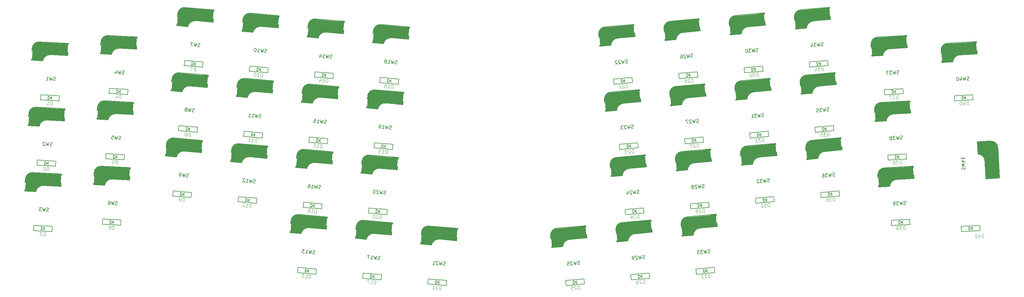
<source format=gbr>
G04 #@! TF.GenerationSoftware,KiCad,Pcbnew,8.0.3*
G04 #@! TF.CreationDate,2024-08-04T13:44:25+09:00*
G04 #@! TF.ProjectId,first_keyboard,66697273-745f-46b6-9579-626f6172642e,rev?*
G04 #@! TF.SameCoordinates,Original*
G04 #@! TF.FileFunction,Legend,Bot*
G04 #@! TF.FilePolarity,Positive*
%FSLAX46Y46*%
G04 Gerber Fmt 4.6, Leading zero omitted, Abs format (unit mm)*
G04 Created by KiCad (PCBNEW 8.0.3) date 2024-08-04 13:44:25*
%MOMM*%
%LPD*%
G01*
G04 APERTURE LIST*
%ADD10C,0.125000*%
%ADD11C,0.150000*%
%ADD12C,0.500000*%
%ADD13C,0.300000*%
%ADD14C,0.800000*%
%ADD15C,3.000000*%
%ADD16C,3.500000*%
%ADD17C,1.000000*%
%ADD18C,0.400000*%
G04 APERTURE END LIST*
D10*
X253052725Y-179777164D02*
X252965569Y-178780969D01*
X252965569Y-178780969D02*
X252728380Y-178801721D01*
X252728380Y-178801721D02*
X252590217Y-178861609D01*
X252590217Y-178861609D02*
X252503642Y-178964785D01*
X252503642Y-178964785D02*
X252464504Y-179063811D01*
X252464504Y-179063811D02*
X252433668Y-179257713D01*
X252433668Y-179257713D02*
X252446118Y-179400027D01*
X252446118Y-179400027D02*
X252510157Y-179585628D01*
X252510157Y-179585628D02*
X252565896Y-179676353D01*
X252565896Y-179676353D02*
X252669072Y-179762928D01*
X252669072Y-179762928D02*
X252815536Y-179797915D01*
X252815536Y-179797915D02*
X253052725Y-179777164D01*
X252025113Y-178958850D02*
X251973525Y-178915563D01*
X251973525Y-178915563D02*
X251874499Y-178876425D01*
X251874499Y-178876425D02*
X251637310Y-178897177D01*
X251637310Y-178897177D02*
X251546584Y-178952915D01*
X251546584Y-178952915D02*
X251503297Y-179004503D01*
X251503297Y-179004503D02*
X251464159Y-179103529D01*
X251464159Y-179103529D02*
X251472460Y-179198405D01*
X251472460Y-179198405D02*
X251532349Y-179336568D01*
X251532349Y-179336568D02*
X252151406Y-179856019D01*
X252151406Y-179856019D02*
X251534714Y-179909973D01*
X250622729Y-179320548D02*
X250680833Y-179984678D01*
X250826716Y-178920294D02*
X251126159Y-179611110D01*
X251126159Y-179611110D02*
X250509467Y-179665063D01*
X348820301Y-146788849D02*
X348767965Y-145790219D01*
X348767965Y-145790219D02*
X348530196Y-145802680D01*
X348530196Y-145802680D02*
X348390026Y-145857710D01*
X348390026Y-145857710D02*
X348299903Y-145957802D01*
X348299903Y-145957802D02*
X348257334Y-146055402D01*
X348257334Y-146055402D02*
X348219749Y-146248109D01*
X348219749Y-146248109D02*
X348227225Y-146390771D01*
X348227225Y-146390771D02*
X348284748Y-146578494D01*
X348284748Y-146578494D02*
X348337286Y-146671109D01*
X348337286Y-146671109D02*
X348437378Y-146761232D01*
X348437378Y-146761232D02*
X348582532Y-146801310D01*
X348582532Y-146801310D02*
X348820301Y-146788849D01*
X347358796Y-146197861D02*
X347393687Y-146863614D01*
X347576628Y-145804970D02*
X347851779Y-146505816D01*
X347851779Y-146505816D02*
X347233580Y-146538214D01*
X346628044Y-145902368D02*
X346532937Y-145907352D01*
X346532937Y-145907352D02*
X346440321Y-145959890D01*
X346440321Y-145959890D02*
X346395260Y-146009936D01*
X346395260Y-146009936D02*
X346352690Y-146107536D01*
X346352690Y-146107536D02*
X346315105Y-146300243D01*
X346315105Y-146300243D02*
X346327566Y-146538012D01*
X346327566Y-146538012D02*
X346385089Y-146725735D01*
X346385089Y-146725735D02*
X346437627Y-146818350D01*
X346437627Y-146818350D02*
X346487673Y-146863412D01*
X346487673Y-146863412D02*
X346585272Y-146905982D01*
X346585272Y-146905982D02*
X346680380Y-146900997D01*
X346680380Y-146900997D02*
X346772995Y-146848459D01*
X346772995Y-146848459D02*
X346818057Y-146798413D01*
X346818057Y-146798413D02*
X346860626Y-146700813D01*
X346860626Y-146700813D02*
X346898212Y-146508106D01*
X346898212Y-146508106D02*
X346885751Y-146270337D01*
X346885751Y-146270337D02*
X346828228Y-146082614D01*
X346828228Y-146082614D02*
X346775690Y-145989999D01*
X346775690Y-145989999D02*
X346725644Y-145944937D01*
X346725644Y-145944937D02*
X346628044Y-145902368D01*
X268709601Y-140161829D02*
X268622445Y-139165634D01*
X268622445Y-139165634D02*
X268385256Y-139186386D01*
X268385256Y-139186386D02*
X268247093Y-139246274D01*
X268247093Y-139246274D02*
X268160518Y-139349450D01*
X268160518Y-139349450D02*
X268121380Y-139448476D01*
X268121380Y-139448476D02*
X268090544Y-139642378D01*
X268090544Y-139642378D02*
X268102994Y-139784692D01*
X268102994Y-139784692D02*
X268167033Y-139970293D01*
X268167033Y-139970293D02*
X268222772Y-140061018D01*
X268222772Y-140061018D02*
X268325948Y-140147593D01*
X268325948Y-140147593D02*
X268472412Y-140182580D01*
X268472412Y-140182580D02*
X268709601Y-140161829D01*
X267681989Y-139343515D02*
X267630401Y-139300228D01*
X267630401Y-139300228D02*
X267531375Y-139261090D01*
X267531375Y-139261090D02*
X267294186Y-139281842D01*
X267294186Y-139281842D02*
X267203460Y-139337580D01*
X267203460Y-139337580D02*
X267160173Y-139389168D01*
X267160173Y-139389168D02*
X267121035Y-139488194D01*
X267121035Y-139488194D02*
X267129336Y-139583070D01*
X267129336Y-139583070D02*
X267189225Y-139721233D01*
X267189225Y-139721233D02*
X267808282Y-140240684D01*
X267808282Y-140240684D02*
X267191590Y-140294638D01*
X266250553Y-139373148D02*
X266440304Y-139356547D01*
X266440304Y-139356547D02*
X266539330Y-139395684D01*
X266539330Y-139395684D02*
X266590918Y-139438972D01*
X266590918Y-139438972D02*
X266698245Y-139572985D01*
X266698245Y-139572985D02*
X266762284Y-139758586D01*
X266762284Y-139758586D02*
X266795486Y-140138088D01*
X266795486Y-140138088D02*
X266756349Y-140237114D01*
X266756349Y-140237114D02*
X266713061Y-140288703D01*
X266713061Y-140288703D02*
X266622336Y-140344441D01*
X266622336Y-140344441D02*
X266432584Y-140361042D01*
X266432584Y-140361042D02*
X266333558Y-140321905D01*
X266333558Y-140321905D02*
X266281970Y-140278617D01*
X266281970Y-140278617D02*
X266226232Y-140187892D01*
X266226232Y-140187892D02*
X266205481Y-139950703D01*
X266205481Y-139950703D02*
X266244618Y-139851677D01*
X266244618Y-139851677D02*
X266287905Y-139800088D01*
X266287905Y-139800088D02*
X266378631Y-139744350D01*
X266378631Y-139744350D02*
X266568382Y-139727749D01*
X266568382Y-139727749D02*
X266667408Y-139766886D01*
X266667408Y-139766886D02*
X266718996Y-139810174D01*
X266718996Y-139810174D02*
X266774735Y-139900899D01*
X100141905Y-183083788D02*
X100194241Y-182085159D01*
X100194241Y-182085159D02*
X99956472Y-182072698D01*
X99956472Y-182072698D02*
X99811319Y-182112775D01*
X99811319Y-182112775D02*
X99711227Y-182202898D01*
X99711227Y-182202898D02*
X99658689Y-182295514D01*
X99658689Y-182295514D02*
X99601166Y-182483237D01*
X99601166Y-182483237D02*
X99593690Y-182625898D01*
X99593690Y-182625898D02*
X99631275Y-182818605D01*
X99631275Y-182818605D02*
X99673844Y-182916205D01*
X99673844Y-182916205D02*
X99763967Y-183016297D01*
X99763967Y-183016297D02*
X99904136Y-183071327D01*
X99904136Y-183071327D02*
X100141905Y-183083788D01*
X98767628Y-182010393D02*
X98957843Y-182020362D01*
X98957843Y-182020362D02*
X99050458Y-182072900D01*
X99050458Y-182072900D02*
X99095520Y-182122946D01*
X99095520Y-182122946D02*
X99183151Y-182270592D01*
X99183151Y-182270592D02*
X99220736Y-182463299D01*
X99220736Y-182463299D02*
X99200798Y-182843729D01*
X99200798Y-182843729D02*
X99148260Y-182936345D01*
X99148260Y-182936345D02*
X99098214Y-182981406D01*
X99098214Y-182981406D02*
X99000614Y-183023976D01*
X99000614Y-183023976D02*
X98810399Y-183014007D01*
X98810399Y-183014007D02*
X98717784Y-182961469D01*
X98717784Y-182961469D02*
X98672722Y-182911423D01*
X98672722Y-182911423D02*
X98630153Y-182813823D01*
X98630153Y-182813823D02*
X98642614Y-182576054D01*
X98642614Y-182576054D02*
X98695152Y-182483439D01*
X98695152Y-182483439D02*
X98745198Y-182438377D01*
X98745198Y-182438377D02*
X98842798Y-182395808D01*
X98842798Y-182395808D02*
X99033013Y-182405777D01*
X99033013Y-182405777D02*
X99125628Y-182458315D01*
X99125628Y-182458315D02*
X99170690Y-182508361D01*
X99170690Y-182508361D02*
X99213259Y-182605960D01*
X309985252Y-174796213D02*
X309898096Y-173800018D01*
X309898096Y-173800018D02*
X309660907Y-173820770D01*
X309660907Y-173820770D02*
X309522744Y-173880658D01*
X309522744Y-173880658D02*
X309436169Y-173983834D01*
X309436169Y-173983834D02*
X309397031Y-174082860D01*
X309397031Y-174082860D02*
X309366195Y-174276762D01*
X309366195Y-174276762D02*
X309378645Y-174419076D01*
X309378645Y-174419076D02*
X309442684Y-174604677D01*
X309442684Y-174604677D02*
X309498423Y-174695402D01*
X309498423Y-174695402D02*
X309601599Y-174781977D01*
X309601599Y-174781977D02*
X309748063Y-174816964D01*
X309748063Y-174816964D02*
X309985252Y-174796213D01*
X308996777Y-173878873D02*
X308380085Y-173932827D01*
X308380085Y-173932827D02*
X308745352Y-174283278D01*
X308745352Y-174283278D02*
X308603039Y-174295729D01*
X308603039Y-174295729D02*
X308512313Y-174351467D01*
X308512313Y-174351467D02*
X308469026Y-174403055D01*
X308469026Y-174403055D02*
X308429889Y-174502081D01*
X308429889Y-174502081D02*
X308450640Y-174739270D01*
X308450640Y-174739270D02*
X308506378Y-174829996D01*
X308506378Y-174829996D02*
X308557966Y-174873283D01*
X308557966Y-174873283D02*
X308656992Y-174912421D01*
X308656992Y-174912421D02*
X308941619Y-174887519D01*
X308941619Y-174887519D02*
X309032345Y-174831781D01*
X309032345Y-174831781D02*
X309075632Y-174780192D01*
X307526204Y-174007532D02*
X307715955Y-173990931D01*
X307715955Y-173990931D02*
X307814981Y-174030068D01*
X307814981Y-174030068D02*
X307866569Y-174073356D01*
X307866569Y-174073356D02*
X307973896Y-174207369D01*
X307973896Y-174207369D02*
X308037935Y-174392970D01*
X308037935Y-174392970D02*
X308071137Y-174772472D01*
X308071137Y-174772472D02*
X308032000Y-174871498D01*
X308032000Y-174871498D02*
X307988712Y-174923087D01*
X307988712Y-174923087D02*
X307897987Y-174978825D01*
X307897987Y-174978825D02*
X307708235Y-174995426D01*
X307708235Y-174995426D02*
X307609209Y-174956289D01*
X307609209Y-174956289D02*
X307557621Y-174913001D01*
X307557621Y-174913001D02*
X307501883Y-174822276D01*
X307501883Y-174822276D02*
X307481132Y-174585087D01*
X307481132Y-174585087D02*
X307520269Y-174486061D01*
X307520269Y-174486061D02*
X307563556Y-174434472D01*
X307563556Y-174434472D02*
X307654282Y-174378734D01*
X307654282Y-174378734D02*
X307844033Y-174362133D01*
X307844033Y-174362133D02*
X307943059Y-174401270D01*
X307943059Y-174401270D02*
X307994647Y-174444558D01*
X307994647Y-174444558D02*
X308050386Y-174535283D01*
X157353781Y-197306020D02*
X157440937Y-196309825D01*
X157440937Y-196309825D02*
X157203748Y-196289074D01*
X157203748Y-196289074D02*
X157057284Y-196324061D01*
X157057284Y-196324061D02*
X156954108Y-196410636D01*
X156954108Y-196410636D02*
X156898369Y-196501361D01*
X156898369Y-196501361D02*
X156834330Y-196686962D01*
X156834330Y-196686962D02*
X156821879Y-196829276D01*
X156821879Y-196829276D02*
X156852716Y-197023178D01*
X156852716Y-197023178D02*
X156891854Y-197122204D01*
X156891854Y-197122204D02*
X156978429Y-197225380D01*
X156978429Y-197225380D02*
X157116592Y-197285268D01*
X157116592Y-197285268D02*
X157353781Y-197306020D01*
X155835770Y-197173211D02*
X156405024Y-197223014D01*
X156120397Y-197198113D02*
X156207553Y-196201918D01*
X156207553Y-196201918D02*
X156289978Y-196352532D01*
X156289978Y-196352532D02*
X156376553Y-196455708D01*
X156376553Y-196455708D02*
X156467278Y-196511447D01*
X155590861Y-196147964D02*
X154974169Y-196094011D01*
X154974169Y-196094011D02*
X155273032Y-196502566D01*
X155273032Y-196502566D02*
X155130718Y-196490115D01*
X155130718Y-196490115D02*
X155031692Y-196529252D01*
X155031692Y-196529252D02*
X154980104Y-196572540D01*
X154980104Y-196572540D02*
X154924366Y-196663265D01*
X154924366Y-196663265D02*
X154903614Y-196900454D01*
X154903614Y-196900454D02*
X154942752Y-196999480D01*
X154942752Y-196999480D02*
X154986039Y-197051068D01*
X154986039Y-197051068D02*
X155076765Y-197106807D01*
X155076765Y-197106807D02*
X155361392Y-197131708D01*
X155361392Y-197131708D02*
X155460418Y-197092571D01*
X155460418Y-197092571D02*
X155512006Y-197049283D01*
D11*
X144578058Y-131588546D02*
X144431594Y-131623533D01*
X144431594Y-131623533D02*
X144194405Y-131602782D01*
X144194405Y-131602782D02*
X144103679Y-131547044D01*
X144103679Y-131547044D02*
X144060392Y-131495456D01*
X144060392Y-131495456D02*
X144021254Y-131396430D01*
X144021254Y-131396430D02*
X144029555Y-131301554D01*
X144029555Y-131301554D02*
X144085293Y-131210828D01*
X144085293Y-131210828D02*
X144136881Y-131167541D01*
X144136881Y-131167541D02*
X144235907Y-131128404D01*
X144235907Y-131128404D02*
X144429809Y-131097567D01*
X144429809Y-131097567D02*
X144528835Y-131058430D01*
X144528835Y-131058430D02*
X144580423Y-131015142D01*
X144580423Y-131015142D02*
X144636162Y-130924417D01*
X144636162Y-130924417D02*
X144644462Y-130829541D01*
X144644462Y-130829541D02*
X144605325Y-130730515D01*
X144605325Y-130730515D02*
X144562037Y-130678927D01*
X144562037Y-130678927D02*
X144471312Y-130623188D01*
X144471312Y-130623188D02*
X144234123Y-130602437D01*
X144234123Y-130602437D02*
X144087659Y-130637424D01*
X143759744Y-130560934D02*
X143435399Y-131536378D01*
X143435399Y-131536378D02*
X143307902Y-130808209D01*
X143307902Y-130808209D02*
X143055896Y-131503175D01*
X143055896Y-131503175D02*
X142905863Y-130486229D01*
X141917388Y-131403569D02*
X142486642Y-131453372D01*
X142202015Y-131428471D02*
X142289171Y-130432276D01*
X142289171Y-130432276D02*
X142371596Y-130582890D01*
X142371596Y-130582890D02*
X142458171Y-130686066D01*
X142458171Y-130686066D02*
X142548897Y-130741805D01*
X141387852Y-130353421D02*
X141292976Y-130345120D01*
X141292976Y-130345120D02*
X141193950Y-130384257D01*
X141193950Y-130384257D02*
X141142362Y-130427545D01*
X141142362Y-130427545D02*
X141086624Y-130518270D01*
X141086624Y-130518270D02*
X141022585Y-130703871D01*
X141022585Y-130703871D02*
X141001834Y-130941061D01*
X141001834Y-130941061D02*
X141032670Y-131134962D01*
X141032670Y-131134962D02*
X141071808Y-131233988D01*
X141071808Y-131233988D02*
X141115095Y-131285576D01*
X141115095Y-131285576D02*
X141205821Y-131341315D01*
X141205821Y-131341315D02*
X141300696Y-131349615D01*
X141300696Y-131349615D02*
X141399722Y-131310478D01*
X141399722Y-131310478D02*
X141451310Y-131267190D01*
X141451310Y-131267190D02*
X141507049Y-131176465D01*
X141507049Y-131176465D02*
X141571088Y-130990864D01*
X141571088Y-130990864D02*
X141591839Y-130753675D01*
X141591839Y-130753675D02*
X141561002Y-130559773D01*
X141561002Y-130559773D02*
X141521865Y-130460747D01*
X141521865Y-130460747D02*
X141478577Y-130409159D01*
X141478577Y-130409159D02*
X141387852Y-130353421D01*
X125126170Y-129886728D02*
X124979706Y-129921715D01*
X124979706Y-129921715D02*
X124742517Y-129900963D01*
X124742517Y-129900963D02*
X124651791Y-129845225D01*
X124651791Y-129845225D02*
X124608504Y-129793637D01*
X124608504Y-129793637D02*
X124569366Y-129694611D01*
X124569366Y-129694611D02*
X124577667Y-129599735D01*
X124577667Y-129599735D02*
X124633405Y-129509010D01*
X124633405Y-129509010D02*
X124684994Y-129465722D01*
X124684994Y-129465722D02*
X124784019Y-129426585D01*
X124784019Y-129426585D02*
X124977921Y-129395748D01*
X124977921Y-129395748D02*
X125076947Y-129356611D01*
X125076947Y-129356611D02*
X125128535Y-129313323D01*
X125128535Y-129313323D02*
X125184274Y-129222598D01*
X125184274Y-129222598D02*
X125192574Y-129127722D01*
X125192574Y-129127722D02*
X125153437Y-129028696D01*
X125153437Y-129028696D02*
X125110149Y-128977108D01*
X125110149Y-128977108D02*
X125019424Y-128921370D01*
X125019424Y-128921370D02*
X124782235Y-128900618D01*
X124782235Y-128900618D02*
X124635771Y-128935605D01*
X124307856Y-128859116D02*
X123983511Y-129834559D01*
X123983511Y-129834559D02*
X123856014Y-129106390D01*
X123856014Y-129106390D02*
X123604008Y-129801357D01*
X123604008Y-129801357D02*
X123453975Y-128784411D01*
X123169348Y-128759509D02*
X122505218Y-128701405D01*
X122505218Y-128701405D02*
X122845003Y-129734952D01*
D10*
X289347427Y-157479021D02*
X289260271Y-156482826D01*
X289260271Y-156482826D02*
X289023082Y-156503578D01*
X289023082Y-156503578D02*
X288884919Y-156563466D01*
X288884919Y-156563466D02*
X288798344Y-156666642D01*
X288798344Y-156666642D02*
X288759206Y-156765668D01*
X288759206Y-156765668D02*
X288728370Y-156959570D01*
X288728370Y-156959570D02*
X288740820Y-157101884D01*
X288740820Y-157101884D02*
X288804859Y-157287485D01*
X288804859Y-157287485D02*
X288860598Y-157378210D01*
X288860598Y-157378210D02*
X288963774Y-157464785D01*
X288963774Y-157464785D02*
X289110238Y-157499772D01*
X289110238Y-157499772D02*
X289347427Y-157479021D01*
X288358952Y-156561681D02*
X287742260Y-156615635D01*
X287742260Y-156615635D02*
X288107527Y-156966086D01*
X288107527Y-156966086D02*
X287965214Y-156978537D01*
X287965214Y-156978537D02*
X287874488Y-157034275D01*
X287874488Y-157034275D02*
X287831201Y-157085863D01*
X287831201Y-157085863D02*
X287792064Y-157184889D01*
X287792064Y-157184889D02*
X287812815Y-157422078D01*
X287812815Y-157422078D02*
X287868553Y-157512804D01*
X287868553Y-157512804D02*
X287920141Y-157556091D01*
X287920141Y-157556091D02*
X288019167Y-157595229D01*
X288019167Y-157595229D02*
X288303794Y-157570327D01*
X288303794Y-157570327D02*
X288394520Y-157514589D01*
X288394520Y-157514589D02*
X288437807Y-157463000D01*
X286880659Y-157694835D02*
X287449913Y-157645032D01*
X287165286Y-157669933D02*
X287078130Y-156673739D01*
X287078130Y-156673739D02*
X287185457Y-156807752D01*
X287185457Y-156807752D02*
X287288633Y-156894327D01*
X287288633Y-156894327D02*
X287387659Y-156933464D01*
D11*
X235700641Y-193186604D02*
X235562478Y-193246492D01*
X235562478Y-193246492D02*
X235325289Y-193267244D01*
X235325289Y-193267244D02*
X235226263Y-193228106D01*
X235226263Y-193228106D02*
X235174675Y-193184819D01*
X235174675Y-193184819D02*
X235118936Y-193094093D01*
X235118936Y-193094093D02*
X235110636Y-192999218D01*
X235110636Y-192999218D02*
X235149773Y-192900192D01*
X235149773Y-192900192D02*
X235193061Y-192848604D01*
X235193061Y-192848604D02*
X235283786Y-192792865D01*
X235283786Y-192792865D02*
X235469387Y-192728826D01*
X235469387Y-192728826D02*
X235560113Y-192673088D01*
X235560113Y-192673088D02*
X235603400Y-192621500D01*
X235603400Y-192621500D02*
X235642538Y-192522474D01*
X235642538Y-192522474D02*
X235634237Y-192427598D01*
X235634237Y-192427598D02*
X235578499Y-192336873D01*
X235578499Y-192336873D02*
X235526910Y-192293585D01*
X235526910Y-192293585D02*
X235427885Y-192254448D01*
X235427885Y-192254448D02*
X235190695Y-192275199D01*
X235190695Y-192275199D02*
X235052532Y-192335088D01*
X234716317Y-192316702D02*
X234566283Y-193333648D01*
X234566283Y-193333648D02*
X234314278Y-192638681D01*
X234314278Y-192638681D02*
X234186781Y-193366850D01*
X234186781Y-193366850D02*
X233862436Y-192391407D01*
X233538671Y-192515334D02*
X233487083Y-192472047D01*
X233487083Y-192472047D02*
X233388057Y-192432910D01*
X233388057Y-192432910D02*
X233150868Y-192453661D01*
X233150868Y-192453661D02*
X233060143Y-192509399D01*
X233060143Y-192509399D02*
X233016855Y-192560987D01*
X233016855Y-192560987D02*
X232977718Y-192660013D01*
X232977718Y-192660013D02*
X232986018Y-192754889D01*
X232986018Y-192754889D02*
X233045907Y-192893052D01*
X233045907Y-192893052D02*
X233664964Y-193412503D01*
X233664964Y-193412503D02*
X233048273Y-193466457D01*
X232059798Y-192549117D02*
X232534176Y-192507615D01*
X232534176Y-192507615D02*
X232623117Y-192977843D01*
X232623117Y-192977843D02*
X232571529Y-192934555D01*
X232571529Y-192934555D02*
X232472503Y-192895418D01*
X232472503Y-192895418D02*
X232235313Y-192916169D01*
X232235313Y-192916169D02*
X232144588Y-192971908D01*
X232144588Y-192971908D02*
X232101300Y-193023496D01*
X232101300Y-193023496D02*
X232062163Y-193122522D01*
X232062163Y-193122522D02*
X232082915Y-193359711D01*
X232082915Y-193359711D02*
X232138653Y-193450436D01*
X232138653Y-193450436D02*
X232190241Y-193493724D01*
X232190241Y-193493724D02*
X232289267Y-193532861D01*
X232289267Y-193532861D02*
X232526456Y-193512110D01*
X232526456Y-193512110D02*
X232617182Y-193456371D01*
X232617182Y-193456371D02*
X232660469Y-193404783D01*
D10*
X272030234Y-178116847D02*
X271943078Y-177120652D01*
X271943078Y-177120652D02*
X271705889Y-177141404D01*
X271705889Y-177141404D02*
X271567726Y-177201292D01*
X271567726Y-177201292D02*
X271481151Y-177304468D01*
X271481151Y-177304468D02*
X271442013Y-177403494D01*
X271442013Y-177403494D02*
X271411177Y-177597396D01*
X271411177Y-177597396D02*
X271423627Y-177739710D01*
X271423627Y-177739710D02*
X271487666Y-177925311D01*
X271487666Y-177925311D02*
X271543405Y-178016036D01*
X271543405Y-178016036D02*
X271646581Y-178102611D01*
X271646581Y-178102611D02*
X271793045Y-178137598D01*
X271793045Y-178137598D02*
X272030234Y-178116847D01*
X271002622Y-177298533D02*
X270951034Y-177255246D01*
X270951034Y-177255246D02*
X270852008Y-177216108D01*
X270852008Y-177216108D02*
X270614819Y-177236860D01*
X270614819Y-177236860D02*
X270524093Y-177292598D01*
X270524093Y-177292598D02*
X270480806Y-177344186D01*
X270480806Y-177344186D02*
X270441668Y-177443212D01*
X270441668Y-177443212D02*
X270449969Y-177538088D01*
X270449969Y-177538088D02*
X270509858Y-177676251D01*
X270509858Y-177676251D02*
X271128915Y-178195702D01*
X271128915Y-178195702D02*
X270512223Y-178249656D01*
X269893166Y-177730205D02*
X269983891Y-177674466D01*
X269983891Y-177674466D02*
X270027179Y-177622878D01*
X270027179Y-177622878D02*
X270066316Y-177523852D01*
X270066316Y-177523852D02*
X270062166Y-177476415D01*
X270062166Y-177476415D02*
X270006427Y-177385689D01*
X270006427Y-177385689D02*
X269954839Y-177342402D01*
X269954839Y-177342402D02*
X269855813Y-177303264D01*
X269855813Y-177303264D02*
X269666062Y-177319865D01*
X269666062Y-177319865D02*
X269575336Y-177375604D01*
X269575336Y-177375604D02*
X269532049Y-177427192D01*
X269532049Y-177427192D02*
X269492911Y-177526218D01*
X269492911Y-177526218D02*
X269497062Y-177573656D01*
X269497062Y-177573656D02*
X269552800Y-177664381D01*
X269552800Y-177664381D02*
X269604388Y-177707669D01*
X269604388Y-177707669D02*
X269703414Y-177746806D01*
X269703414Y-177746806D02*
X269893166Y-177730205D01*
X269893166Y-177730205D02*
X269992191Y-177769342D01*
X269992191Y-177769342D02*
X270043780Y-177812630D01*
X270043780Y-177812630D02*
X270099518Y-177903355D01*
X270099518Y-177903355D02*
X270116119Y-178093106D01*
X270116119Y-178093106D02*
X270076982Y-178192132D01*
X270076982Y-178192132D02*
X270033694Y-178243721D01*
X270033694Y-178243721D02*
X269942969Y-178299459D01*
X269942969Y-178299459D02*
X269753217Y-178316060D01*
X269753217Y-178316060D02*
X269654191Y-178276923D01*
X269654191Y-178276923D02*
X269602603Y-178233635D01*
X269602603Y-178233635D02*
X269546865Y-178142910D01*
X269546865Y-178142910D02*
X269530264Y-177953158D01*
X269530264Y-177953158D02*
X269569401Y-177854132D01*
X269569401Y-177854132D02*
X269612689Y-177802544D01*
X269612689Y-177802544D02*
X269703414Y-177746806D01*
X82129402Y-146891027D02*
X82181738Y-145892398D01*
X82181738Y-145892398D02*
X81943969Y-145879937D01*
X81943969Y-145879937D02*
X81798816Y-145920014D01*
X81798816Y-145920014D02*
X81698724Y-146010137D01*
X81698724Y-146010137D02*
X81646186Y-146102753D01*
X81646186Y-146102753D02*
X81588663Y-146290476D01*
X81588663Y-146290476D02*
X81581187Y-146433137D01*
X81581187Y-146433137D02*
X81618772Y-146625844D01*
X81618772Y-146625844D02*
X81661341Y-146723444D01*
X81661341Y-146723444D02*
X81751464Y-146823536D01*
X81751464Y-146823536D02*
X81891633Y-146878566D01*
X81891633Y-146878566D02*
X82129402Y-146891027D01*
X80607681Y-146811277D02*
X81178327Y-146841184D01*
X80893004Y-146826230D02*
X80945340Y-145827601D01*
X80945340Y-145827601D02*
X81032971Y-145975247D01*
X81032971Y-145975247D02*
X81123094Y-146075339D01*
X81123094Y-146075339D02*
X81215709Y-146127877D01*
X120584701Y-174966374D02*
X120671857Y-173970179D01*
X120671857Y-173970179D02*
X120434668Y-173949428D01*
X120434668Y-173949428D02*
X120288204Y-173984415D01*
X120288204Y-173984415D02*
X120185028Y-174070990D01*
X120185028Y-174070990D02*
X120129289Y-174161716D01*
X120129289Y-174161716D02*
X120065250Y-174347317D01*
X120065250Y-174347317D02*
X120052800Y-174489630D01*
X120052800Y-174489630D02*
X120083636Y-174683532D01*
X120083636Y-174683532D02*
X120122774Y-174782558D01*
X120122774Y-174782558D02*
X120209349Y-174885734D01*
X120209349Y-174885734D02*
X120347512Y-174945623D01*
X120347512Y-174945623D02*
X120584701Y-174966374D01*
X119541069Y-174875068D02*
X119351317Y-174858467D01*
X119351317Y-174858467D02*
X119260592Y-174802729D01*
X119260592Y-174802729D02*
X119217304Y-174751140D01*
X119217304Y-174751140D02*
X119134879Y-174600526D01*
X119134879Y-174600526D02*
X119104043Y-174406625D01*
X119104043Y-174406625D02*
X119137245Y-174027122D01*
X119137245Y-174027122D02*
X119192983Y-173936397D01*
X119192983Y-173936397D02*
X119244571Y-173893109D01*
X119244571Y-173893109D02*
X119343597Y-173853972D01*
X119343597Y-173853972D02*
X119533349Y-173870573D01*
X119533349Y-173870573D02*
X119624074Y-173926311D01*
X119624074Y-173926311D02*
X119667362Y-173977899D01*
X119667362Y-173977899D02*
X119706499Y-174076925D01*
X119706499Y-174076925D02*
X119685748Y-174314114D01*
X119685748Y-174314114D02*
X119630009Y-174404840D01*
X119630009Y-174404840D02*
X119578421Y-174448127D01*
X119578421Y-174448127D02*
X119479395Y-174487265D01*
X119479395Y-174487265D02*
X119289644Y-174470664D01*
X119289644Y-174470664D02*
X119198918Y-174414925D01*
X119198918Y-174414925D02*
X119155631Y-174363337D01*
X119155631Y-174363337D02*
X119116494Y-174264311D01*
D11*
X253017833Y-172548778D02*
X252879670Y-172608666D01*
X252879670Y-172608666D02*
X252642481Y-172629418D01*
X252642481Y-172629418D02*
X252543455Y-172590280D01*
X252543455Y-172590280D02*
X252491867Y-172546993D01*
X252491867Y-172546993D02*
X252436128Y-172456267D01*
X252436128Y-172456267D02*
X252427828Y-172361392D01*
X252427828Y-172361392D02*
X252466965Y-172262366D01*
X252466965Y-172262366D02*
X252510253Y-172210778D01*
X252510253Y-172210778D02*
X252600978Y-172155039D01*
X252600978Y-172155039D02*
X252786579Y-172091000D01*
X252786579Y-172091000D02*
X252877305Y-172035262D01*
X252877305Y-172035262D02*
X252920592Y-171983674D01*
X252920592Y-171983674D02*
X252959730Y-171884648D01*
X252959730Y-171884648D02*
X252951429Y-171789772D01*
X252951429Y-171789772D02*
X252895691Y-171699047D01*
X252895691Y-171699047D02*
X252844102Y-171655759D01*
X252844102Y-171655759D02*
X252745077Y-171616622D01*
X252745077Y-171616622D02*
X252507887Y-171637373D01*
X252507887Y-171637373D02*
X252369724Y-171697262D01*
X252033509Y-171678876D02*
X251883475Y-172695822D01*
X251883475Y-172695822D02*
X251631470Y-172000855D01*
X251631470Y-172000855D02*
X251503973Y-172729024D01*
X251503973Y-172729024D02*
X251179628Y-171753581D01*
X250855863Y-171877508D02*
X250804275Y-171834221D01*
X250804275Y-171834221D02*
X250705249Y-171795084D01*
X250705249Y-171795084D02*
X250468060Y-171815835D01*
X250468060Y-171815835D02*
X250377335Y-171871573D01*
X250377335Y-171871573D02*
X250334047Y-171923161D01*
X250334047Y-171923161D02*
X250294910Y-172022187D01*
X250294910Y-172022187D02*
X250303210Y-172117063D01*
X250303210Y-172117063D02*
X250363099Y-172255226D01*
X250363099Y-172255226D02*
X250982156Y-172774677D01*
X250982156Y-172774677D02*
X250365465Y-172828631D01*
X249453479Y-172239206D02*
X249511583Y-172903336D01*
X249657466Y-171838952D02*
X249956910Y-172529768D01*
X249956910Y-172529768D02*
X249340218Y-172583722D01*
D10*
X177991607Y-179988828D02*
X178078763Y-178992633D01*
X178078763Y-178992633D02*
X177841574Y-178971882D01*
X177841574Y-178971882D02*
X177695110Y-179006869D01*
X177695110Y-179006869D02*
X177591934Y-179093444D01*
X177591934Y-179093444D02*
X177536195Y-179184169D01*
X177536195Y-179184169D02*
X177472156Y-179369770D01*
X177472156Y-179369770D02*
X177459705Y-179512084D01*
X177459705Y-179512084D02*
X177490542Y-179705986D01*
X177490542Y-179705986D02*
X177529680Y-179805012D01*
X177529680Y-179805012D02*
X177616255Y-179908188D01*
X177616255Y-179908188D02*
X177754418Y-179968076D01*
X177754418Y-179968076D02*
X177991607Y-179988828D01*
X177121705Y-179004503D02*
X177078418Y-178952915D01*
X177078418Y-178952915D02*
X176987693Y-178897177D01*
X176987693Y-178897177D02*
X176750503Y-178876425D01*
X176750503Y-178876425D02*
X176651477Y-178915563D01*
X176651477Y-178915563D02*
X176599889Y-178958850D01*
X176599889Y-178958850D02*
X176544151Y-179049576D01*
X176544151Y-179049576D02*
X176535850Y-179144451D01*
X176535850Y-179144451D02*
X176570837Y-179290915D01*
X176570837Y-179290915D02*
X177090288Y-179909973D01*
X177090288Y-179909973D02*
X176473596Y-179856019D01*
X175944060Y-178805871D02*
X175849184Y-178797570D01*
X175849184Y-178797570D02*
X175750158Y-178836708D01*
X175750158Y-178836708D02*
X175698570Y-178879995D01*
X175698570Y-178879995D02*
X175642832Y-178970721D01*
X175642832Y-178970721D02*
X175578793Y-179156322D01*
X175578793Y-179156322D02*
X175558041Y-179393511D01*
X175558041Y-179393511D02*
X175588878Y-179587413D01*
X175588878Y-179587413D02*
X175628016Y-179686438D01*
X175628016Y-179686438D02*
X175671303Y-179738027D01*
X175671303Y-179738027D02*
X175762028Y-179793765D01*
X175762028Y-179793765D02*
X175856904Y-179802066D01*
X175856904Y-179802066D02*
X175955930Y-179762928D01*
X175955930Y-179762928D02*
X176007518Y-179719641D01*
X176007518Y-179719641D02*
X176063257Y-179628915D01*
X176063257Y-179628915D02*
X176127296Y-179443314D01*
X176127296Y-179443314D02*
X176148047Y-179206125D01*
X176148047Y-179206125D02*
X176117210Y-179012223D01*
X176117210Y-179012223D02*
X176078073Y-178913197D01*
X176078073Y-178913197D02*
X176034785Y-178861609D01*
X176034785Y-178861609D02*
X175944060Y-178805871D01*
X328438802Y-144996651D02*
X328386466Y-143998021D01*
X328386466Y-143998021D02*
X328148697Y-144010482D01*
X328148697Y-144010482D02*
X328008527Y-144065512D01*
X328008527Y-144065512D02*
X327918404Y-144165604D01*
X327918404Y-144165604D02*
X327875835Y-144263204D01*
X327875835Y-144263204D02*
X327838250Y-144455911D01*
X327838250Y-144455911D02*
X327845726Y-144598573D01*
X327845726Y-144598573D02*
X327903249Y-144786296D01*
X327903249Y-144786296D02*
X327955787Y-144878911D01*
X327955787Y-144878911D02*
X328055879Y-144969034D01*
X328055879Y-144969034D02*
X328201033Y-145009112D01*
X328201033Y-145009112D02*
X328438802Y-144996651D01*
X327482944Y-144045373D02*
X326864744Y-144077771D01*
X326864744Y-144077771D02*
X327217558Y-144440756D01*
X327217558Y-144440756D02*
X327074897Y-144448233D01*
X327074897Y-144448233D02*
X326982282Y-144500771D01*
X326982282Y-144500771D02*
X326937220Y-144550817D01*
X326937220Y-144550817D02*
X326894651Y-144648417D01*
X326894651Y-144648417D02*
X326907112Y-144886186D01*
X326907112Y-144886186D02*
X326959650Y-144978801D01*
X326959650Y-144978801D02*
X327009696Y-145023863D01*
X327009696Y-145023863D02*
X327107296Y-145066432D01*
X327107296Y-145066432D02*
X327392618Y-145051479D01*
X327392618Y-145051479D02*
X327485234Y-144998941D01*
X327485234Y-144998941D02*
X327530295Y-144948895D01*
X326531868Y-144095216D02*
X325866115Y-144130107D01*
X325866115Y-144130107D02*
X326346435Y-145106307D01*
X249732092Y-141822146D02*
X249644936Y-140825951D01*
X249644936Y-140825951D02*
X249407747Y-140846703D01*
X249407747Y-140846703D02*
X249269584Y-140906591D01*
X249269584Y-140906591D02*
X249183009Y-141009767D01*
X249183009Y-141009767D02*
X249143871Y-141108793D01*
X249143871Y-141108793D02*
X249113035Y-141302695D01*
X249113035Y-141302695D02*
X249125485Y-141445009D01*
X249125485Y-141445009D02*
X249189524Y-141630610D01*
X249189524Y-141630610D02*
X249245263Y-141721335D01*
X249245263Y-141721335D02*
X249348439Y-141807910D01*
X249348439Y-141807910D02*
X249494903Y-141842897D01*
X249494903Y-141842897D02*
X249732092Y-141822146D01*
X248704480Y-141003832D02*
X248652892Y-140960545D01*
X248652892Y-140960545D02*
X248553866Y-140921407D01*
X248553866Y-140921407D02*
X248316677Y-140942159D01*
X248316677Y-140942159D02*
X248225951Y-140997897D01*
X248225951Y-140997897D02*
X248182664Y-141049485D01*
X248182664Y-141049485D02*
X248143526Y-141148511D01*
X248143526Y-141148511D02*
X248151827Y-141243387D01*
X248151827Y-141243387D02*
X248211716Y-141381550D01*
X248211716Y-141381550D02*
X248830773Y-141901001D01*
X248830773Y-141901001D02*
X248214081Y-141954955D01*
X247755723Y-141086838D02*
X247704135Y-141043550D01*
X247704135Y-141043550D02*
X247605109Y-141004413D01*
X247605109Y-141004413D02*
X247367920Y-141025164D01*
X247367920Y-141025164D02*
X247277194Y-141080903D01*
X247277194Y-141080903D02*
X247233907Y-141132491D01*
X247233907Y-141132491D02*
X247194769Y-141231517D01*
X247194769Y-141231517D02*
X247203070Y-141326392D01*
X247203070Y-141326392D02*
X247262959Y-141464556D01*
X247262959Y-141464556D02*
X247882016Y-141984007D01*
X247882016Y-141984007D02*
X247265324Y-142037960D01*
D11*
X349037699Y-139563649D02*
X348897529Y-139618680D01*
X348897529Y-139618680D02*
X348659761Y-139631141D01*
X348659761Y-139631141D02*
X348562161Y-139588571D01*
X348562161Y-139588571D02*
X348512115Y-139543510D01*
X348512115Y-139543510D02*
X348459577Y-139450894D01*
X348459577Y-139450894D02*
X348454592Y-139355787D01*
X348454592Y-139355787D02*
X348497162Y-139258187D01*
X348497162Y-139258187D02*
X348542223Y-139208141D01*
X348542223Y-139208141D02*
X348634839Y-139155603D01*
X348634839Y-139155603D02*
X348822562Y-139098080D01*
X348822562Y-139098080D02*
X348915177Y-139045542D01*
X348915177Y-139045542D02*
X348960239Y-138995496D01*
X348960239Y-138995496D02*
X349002808Y-138897896D01*
X349002808Y-138897896D02*
X348997824Y-138802789D01*
X348997824Y-138802789D02*
X348945285Y-138710173D01*
X348945285Y-138710173D02*
X348895239Y-138665112D01*
X348895239Y-138665112D02*
X348797640Y-138622542D01*
X348797640Y-138622542D02*
X348559871Y-138635003D01*
X348559871Y-138635003D02*
X348419702Y-138690034D01*
X348084333Y-138659925D02*
X347898900Y-139671016D01*
X347898900Y-139671016D02*
X347671302Y-138967678D01*
X347671302Y-138967678D02*
X347518470Y-139690953D01*
X347518470Y-139690953D02*
X347228365Y-138704785D01*
X346437396Y-139080028D02*
X346472286Y-139745781D01*
X346655227Y-138687137D02*
X346930379Y-139387983D01*
X346930379Y-139387983D02*
X346312180Y-139420381D01*
X345706644Y-138784535D02*
X345611536Y-138789519D01*
X345611536Y-138789519D02*
X345518921Y-138842057D01*
X345518921Y-138842057D02*
X345473859Y-138892103D01*
X345473859Y-138892103D02*
X345431290Y-138989703D01*
X345431290Y-138989703D02*
X345393705Y-139182410D01*
X345393705Y-139182410D02*
X345406166Y-139420179D01*
X345406166Y-139420179D02*
X345463688Y-139607902D01*
X345463688Y-139607902D02*
X345516226Y-139700517D01*
X345516226Y-139700517D02*
X345566272Y-139745579D01*
X345566272Y-139745579D02*
X345663872Y-139788148D01*
X345663872Y-139788148D02*
X345758980Y-139783164D01*
X345758980Y-139783164D02*
X345851595Y-139730626D01*
X345851595Y-139730626D02*
X345896657Y-139680580D01*
X345896657Y-139680580D02*
X345939226Y-139582980D01*
X345939226Y-139582980D02*
X345976811Y-139390273D01*
X345976811Y-139390273D02*
X345964350Y-139152504D01*
X345964350Y-139152504D02*
X345906827Y-138964781D01*
X345906827Y-138964781D02*
X345854289Y-138872166D01*
X345854289Y-138872166D02*
X345804243Y-138827104D01*
X345804243Y-138827104D02*
X345706644Y-138784535D01*
D10*
X329435802Y-164020543D02*
X329383466Y-163021913D01*
X329383466Y-163021913D02*
X329145697Y-163034374D01*
X329145697Y-163034374D02*
X329005527Y-163089404D01*
X329005527Y-163089404D02*
X328915404Y-163189496D01*
X328915404Y-163189496D02*
X328872835Y-163287096D01*
X328872835Y-163287096D02*
X328835250Y-163479803D01*
X328835250Y-163479803D02*
X328842726Y-163622465D01*
X328842726Y-163622465D02*
X328900249Y-163810188D01*
X328900249Y-163810188D02*
X328952787Y-163902803D01*
X328952787Y-163902803D02*
X329052879Y-163992926D01*
X329052879Y-163992926D02*
X329198033Y-164033004D01*
X329198033Y-164033004D02*
X329435802Y-164020543D01*
X328479944Y-163069265D02*
X327861744Y-163101663D01*
X327861744Y-163101663D02*
X328214558Y-163464648D01*
X328214558Y-163464648D02*
X328071897Y-163472125D01*
X328071897Y-163472125D02*
X327979282Y-163524663D01*
X327979282Y-163524663D02*
X327934220Y-163574709D01*
X327934220Y-163574709D02*
X327891651Y-163672309D01*
X327891651Y-163672309D02*
X327904112Y-163910078D01*
X327904112Y-163910078D02*
X327956650Y-164002693D01*
X327956650Y-164002693D02*
X328006696Y-164047755D01*
X328006696Y-164047755D02*
X328104296Y-164090324D01*
X328104296Y-164090324D02*
X328389618Y-164075371D01*
X328389618Y-164075371D02*
X328482234Y-164022833D01*
X328482234Y-164022833D02*
X328527295Y-163972787D01*
X327313529Y-163559553D02*
X327406144Y-163507015D01*
X327406144Y-163507015D02*
X327451206Y-163456969D01*
X327451206Y-163456969D02*
X327493775Y-163359370D01*
X327493775Y-163359370D02*
X327491283Y-163311816D01*
X327491283Y-163311816D02*
X327438745Y-163219200D01*
X327438745Y-163219200D02*
X327388699Y-163174139D01*
X327388699Y-163174139D02*
X327291099Y-163131569D01*
X327291099Y-163131569D02*
X327100884Y-163141538D01*
X327100884Y-163141538D02*
X327008268Y-163194076D01*
X327008268Y-163194076D02*
X326963207Y-163244122D01*
X326963207Y-163244122D02*
X326920637Y-163341722D01*
X326920637Y-163341722D02*
X326923130Y-163389276D01*
X326923130Y-163389276D02*
X326975668Y-163481891D01*
X326975668Y-163481891D02*
X327025714Y-163526953D01*
X327025714Y-163526953D02*
X327123313Y-163569522D01*
X327123313Y-163569522D02*
X327313529Y-163559553D01*
X327313529Y-163559553D02*
X327411128Y-163602123D01*
X327411128Y-163602123D02*
X327461174Y-163647184D01*
X327461174Y-163647184D02*
X327513713Y-163739800D01*
X327513713Y-163739800D02*
X327523681Y-163930015D01*
X327523681Y-163930015D02*
X327481112Y-164027615D01*
X327481112Y-164027615D02*
X327436050Y-164077661D01*
X327436050Y-164077661D02*
X327343435Y-164130199D01*
X327343435Y-164130199D02*
X327153220Y-164140168D01*
X327153220Y-164140168D02*
X327055620Y-164097598D01*
X327055620Y-164097598D02*
X327005574Y-164052537D01*
X327005574Y-164052537D02*
X326953036Y-163959921D01*
X326953036Y-163959921D02*
X326943067Y-163769706D01*
X326943067Y-163769706D02*
X326985636Y-163672106D01*
X326985636Y-163672106D02*
X327030698Y-163622060D01*
X327030698Y-163622060D02*
X327123313Y-163569522D01*
X181312240Y-142033810D02*
X181399396Y-141037615D01*
X181399396Y-141037615D02*
X181162207Y-141016864D01*
X181162207Y-141016864D02*
X181015743Y-141051851D01*
X181015743Y-141051851D02*
X180912567Y-141138426D01*
X180912567Y-141138426D02*
X180856828Y-141229151D01*
X180856828Y-141229151D02*
X180792789Y-141414752D01*
X180792789Y-141414752D02*
X180780338Y-141557066D01*
X180780338Y-141557066D02*
X180811175Y-141750968D01*
X180811175Y-141750968D02*
X180850313Y-141849994D01*
X180850313Y-141849994D02*
X180936888Y-141953170D01*
X180936888Y-141953170D02*
X181075051Y-142013058D01*
X181075051Y-142013058D02*
X181312240Y-142033810D01*
X179794229Y-141901001D02*
X180363483Y-141950804D01*
X180078856Y-141925903D02*
X180166012Y-140929708D01*
X180166012Y-140929708D02*
X180248437Y-141080322D01*
X180248437Y-141080322D02*
X180335012Y-141183498D01*
X180335012Y-141183498D02*
X180425737Y-141239237D01*
X179274778Y-141281944D02*
X179373804Y-141242806D01*
X179373804Y-141242806D02*
X179425392Y-141199519D01*
X179425392Y-141199519D02*
X179481131Y-141108793D01*
X179481131Y-141108793D02*
X179485281Y-141061356D01*
X179485281Y-141061356D02*
X179446144Y-140962330D01*
X179446144Y-140962330D02*
X179402856Y-140910742D01*
X179402856Y-140910742D02*
X179312131Y-140855003D01*
X179312131Y-140855003D02*
X179122379Y-140838402D01*
X179122379Y-140838402D02*
X179023353Y-140877539D01*
X179023353Y-140877539D02*
X178971765Y-140920827D01*
X178971765Y-140920827D02*
X178916027Y-141011552D01*
X178916027Y-141011552D02*
X178911877Y-141058990D01*
X178911877Y-141058990D02*
X178951014Y-141158016D01*
X178951014Y-141158016D02*
X178994302Y-141209604D01*
X178994302Y-141209604D02*
X179085027Y-141265343D01*
X179085027Y-141265343D02*
X179274778Y-141281944D01*
X179274778Y-141281944D02*
X179365504Y-141337682D01*
X179365504Y-141337682D02*
X179408791Y-141389270D01*
X179408791Y-141389270D02*
X179447929Y-141488296D01*
X179447929Y-141488296D02*
X179431327Y-141678048D01*
X179431327Y-141678048D02*
X179375589Y-141768773D01*
X179375589Y-141768773D02*
X179324001Y-141812061D01*
X179324001Y-141812061D02*
X179224975Y-141851198D01*
X179224975Y-141851198D02*
X179035224Y-141834597D01*
X179035224Y-141834597D02*
X178944498Y-141778858D01*
X178944498Y-141778858D02*
X178901211Y-141727270D01*
X178901211Y-141727270D02*
X178862073Y-141628244D01*
X178862073Y-141628244D02*
X178878674Y-141438493D01*
X178878674Y-141438493D02*
X178934413Y-141347767D01*
X178934413Y-141347767D02*
X178986001Y-141304480D01*
X178986001Y-141304480D02*
X179085027Y-141265343D01*
D11*
X82103849Y-158752029D02*
X81958695Y-158792106D01*
X81958695Y-158792106D02*
X81720926Y-158779645D01*
X81720926Y-158779645D02*
X81628311Y-158727107D01*
X81628311Y-158727107D02*
X81583249Y-158677061D01*
X81583249Y-158677061D02*
X81540680Y-158579461D01*
X81540680Y-158579461D02*
X81545664Y-158484353D01*
X81545664Y-158484353D02*
X81598202Y-158391738D01*
X81598202Y-158391738D02*
X81648248Y-158346677D01*
X81648248Y-158346677D02*
X81745848Y-158304107D01*
X81745848Y-158304107D02*
X81938556Y-158266522D01*
X81938556Y-158266522D02*
X82036155Y-158223953D01*
X82036155Y-158223953D02*
X82086201Y-158178891D01*
X82086201Y-158178891D02*
X82138739Y-158086276D01*
X82138739Y-158086276D02*
X82143724Y-157991168D01*
X82143724Y-157991168D02*
X82101154Y-157893568D01*
X82101154Y-157893568D02*
X82056093Y-157843522D01*
X82056093Y-157843522D02*
X81963477Y-157790984D01*
X81963477Y-157790984D02*
X81725709Y-157778523D01*
X81725709Y-157778523D02*
X81580555Y-157818600D01*
X81250171Y-157753601D02*
X80960066Y-158739770D01*
X80960066Y-158739770D02*
X80807233Y-158016494D01*
X80807233Y-158016494D02*
X80579635Y-158719832D01*
X80579635Y-158719832D02*
X80394202Y-157708742D01*
X80056342Y-157786404D02*
X80011280Y-157736358D01*
X80011280Y-157736358D02*
X79918665Y-157683820D01*
X79918665Y-157683820D02*
X79680896Y-157671359D01*
X79680896Y-157671359D02*
X79583296Y-157713929D01*
X79583296Y-157713929D02*
X79533250Y-157758990D01*
X79533250Y-157758990D02*
X79480712Y-157851606D01*
X79480712Y-157851606D02*
X79475727Y-157946713D01*
X79475727Y-157946713D02*
X79515805Y-158091867D01*
X79515805Y-158091867D02*
X80056544Y-158692418D01*
X80056544Y-158692418D02*
X79438345Y-158660020D01*
D10*
X81132402Y-165914919D02*
X81184738Y-164916290D01*
X81184738Y-164916290D02*
X80946969Y-164903829D01*
X80946969Y-164903829D02*
X80801816Y-164943906D01*
X80801816Y-164943906D02*
X80701724Y-165034029D01*
X80701724Y-165034029D02*
X80649186Y-165126645D01*
X80649186Y-165126645D02*
X80591663Y-165314368D01*
X80591663Y-165314368D02*
X80584187Y-165457029D01*
X80584187Y-165457029D02*
X80621772Y-165649736D01*
X80621772Y-165649736D02*
X80664341Y-165747336D01*
X80664341Y-165747336D02*
X80754464Y-165847428D01*
X80754464Y-165847428D02*
X80894633Y-165902458D01*
X80894633Y-165902458D02*
X81132402Y-165914919D01*
X80228678Y-164961554D02*
X80183617Y-164911508D01*
X80183617Y-164911508D02*
X80091001Y-164858969D01*
X80091001Y-164858969D02*
X79853232Y-164846509D01*
X79853232Y-164846509D02*
X79755632Y-164889078D01*
X79755632Y-164889078D02*
X79705586Y-164934140D01*
X79705586Y-164934140D02*
X79653048Y-165026755D01*
X79653048Y-165026755D02*
X79648064Y-165121863D01*
X79648064Y-165121863D02*
X79688141Y-165267016D01*
X79688141Y-165267016D02*
X80228880Y-165867568D01*
X80228880Y-165867568D02*
X79610681Y-165835169D01*
D11*
X161895250Y-152226373D02*
X161748786Y-152261360D01*
X161748786Y-152261360D02*
X161511597Y-152240609D01*
X161511597Y-152240609D02*
X161420871Y-152184871D01*
X161420871Y-152184871D02*
X161377584Y-152133283D01*
X161377584Y-152133283D02*
X161338446Y-152034257D01*
X161338446Y-152034257D02*
X161346747Y-151939381D01*
X161346747Y-151939381D02*
X161402485Y-151848655D01*
X161402485Y-151848655D02*
X161454073Y-151805368D01*
X161454073Y-151805368D02*
X161553099Y-151766231D01*
X161553099Y-151766231D02*
X161747001Y-151735394D01*
X161747001Y-151735394D02*
X161846027Y-151696257D01*
X161846027Y-151696257D02*
X161897615Y-151652969D01*
X161897615Y-151652969D02*
X161953354Y-151562244D01*
X161953354Y-151562244D02*
X161961654Y-151467368D01*
X161961654Y-151467368D02*
X161922517Y-151368342D01*
X161922517Y-151368342D02*
X161879229Y-151316754D01*
X161879229Y-151316754D02*
X161788504Y-151261015D01*
X161788504Y-151261015D02*
X161551315Y-151240264D01*
X161551315Y-151240264D02*
X161404851Y-151275251D01*
X161076936Y-151198761D02*
X160752591Y-152174205D01*
X160752591Y-152174205D02*
X160625094Y-151446036D01*
X160625094Y-151446036D02*
X160373088Y-152141002D01*
X160373088Y-152141002D02*
X160223055Y-151124056D01*
X159234580Y-152041396D02*
X159803834Y-152091199D01*
X159519207Y-152066298D02*
X159606363Y-151070103D01*
X159606363Y-151070103D02*
X159688788Y-151220717D01*
X159688788Y-151220717D02*
X159775363Y-151323893D01*
X159775363Y-151323893D02*
X159866089Y-151379632D01*
X158420417Y-150966346D02*
X158894795Y-151007849D01*
X158894795Y-151007849D02*
X158900731Y-151486377D01*
X158900731Y-151486377D02*
X158857443Y-151434789D01*
X158857443Y-151434789D02*
X158766718Y-151379051D01*
X158766718Y-151379051D02*
X158529528Y-151358300D01*
X158529528Y-151358300D02*
X158430502Y-151397437D01*
X158430502Y-151397437D02*
X158378914Y-151440724D01*
X158378914Y-151440724D02*
X158323176Y-151531450D01*
X158323176Y-151531450D02*
X158302425Y-151768639D01*
X158302425Y-151768639D02*
X158341562Y-151867665D01*
X158341562Y-151867665D02*
X158384849Y-151919253D01*
X158384849Y-151919253D02*
X158475575Y-151974992D01*
X158475575Y-151974992D02*
X158712764Y-151995743D01*
X158712764Y-151995743D02*
X158811790Y-151956606D01*
X158811790Y-151956606D02*
X158863378Y-151913318D01*
D10*
X141696905Y-157690685D02*
X141784061Y-156694490D01*
X141784061Y-156694490D02*
X141546872Y-156673739D01*
X141546872Y-156673739D02*
X141400408Y-156708726D01*
X141400408Y-156708726D02*
X141297232Y-156795301D01*
X141297232Y-156795301D02*
X141241493Y-156886026D01*
X141241493Y-156886026D02*
X141177454Y-157071627D01*
X141177454Y-157071627D02*
X141165003Y-157213941D01*
X141165003Y-157213941D02*
X141195840Y-157407843D01*
X141195840Y-157407843D02*
X141234978Y-157506869D01*
X141234978Y-157506869D02*
X141321553Y-157610045D01*
X141321553Y-157610045D02*
X141459716Y-157669933D01*
X141459716Y-157669933D02*
X141696905Y-157690685D01*
X140178894Y-157557876D02*
X140748148Y-157607679D01*
X140463521Y-157582778D02*
X140550677Y-156586583D01*
X140550677Y-156586583D02*
X140633102Y-156737197D01*
X140633102Y-156737197D02*
X140719677Y-156840373D01*
X140719677Y-156840373D02*
X140810402Y-156896112D01*
X139230137Y-157474871D02*
X139799391Y-157524674D01*
X139514764Y-157499772D02*
X139601920Y-156503578D01*
X139601920Y-156503578D02*
X139684345Y-156654192D01*
X139684345Y-156654192D02*
X139770920Y-156757368D01*
X139770920Y-156757368D02*
X139861645Y-156813106D01*
X102135905Y-145036002D02*
X102188241Y-144037373D01*
X102188241Y-144037373D02*
X101950472Y-144024912D01*
X101950472Y-144024912D02*
X101805319Y-144064989D01*
X101805319Y-144064989D02*
X101705227Y-144155112D01*
X101705227Y-144155112D02*
X101652689Y-144247728D01*
X101652689Y-144247728D02*
X101595166Y-144435451D01*
X101595166Y-144435451D02*
X101587690Y-144578112D01*
X101587690Y-144578112D02*
X101625275Y-144770819D01*
X101625275Y-144770819D02*
X101667844Y-144868419D01*
X101667844Y-144868419D02*
X101757967Y-144968511D01*
X101757967Y-144968511D02*
X101898136Y-145023541D01*
X101898136Y-145023541D02*
X102135905Y-145036002D01*
X100744182Y-144295484D02*
X100709292Y-144961237D01*
X101001889Y-143927514D02*
X101202275Y-144653282D01*
X101202275Y-144653282D02*
X100584076Y-144620884D01*
D11*
X102110352Y-156897002D02*
X101965198Y-156937079D01*
X101965198Y-156937079D02*
X101727429Y-156924618D01*
X101727429Y-156924618D02*
X101634814Y-156872080D01*
X101634814Y-156872080D02*
X101589752Y-156822034D01*
X101589752Y-156822034D02*
X101547183Y-156724434D01*
X101547183Y-156724434D02*
X101552167Y-156629326D01*
X101552167Y-156629326D02*
X101604705Y-156536711D01*
X101604705Y-156536711D02*
X101654751Y-156491650D01*
X101654751Y-156491650D02*
X101752351Y-156449080D01*
X101752351Y-156449080D02*
X101945059Y-156411495D01*
X101945059Y-156411495D02*
X102042658Y-156368926D01*
X102042658Y-156368926D02*
X102092704Y-156323864D01*
X102092704Y-156323864D02*
X102145242Y-156231249D01*
X102145242Y-156231249D02*
X102150227Y-156136141D01*
X102150227Y-156136141D02*
X102107657Y-156038541D01*
X102107657Y-156038541D02*
X102062596Y-155988495D01*
X102062596Y-155988495D02*
X101969980Y-155935957D01*
X101969980Y-155935957D02*
X101732212Y-155923496D01*
X101732212Y-155923496D02*
X101587058Y-155963573D01*
X101256674Y-155898574D02*
X100966569Y-156884743D01*
X100966569Y-156884743D02*
X100813736Y-156161467D01*
X100813736Y-156161467D02*
X100586138Y-156864805D01*
X100586138Y-156864805D02*
X100400705Y-155853715D01*
X99544737Y-155808856D02*
X100020275Y-155833777D01*
X100020275Y-155833777D02*
X100042907Y-156311808D01*
X100042907Y-156311808D02*
X99997846Y-156261762D01*
X99997846Y-156261762D02*
X99905230Y-156209223D01*
X99905230Y-156209223D02*
X99667461Y-156196762D01*
X99667461Y-156196762D02*
X99569861Y-156239332D01*
X99569861Y-156239332D02*
X99519815Y-156284393D01*
X99519815Y-156284393D02*
X99467277Y-156377009D01*
X99467277Y-156377009D02*
X99454816Y-156614778D01*
X99454816Y-156614778D02*
X99497386Y-156712378D01*
X99497386Y-156712378D02*
X99542447Y-156762424D01*
X99542447Y-156762424D02*
X99635063Y-156814962D01*
X99635063Y-156814962D02*
X99872832Y-156827423D01*
X99872832Y-156827423D02*
X99970431Y-156784853D01*
X99970431Y-156784853D02*
X100020477Y-156739792D01*
X254678151Y-191526288D02*
X254539988Y-191586176D01*
X254539988Y-191586176D02*
X254302799Y-191606928D01*
X254302799Y-191606928D02*
X254203773Y-191567790D01*
X254203773Y-191567790D02*
X254152185Y-191524503D01*
X254152185Y-191524503D02*
X254096446Y-191433777D01*
X254096446Y-191433777D02*
X254088146Y-191338902D01*
X254088146Y-191338902D02*
X254127283Y-191239876D01*
X254127283Y-191239876D02*
X254170571Y-191188288D01*
X254170571Y-191188288D02*
X254261296Y-191132549D01*
X254261296Y-191132549D02*
X254446897Y-191068510D01*
X254446897Y-191068510D02*
X254537623Y-191012772D01*
X254537623Y-191012772D02*
X254580910Y-190961184D01*
X254580910Y-190961184D02*
X254620048Y-190862158D01*
X254620048Y-190862158D02*
X254611747Y-190767282D01*
X254611747Y-190767282D02*
X254556009Y-190676557D01*
X254556009Y-190676557D02*
X254504420Y-190633269D01*
X254504420Y-190633269D02*
X254405395Y-190594132D01*
X254405395Y-190594132D02*
X254168205Y-190614883D01*
X254168205Y-190614883D02*
X254030042Y-190674772D01*
X253693827Y-190656386D02*
X253543793Y-191673332D01*
X253543793Y-191673332D02*
X253291788Y-190978365D01*
X253291788Y-190978365D02*
X253164291Y-191706534D01*
X253164291Y-191706534D02*
X252839946Y-190731091D01*
X252516181Y-190855018D02*
X252464593Y-190811731D01*
X252464593Y-190811731D02*
X252365567Y-190772594D01*
X252365567Y-190772594D02*
X252128378Y-190793345D01*
X252128378Y-190793345D02*
X252037653Y-190849083D01*
X252037653Y-190849083D02*
X251994365Y-190900671D01*
X251994365Y-190900671D02*
X251955228Y-190999697D01*
X251955228Y-190999697D02*
X251963528Y-191094573D01*
X251963528Y-191094573D02*
X252023417Y-191232736D01*
X252023417Y-191232736D02*
X252642474Y-191752187D01*
X252642474Y-191752187D02*
X252025783Y-191806141D01*
X251551404Y-191847643D02*
X251361653Y-191864245D01*
X251361653Y-191864245D02*
X251262627Y-191825107D01*
X251262627Y-191825107D02*
X251211039Y-191781820D01*
X251211039Y-191781820D02*
X251103712Y-191647807D01*
X251103712Y-191647807D02*
X251039673Y-191462206D01*
X251039673Y-191462206D02*
X251006471Y-191082703D01*
X251006471Y-191082703D02*
X251045608Y-190983677D01*
X251045608Y-190983677D02*
X251088896Y-190932089D01*
X251088896Y-190932089D02*
X251179621Y-190876350D01*
X251179621Y-190876350D02*
X251369373Y-190859749D01*
X251369373Y-190859749D02*
X251468399Y-190898887D01*
X251468399Y-190898887D02*
X251519987Y-190942174D01*
X251519987Y-190942174D02*
X251575725Y-191032900D01*
X251575725Y-191032900D02*
X251596476Y-191270089D01*
X251596476Y-191270089D02*
X251557339Y-191369115D01*
X251557339Y-191369115D02*
X251514052Y-191420703D01*
X251514052Y-191420703D02*
X251423326Y-191476441D01*
X251423326Y-191476441D02*
X251233575Y-191493042D01*
X251233575Y-191493042D02*
X251134549Y-191453905D01*
X251134549Y-191453905D02*
X251082961Y-191410618D01*
X251082961Y-191410618D02*
X251027222Y-191319892D01*
D10*
X140036589Y-176668194D02*
X140123745Y-175671999D01*
X140123745Y-175671999D02*
X139886556Y-175651248D01*
X139886556Y-175651248D02*
X139740092Y-175686235D01*
X139740092Y-175686235D02*
X139636916Y-175772810D01*
X139636916Y-175772810D02*
X139581177Y-175863535D01*
X139581177Y-175863535D02*
X139517138Y-176049136D01*
X139517138Y-176049136D02*
X139504687Y-176191450D01*
X139504687Y-176191450D02*
X139535524Y-176385352D01*
X139535524Y-176385352D02*
X139574662Y-176484378D01*
X139574662Y-176484378D02*
X139661237Y-176587554D01*
X139661237Y-176587554D02*
X139799400Y-176647442D01*
X139799400Y-176647442D02*
X140036589Y-176668194D01*
X138518578Y-176535385D02*
X139087832Y-176585188D01*
X138803205Y-176560287D02*
X138890361Y-175564092D01*
X138890361Y-175564092D02*
X138972786Y-175714706D01*
X138972786Y-175714706D02*
X139059361Y-175817882D01*
X139059361Y-175817882D02*
X139150086Y-175873621D01*
X138217931Y-175600864D02*
X138174643Y-175549276D01*
X138174643Y-175549276D02*
X138083918Y-175493537D01*
X138083918Y-175493537D02*
X137846728Y-175472786D01*
X137846728Y-175472786D02*
X137747702Y-175511923D01*
X137747702Y-175511923D02*
X137696114Y-175555211D01*
X137696114Y-175555211D02*
X137640376Y-175645936D01*
X137640376Y-175645936D02*
X137632075Y-175740812D01*
X137632075Y-175740812D02*
X137667062Y-175887276D01*
X137667062Y-175887276D02*
X138186513Y-176506333D01*
X138186513Y-176506333D02*
X137569821Y-176452380D01*
X291007743Y-176456530D02*
X290920587Y-175460335D01*
X290920587Y-175460335D02*
X290683398Y-175481087D01*
X290683398Y-175481087D02*
X290545235Y-175540975D01*
X290545235Y-175540975D02*
X290458660Y-175644151D01*
X290458660Y-175644151D02*
X290419522Y-175743177D01*
X290419522Y-175743177D02*
X290388686Y-175937079D01*
X290388686Y-175937079D02*
X290401136Y-176079393D01*
X290401136Y-176079393D02*
X290465175Y-176264994D01*
X290465175Y-176264994D02*
X290520914Y-176355719D01*
X290520914Y-176355719D02*
X290624090Y-176442294D01*
X290624090Y-176442294D02*
X290770554Y-176477281D01*
X290770554Y-176477281D02*
X291007743Y-176456530D01*
X290019268Y-175539190D02*
X289402576Y-175593144D01*
X289402576Y-175593144D02*
X289767843Y-175943595D01*
X289767843Y-175943595D02*
X289625530Y-175956046D01*
X289625530Y-175956046D02*
X289534804Y-176011784D01*
X289534804Y-176011784D02*
X289491517Y-176063372D01*
X289491517Y-176063372D02*
X289452380Y-176162398D01*
X289452380Y-176162398D02*
X289473131Y-176399587D01*
X289473131Y-176399587D02*
X289528869Y-176490313D01*
X289528869Y-176490313D02*
X289580457Y-176533600D01*
X289580457Y-176533600D02*
X289679483Y-176572738D01*
X289679483Y-176572738D02*
X289964110Y-176547836D01*
X289964110Y-176547836D02*
X290054836Y-176492098D01*
X290054836Y-176492098D02*
X290098123Y-176440509D01*
X289031374Y-175721222D02*
X288979786Y-175677934D01*
X288979786Y-175677934D02*
X288880760Y-175638797D01*
X288880760Y-175638797D02*
X288643571Y-175659548D01*
X288643571Y-175659548D02*
X288552845Y-175715287D01*
X288552845Y-175715287D02*
X288509558Y-175766875D01*
X288509558Y-175766875D02*
X288470420Y-175865901D01*
X288470420Y-175865901D02*
X288478721Y-175960776D01*
X288478721Y-175960776D02*
X288538610Y-176098940D01*
X288538610Y-176098940D02*
X289157667Y-176618391D01*
X289157667Y-176618391D02*
X288540975Y-176672344D01*
D11*
X330650199Y-175819235D02*
X330510029Y-175874266D01*
X330510029Y-175874266D02*
X330272261Y-175886727D01*
X330272261Y-175886727D02*
X330174661Y-175844157D01*
X330174661Y-175844157D02*
X330124615Y-175799096D01*
X330124615Y-175799096D02*
X330072077Y-175706480D01*
X330072077Y-175706480D02*
X330067092Y-175611373D01*
X330067092Y-175611373D02*
X330109662Y-175513773D01*
X330109662Y-175513773D02*
X330154723Y-175463727D01*
X330154723Y-175463727D02*
X330247339Y-175411189D01*
X330247339Y-175411189D02*
X330435062Y-175353666D01*
X330435062Y-175353666D02*
X330527677Y-175301128D01*
X330527677Y-175301128D02*
X330572739Y-175251082D01*
X330572739Y-175251082D02*
X330615308Y-175153482D01*
X330615308Y-175153482D02*
X330610324Y-175058375D01*
X330610324Y-175058375D02*
X330557785Y-174965759D01*
X330557785Y-174965759D02*
X330507739Y-174920698D01*
X330507739Y-174920698D02*
X330410140Y-174878128D01*
X330410140Y-174878128D02*
X330172371Y-174890589D01*
X330172371Y-174890589D02*
X330032202Y-174945620D01*
X329696833Y-174915511D02*
X329511400Y-175926602D01*
X329511400Y-175926602D02*
X329283802Y-175223264D01*
X329283802Y-175223264D02*
X329130970Y-175946539D01*
X329130970Y-175946539D02*
X328840865Y-174960371D01*
X328555542Y-174975324D02*
X327937343Y-175007722D01*
X327937343Y-175007722D02*
X328290157Y-175370707D01*
X328290157Y-175370707D02*
X328147496Y-175378184D01*
X328147496Y-175378184D02*
X328054880Y-175430722D01*
X328054880Y-175430722D02*
X328009819Y-175480768D01*
X328009819Y-175480768D02*
X327967249Y-175578368D01*
X327967249Y-175578368D02*
X327979710Y-175816136D01*
X327979710Y-175816136D02*
X328032248Y-175908752D01*
X328032248Y-175908752D02*
X328082294Y-175953813D01*
X328082294Y-175953813D02*
X328179894Y-175996383D01*
X328179894Y-175996383D02*
X328465217Y-175981430D01*
X328465217Y-175981430D02*
X328557832Y-175928892D01*
X328557832Y-175928892D02*
X328602894Y-175878846D01*
X327514141Y-176031274D02*
X327323926Y-176041242D01*
X327323926Y-176041242D02*
X327226326Y-175998673D01*
X327226326Y-175998673D02*
X327176280Y-175953611D01*
X327176280Y-175953611D02*
X327073696Y-175815934D01*
X327073696Y-175815934D02*
X327016173Y-175628211D01*
X327016173Y-175628211D02*
X326996236Y-175247781D01*
X326996236Y-175247781D02*
X327038805Y-175150181D01*
X327038805Y-175150181D02*
X327083867Y-175100135D01*
X327083867Y-175100135D02*
X327176482Y-175047597D01*
X327176482Y-175047597D02*
X327366697Y-175037628D01*
X327366697Y-175037628D02*
X327464297Y-175080198D01*
X327464297Y-175080198D02*
X327514343Y-175125259D01*
X327514343Y-175125259D02*
X327566881Y-175217875D01*
X327566881Y-175217875D02*
X327579342Y-175455644D01*
X327579342Y-175455644D02*
X327536773Y-175553243D01*
X327536773Y-175553243D02*
X327491711Y-175603289D01*
X327491711Y-175603289D02*
X327399096Y-175655828D01*
X327399096Y-175655828D02*
X327208881Y-175665796D01*
X327208881Y-175665796D02*
X327111281Y-175623227D01*
X327111281Y-175623227D02*
X327061235Y-175578165D01*
X327061235Y-175578165D02*
X327008697Y-175485550D01*
X268674708Y-132933445D02*
X268536545Y-132993333D01*
X268536545Y-132993333D02*
X268299356Y-133014085D01*
X268299356Y-133014085D02*
X268200330Y-132974947D01*
X268200330Y-132974947D02*
X268148742Y-132931660D01*
X268148742Y-132931660D02*
X268093003Y-132840934D01*
X268093003Y-132840934D02*
X268084703Y-132746059D01*
X268084703Y-132746059D02*
X268123840Y-132647033D01*
X268123840Y-132647033D02*
X268167128Y-132595445D01*
X268167128Y-132595445D02*
X268257853Y-132539706D01*
X268257853Y-132539706D02*
X268443454Y-132475667D01*
X268443454Y-132475667D02*
X268534180Y-132419929D01*
X268534180Y-132419929D02*
X268577467Y-132368341D01*
X268577467Y-132368341D02*
X268616605Y-132269315D01*
X268616605Y-132269315D02*
X268608304Y-132174439D01*
X268608304Y-132174439D02*
X268552566Y-132083714D01*
X268552566Y-132083714D02*
X268500977Y-132040426D01*
X268500977Y-132040426D02*
X268401952Y-132001289D01*
X268401952Y-132001289D02*
X268164762Y-132022040D01*
X268164762Y-132022040D02*
X268026599Y-132081929D01*
X267690384Y-132063543D02*
X267540350Y-133080489D01*
X267540350Y-133080489D02*
X267288345Y-132385522D01*
X267288345Y-132385522D02*
X267160848Y-133113691D01*
X267160848Y-133113691D02*
X266836503Y-132138248D01*
X266512738Y-132262175D02*
X266461150Y-132218888D01*
X266461150Y-132218888D02*
X266362124Y-132179751D01*
X266362124Y-132179751D02*
X266124935Y-132200502D01*
X266124935Y-132200502D02*
X266034210Y-132256240D01*
X266034210Y-132256240D02*
X265990922Y-132307828D01*
X265990922Y-132307828D02*
X265951785Y-132406854D01*
X265951785Y-132406854D02*
X265960085Y-132501730D01*
X265960085Y-132501730D02*
X266019974Y-132639893D01*
X266019974Y-132639893D02*
X266639031Y-133159344D01*
X266639031Y-133159344D02*
X266022340Y-133213298D01*
X265081303Y-132291808D02*
X265271054Y-132275207D01*
X265271054Y-132275207D02*
X265370080Y-132314344D01*
X265370080Y-132314344D02*
X265421668Y-132357632D01*
X265421668Y-132357632D02*
X265528995Y-132491645D01*
X265528995Y-132491645D02*
X265593033Y-132677246D01*
X265593033Y-132677246D02*
X265626236Y-133056749D01*
X265626236Y-133056749D02*
X265587098Y-133155775D01*
X265587098Y-133155775D02*
X265543811Y-133207363D01*
X265543811Y-133207363D02*
X265453085Y-133263101D01*
X265453085Y-133263101D02*
X265263334Y-133279702D01*
X265263334Y-133279702D02*
X265164308Y-133240565D01*
X265164308Y-133240565D02*
X265112720Y-133197277D01*
X265112720Y-133197277D02*
X265056982Y-133106552D01*
X265056982Y-133106552D02*
X265036230Y-132869363D01*
X265036230Y-132869363D02*
X265075367Y-132770337D01*
X265075367Y-132770337D02*
X265118655Y-132718749D01*
X265118655Y-132718749D02*
X265209380Y-132663010D01*
X265209380Y-132663010D02*
X265399132Y-132646409D01*
X265399132Y-132646409D02*
X265498158Y-132685546D01*
X265498158Y-132685546D02*
X265549746Y-132728834D01*
X265549746Y-132728834D02*
X265605484Y-132819559D01*
X287652218Y-131273127D02*
X287514055Y-131333015D01*
X287514055Y-131333015D02*
X287276866Y-131353767D01*
X287276866Y-131353767D02*
X287177840Y-131314629D01*
X287177840Y-131314629D02*
X287126252Y-131271342D01*
X287126252Y-131271342D02*
X287070513Y-131180616D01*
X287070513Y-131180616D02*
X287062213Y-131085741D01*
X287062213Y-131085741D02*
X287101350Y-130986715D01*
X287101350Y-130986715D02*
X287144638Y-130935127D01*
X287144638Y-130935127D02*
X287235363Y-130879388D01*
X287235363Y-130879388D02*
X287420964Y-130815349D01*
X287420964Y-130815349D02*
X287511690Y-130759611D01*
X287511690Y-130759611D02*
X287554977Y-130708023D01*
X287554977Y-130708023D02*
X287594115Y-130608997D01*
X287594115Y-130608997D02*
X287585814Y-130514121D01*
X287585814Y-130514121D02*
X287530076Y-130423396D01*
X287530076Y-130423396D02*
X287478487Y-130380108D01*
X287478487Y-130380108D02*
X287379462Y-130340971D01*
X287379462Y-130340971D02*
X287142272Y-130361722D01*
X287142272Y-130361722D02*
X287004109Y-130421611D01*
X286667894Y-130403225D02*
X286517860Y-131420171D01*
X286517860Y-131420171D02*
X286265855Y-130725204D01*
X286265855Y-130725204D02*
X286138358Y-131453373D01*
X286138358Y-131453373D02*
X285814013Y-130477930D01*
X285529386Y-130502831D02*
X284912694Y-130556785D01*
X284912694Y-130556785D02*
X285277961Y-130907236D01*
X285277961Y-130907236D02*
X285135647Y-130919687D01*
X285135647Y-130919687D02*
X285044922Y-130975425D01*
X285044922Y-130975425D02*
X285001634Y-131027013D01*
X285001634Y-131027013D02*
X284962497Y-131126039D01*
X284962497Y-131126039D02*
X284983248Y-131363228D01*
X284983248Y-131363228D02*
X285038987Y-131453954D01*
X285038987Y-131453954D02*
X285090575Y-131497241D01*
X285090575Y-131497241D02*
X285189601Y-131536379D01*
X285189601Y-131536379D02*
X285474228Y-131511477D01*
X285474228Y-131511477D02*
X285564953Y-131455739D01*
X285564953Y-131455739D02*
X285608241Y-131404150D01*
X284296002Y-130610739D02*
X284201126Y-130619039D01*
X284201126Y-130619039D02*
X284110401Y-130674778D01*
X284110401Y-130674778D02*
X284067113Y-130726366D01*
X284067113Y-130726366D02*
X284027976Y-130825392D01*
X284027976Y-130825392D02*
X283997139Y-131019293D01*
X283997139Y-131019293D02*
X284017890Y-131256482D01*
X284017890Y-131256482D02*
X284081929Y-131442084D01*
X284081929Y-131442084D02*
X284137668Y-131532809D01*
X284137668Y-131532809D02*
X284189256Y-131576097D01*
X284189256Y-131576097D02*
X284288282Y-131615234D01*
X284288282Y-131615234D02*
X284383158Y-131606933D01*
X284383158Y-131606933D02*
X284473883Y-131551195D01*
X284473883Y-131551195D02*
X284517170Y-131499607D01*
X284517170Y-131499607D02*
X284556308Y-131400581D01*
X284556308Y-131400581D02*
X284587145Y-131206679D01*
X284587145Y-131206679D02*
X284566393Y-130969490D01*
X284566393Y-130969490D02*
X284502354Y-130783889D01*
X284502354Y-130783889D02*
X284446616Y-130693163D01*
X284446616Y-130693163D02*
X284395028Y-130649876D01*
X284395028Y-130649876D02*
X284296002Y-130610739D01*
X141257425Y-169543565D02*
X141110961Y-169578552D01*
X141110961Y-169578552D02*
X140873772Y-169557801D01*
X140873772Y-169557801D02*
X140783046Y-169502063D01*
X140783046Y-169502063D02*
X140739759Y-169450475D01*
X140739759Y-169450475D02*
X140700621Y-169351449D01*
X140700621Y-169351449D02*
X140708922Y-169256573D01*
X140708922Y-169256573D02*
X140764660Y-169165847D01*
X140764660Y-169165847D02*
X140816248Y-169122560D01*
X140816248Y-169122560D02*
X140915274Y-169083423D01*
X140915274Y-169083423D02*
X141109176Y-169052586D01*
X141109176Y-169052586D02*
X141208202Y-169013449D01*
X141208202Y-169013449D02*
X141259790Y-168970161D01*
X141259790Y-168970161D02*
X141315529Y-168879436D01*
X141315529Y-168879436D02*
X141323829Y-168784560D01*
X141323829Y-168784560D02*
X141284692Y-168685534D01*
X141284692Y-168685534D02*
X141241404Y-168633946D01*
X141241404Y-168633946D02*
X141150679Y-168578207D01*
X141150679Y-168578207D02*
X140913490Y-168557456D01*
X140913490Y-168557456D02*
X140767026Y-168592443D01*
X140439111Y-168515953D02*
X140114766Y-169491397D01*
X140114766Y-169491397D02*
X139987269Y-168763228D01*
X139987269Y-168763228D02*
X139735263Y-169458194D01*
X139735263Y-169458194D02*
X139585230Y-168441248D01*
X138596755Y-169358588D02*
X139166009Y-169408391D01*
X138881382Y-169383490D02*
X138968538Y-168387295D01*
X138968538Y-168387295D02*
X139050963Y-168537909D01*
X139050963Y-168537909D02*
X139137538Y-168641085D01*
X139137538Y-168641085D02*
X139228264Y-168696824D01*
X138296108Y-168424067D02*
X138252820Y-168372479D01*
X138252820Y-168372479D02*
X138162095Y-168316740D01*
X138162095Y-168316740D02*
X137924906Y-168295989D01*
X137924906Y-168295989D02*
X137825880Y-168335126D01*
X137825880Y-168335126D02*
X137774291Y-168378414D01*
X137774291Y-168378414D02*
X137718553Y-168469139D01*
X137718553Y-168469139D02*
X137710253Y-168564015D01*
X137710253Y-168564015D02*
X137745240Y-168710479D01*
X137745240Y-168710479D02*
X138264690Y-169329536D01*
X138264690Y-169329536D02*
X137647998Y-169275582D01*
D10*
X101138905Y-164059895D02*
X101191241Y-163061266D01*
X101191241Y-163061266D02*
X100953472Y-163048805D01*
X100953472Y-163048805D02*
X100808319Y-163088882D01*
X100808319Y-163088882D02*
X100708227Y-163179005D01*
X100708227Y-163179005D02*
X100655689Y-163271621D01*
X100655689Y-163271621D02*
X100598166Y-163459344D01*
X100598166Y-163459344D02*
X100590690Y-163602005D01*
X100590690Y-163602005D02*
X100628275Y-163794712D01*
X100628275Y-163794712D02*
X100670844Y-163892312D01*
X100670844Y-163892312D02*
X100760967Y-163992404D01*
X100760967Y-163992404D02*
X100901136Y-164047434D01*
X100901136Y-164047434D02*
X101138905Y-164059895D01*
X99717074Y-162984008D02*
X100192612Y-163008930D01*
X100192612Y-163008930D02*
X100215244Y-163486960D01*
X100215244Y-163486960D02*
X100170182Y-163436914D01*
X100170182Y-163436914D02*
X100077567Y-163384376D01*
X100077567Y-163384376D02*
X99839798Y-163371915D01*
X99839798Y-163371915D02*
X99742198Y-163414484D01*
X99742198Y-163414484D02*
X99692152Y-163459546D01*
X99692152Y-163459546D02*
X99639614Y-163552161D01*
X99639614Y-163552161D02*
X99627153Y-163789930D01*
X99627153Y-163789930D02*
X99669722Y-163887530D01*
X99669722Y-163887530D02*
X99714784Y-163937576D01*
X99714784Y-163937576D02*
X99807399Y-163990114D01*
X99807399Y-163990114D02*
X100045168Y-164002575D01*
X100045168Y-164002575D02*
X100142768Y-163960006D01*
X100142768Y-163960006D02*
X100192814Y-163914944D01*
X195308799Y-200626654D02*
X195395955Y-199630459D01*
X195395955Y-199630459D02*
X195158766Y-199609708D01*
X195158766Y-199609708D02*
X195012302Y-199644695D01*
X195012302Y-199644695D02*
X194909126Y-199731270D01*
X194909126Y-199731270D02*
X194853387Y-199821995D01*
X194853387Y-199821995D02*
X194789348Y-200007596D01*
X194789348Y-200007596D02*
X194776897Y-200149910D01*
X194776897Y-200149910D02*
X194807734Y-200343812D01*
X194807734Y-200343812D02*
X194846872Y-200442838D01*
X194846872Y-200442838D02*
X194933447Y-200546014D01*
X194933447Y-200546014D02*
X195071610Y-200605902D01*
X195071610Y-200605902D02*
X195308799Y-200626654D01*
X194438897Y-199642329D02*
X194395610Y-199590741D01*
X194395610Y-199590741D02*
X194304885Y-199535003D01*
X194304885Y-199535003D02*
X194067695Y-199514251D01*
X194067695Y-199514251D02*
X193968669Y-199553389D01*
X193968669Y-199553389D02*
X193917081Y-199596676D01*
X193917081Y-199596676D02*
X193861343Y-199687402D01*
X193861343Y-199687402D02*
X193853042Y-199782277D01*
X193853042Y-199782277D02*
X193888029Y-199928741D01*
X193888029Y-199928741D02*
X194407480Y-200547799D01*
X194407480Y-200547799D02*
X193790788Y-200493845D01*
X192842031Y-200410840D02*
X193411285Y-200460643D01*
X193126658Y-200435741D02*
X193213814Y-199439547D01*
X193213814Y-199439547D02*
X193296239Y-199590161D01*
X193296239Y-199590161D02*
X193382814Y-199693337D01*
X193382814Y-199693337D02*
X193473539Y-199749075D01*
X353231603Y-185462229D02*
X353179267Y-184463599D01*
X353179267Y-184463599D02*
X352941498Y-184476060D01*
X352941498Y-184476060D02*
X352801328Y-184531090D01*
X352801328Y-184531090D02*
X352711205Y-184631182D01*
X352711205Y-184631182D02*
X352668636Y-184728782D01*
X352668636Y-184728782D02*
X352631051Y-184921489D01*
X352631051Y-184921489D02*
X352638527Y-185064151D01*
X352638527Y-185064151D02*
X352696050Y-185251874D01*
X352696050Y-185251874D02*
X352748588Y-185344489D01*
X352748588Y-185344489D02*
X352848680Y-185434612D01*
X352848680Y-185434612D02*
X352993834Y-185474690D01*
X352993834Y-185474690D02*
X353231603Y-185462229D01*
X351770098Y-184871241D02*
X351804989Y-185536994D01*
X351987930Y-184478350D02*
X352263081Y-185179196D01*
X352263081Y-185179196D02*
X351644882Y-185211594D01*
X350758806Y-185591822D02*
X351329451Y-185561916D01*
X351044128Y-185576869D02*
X350991792Y-184578240D01*
X350991792Y-184578240D02*
X351094376Y-184715917D01*
X351094376Y-184715917D02*
X351194468Y-184806040D01*
X351194468Y-184806040D02*
X351292068Y-184848609D01*
X254713042Y-198754673D02*
X254625886Y-197758478D01*
X254625886Y-197758478D02*
X254388697Y-197779230D01*
X254388697Y-197779230D02*
X254250534Y-197839118D01*
X254250534Y-197839118D02*
X254163959Y-197942294D01*
X254163959Y-197942294D02*
X254124821Y-198041320D01*
X254124821Y-198041320D02*
X254093985Y-198235222D01*
X254093985Y-198235222D02*
X254106435Y-198377536D01*
X254106435Y-198377536D02*
X254170474Y-198563137D01*
X254170474Y-198563137D02*
X254226213Y-198653862D01*
X254226213Y-198653862D02*
X254329389Y-198740437D01*
X254329389Y-198740437D02*
X254475853Y-198775424D01*
X254475853Y-198775424D02*
X254713042Y-198754673D01*
X253685430Y-197936359D02*
X253633842Y-197893072D01*
X253633842Y-197893072D02*
X253534816Y-197853934D01*
X253534816Y-197853934D02*
X253297627Y-197874686D01*
X253297627Y-197874686D02*
X253206901Y-197930424D01*
X253206901Y-197930424D02*
X253163614Y-197982012D01*
X253163614Y-197982012D02*
X253124476Y-198081038D01*
X253124476Y-198081038D02*
X253132777Y-198175914D01*
X253132777Y-198175914D02*
X253192666Y-198314077D01*
X253192666Y-198314077D02*
X253811723Y-198833528D01*
X253811723Y-198833528D02*
X253195031Y-198887482D01*
X252720652Y-198928984D02*
X252530901Y-198945585D01*
X252530901Y-198945585D02*
X252431875Y-198906448D01*
X252431875Y-198906448D02*
X252380287Y-198863161D01*
X252380287Y-198863161D02*
X252272961Y-198729148D01*
X252272961Y-198729148D02*
X252208922Y-198543547D01*
X252208922Y-198543547D02*
X252175719Y-198164044D01*
X252175719Y-198164044D02*
X252214857Y-198065018D01*
X252214857Y-198065018D02*
X252258144Y-198013430D01*
X252258144Y-198013430D02*
X252348870Y-197957691D01*
X252348870Y-197957691D02*
X252538621Y-197941090D01*
X252538621Y-197941090D02*
X252637647Y-197980228D01*
X252637647Y-197980228D02*
X252689235Y-198023515D01*
X252689235Y-198023515D02*
X252744974Y-198114241D01*
X252744974Y-198114241D02*
X252765725Y-198351430D01*
X252765725Y-198351430D02*
X252726588Y-198450456D01*
X252726588Y-198450456D02*
X252683300Y-198502044D01*
X252683300Y-198502044D02*
X252592575Y-198557782D01*
X252592575Y-198557782D02*
X252402823Y-198574383D01*
X252402823Y-198574383D02*
X252303797Y-198535246D01*
X252303797Y-198535246D02*
X252252209Y-198491958D01*
X252252209Y-198491958D02*
X252196471Y-198401233D01*
D11*
X306629727Y-129612810D02*
X306491564Y-129672698D01*
X306491564Y-129672698D02*
X306254375Y-129693450D01*
X306254375Y-129693450D02*
X306155349Y-129654312D01*
X306155349Y-129654312D02*
X306103761Y-129611025D01*
X306103761Y-129611025D02*
X306048022Y-129520299D01*
X306048022Y-129520299D02*
X306039722Y-129425424D01*
X306039722Y-129425424D02*
X306078859Y-129326398D01*
X306078859Y-129326398D02*
X306122147Y-129274810D01*
X306122147Y-129274810D02*
X306212872Y-129219071D01*
X306212872Y-129219071D02*
X306398473Y-129155032D01*
X306398473Y-129155032D02*
X306489199Y-129099294D01*
X306489199Y-129099294D02*
X306532486Y-129047706D01*
X306532486Y-129047706D02*
X306571624Y-128948680D01*
X306571624Y-128948680D02*
X306563323Y-128853804D01*
X306563323Y-128853804D02*
X306507585Y-128763079D01*
X306507585Y-128763079D02*
X306455996Y-128719791D01*
X306455996Y-128719791D02*
X306356971Y-128680654D01*
X306356971Y-128680654D02*
X306119781Y-128701405D01*
X306119781Y-128701405D02*
X305981618Y-128761294D01*
X305645403Y-128742908D02*
X305495369Y-129759854D01*
X305495369Y-129759854D02*
X305243364Y-129064887D01*
X305243364Y-129064887D02*
X305115867Y-129793056D01*
X305115867Y-129793056D02*
X304791522Y-128817613D01*
X304506895Y-128842514D02*
X303890203Y-128896468D01*
X303890203Y-128896468D02*
X304255470Y-129246919D01*
X304255470Y-129246919D02*
X304113156Y-129259370D01*
X304113156Y-129259370D02*
X304022431Y-129315108D01*
X304022431Y-129315108D02*
X303979143Y-129366696D01*
X303979143Y-129366696D02*
X303940006Y-129465722D01*
X303940006Y-129465722D02*
X303960757Y-129702911D01*
X303960757Y-129702911D02*
X304016496Y-129793637D01*
X304016496Y-129793637D02*
X304068084Y-129836924D01*
X304068084Y-129836924D02*
X304167110Y-129876062D01*
X304167110Y-129876062D02*
X304451737Y-129851160D01*
X304451737Y-129851160D02*
X304542462Y-129795422D01*
X304542462Y-129795422D02*
X304585750Y-129743833D01*
X303065373Y-129303238D02*
X303123477Y-129967368D01*
X303269360Y-128902984D02*
X303568804Y-129593800D01*
X303568804Y-129593800D02*
X302952112Y-129647754D01*
X142917741Y-150566057D02*
X142771277Y-150601044D01*
X142771277Y-150601044D02*
X142534088Y-150580293D01*
X142534088Y-150580293D02*
X142443362Y-150524555D01*
X142443362Y-150524555D02*
X142400075Y-150472967D01*
X142400075Y-150472967D02*
X142360937Y-150373941D01*
X142360937Y-150373941D02*
X142369238Y-150279065D01*
X142369238Y-150279065D02*
X142424976Y-150188339D01*
X142424976Y-150188339D02*
X142476564Y-150145052D01*
X142476564Y-150145052D02*
X142575590Y-150105915D01*
X142575590Y-150105915D02*
X142769492Y-150075078D01*
X142769492Y-150075078D02*
X142868518Y-150035941D01*
X142868518Y-150035941D02*
X142920106Y-149992653D01*
X142920106Y-149992653D02*
X142975845Y-149901928D01*
X142975845Y-149901928D02*
X142984145Y-149807052D01*
X142984145Y-149807052D02*
X142945008Y-149708026D01*
X142945008Y-149708026D02*
X142901720Y-149656438D01*
X142901720Y-149656438D02*
X142810995Y-149600699D01*
X142810995Y-149600699D02*
X142573806Y-149579948D01*
X142573806Y-149579948D02*
X142427342Y-149614935D01*
X142099427Y-149538445D02*
X141775082Y-150513889D01*
X141775082Y-150513889D02*
X141647585Y-149785720D01*
X141647585Y-149785720D02*
X141395579Y-150480686D01*
X141395579Y-150480686D02*
X141245546Y-149463740D01*
X140257071Y-150381080D02*
X140826325Y-150430883D01*
X140541698Y-150405982D02*
X140628854Y-149409787D01*
X140628854Y-149409787D02*
X140711279Y-149560401D01*
X140711279Y-149560401D02*
X140797854Y-149663577D01*
X140797854Y-149663577D02*
X140888580Y-149719316D01*
X139308314Y-150298074D02*
X139877569Y-150347878D01*
X139592941Y-150322976D02*
X139680097Y-149326781D01*
X139680097Y-149326781D02*
X139762522Y-149477395D01*
X139762522Y-149477395D02*
X139849097Y-149580572D01*
X139849097Y-149580572D02*
X139939823Y-149636310D01*
X347010421Y-165682869D02*
X346955390Y-165542699D01*
X346955390Y-165542699D02*
X346942929Y-165304931D01*
X346942929Y-165304931D02*
X346985499Y-165207331D01*
X346985499Y-165207331D02*
X347030560Y-165157285D01*
X347030560Y-165157285D02*
X347123176Y-165104747D01*
X347123176Y-165104747D02*
X347218283Y-165099762D01*
X347218283Y-165099762D02*
X347315883Y-165142332D01*
X347315883Y-165142332D02*
X347365929Y-165187393D01*
X347365929Y-165187393D02*
X347418467Y-165280009D01*
X347418467Y-165280009D02*
X347475990Y-165467732D01*
X347475990Y-165467732D02*
X347528528Y-165560347D01*
X347528528Y-165560347D02*
X347578574Y-165605409D01*
X347578574Y-165605409D02*
X347676174Y-165647978D01*
X347676174Y-165647978D02*
X347771281Y-165642994D01*
X347771281Y-165642994D02*
X347863897Y-165590455D01*
X347863897Y-165590455D02*
X347908958Y-165540409D01*
X347908958Y-165540409D02*
X347951528Y-165442810D01*
X347951528Y-165442810D02*
X347939067Y-165205041D01*
X347939067Y-165205041D02*
X347884036Y-165064872D01*
X347914145Y-164729503D02*
X346903054Y-164544070D01*
X346903054Y-164544070D02*
X347606392Y-164316472D01*
X347606392Y-164316472D02*
X346883117Y-164163640D01*
X346883117Y-164163640D02*
X347869285Y-163873535D01*
X347494042Y-163082566D02*
X346828289Y-163117456D01*
X347886933Y-163300397D02*
X347186087Y-163575549D01*
X347186087Y-163575549D02*
X347153689Y-162957350D01*
X346773461Y-162071273D02*
X346803367Y-162641918D01*
X346788414Y-162356596D02*
X347787043Y-162304260D01*
X347787043Y-162304260D02*
X347649366Y-162406844D01*
X347649366Y-162406844D02*
X347559243Y-162506936D01*
X347559243Y-162506936D02*
X347516674Y-162604536D01*
D10*
X306664619Y-136841195D02*
X306577463Y-135845000D01*
X306577463Y-135845000D02*
X306340274Y-135865752D01*
X306340274Y-135865752D02*
X306202111Y-135925640D01*
X306202111Y-135925640D02*
X306115536Y-136028816D01*
X306115536Y-136028816D02*
X306076398Y-136127842D01*
X306076398Y-136127842D02*
X306045562Y-136321744D01*
X306045562Y-136321744D02*
X306058012Y-136464058D01*
X306058012Y-136464058D02*
X306122051Y-136649659D01*
X306122051Y-136649659D02*
X306177790Y-136740384D01*
X306177790Y-136740384D02*
X306280966Y-136826959D01*
X306280966Y-136826959D02*
X306427430Y-136861946D01*
X306427430Y-136861946D02*
X306664619Y-136841195D01*
X305676144Y-135923855D02*
X305059452Y-135977809D01*
X305059452Y-135977809D02*
X305424719Y-136328260D01*
X305424719Y-136328260D02*
X305282406Y-136340711D01*
X305282406Y-136340711D02*
X305191680Y-136396449D01*
X305191680Y-136396449D02*
X305148393Y-136448037D01*
X305148393Y-136448037D02*
X305109256Y-136547063D01*
X305109256Y-136547063D02*
X305130007Y-136784252D01*
X305130007Y-136784252D02*
X305185745Y-136874978D01*
X305185745Y-136874978D02*
X305237333Y-136918265D01*
X305237333Y-136918265D02*
X305336359Y-136957403D01*
X305336359Y-136957403D02*
X305620986Y-136932501D01*
X305620986Y-136932501D02*
X305711712Y-136876763D01*
X305711712Y-136876763D02*
X305754999Y-136825174D01*
X304234623Y-136384579D02*
X304292727Y-137048709D01*
X304438610Y-135984325D02*
X304738053Y-136675141D01*
X304738053Y-136675141D02*
X304121361Y-136729094D01*
D11*
X196529634Y-193502026D02*
X196383170Y-193537013D01*
X196383170Y-193537013D02*
X196145981Y-193516262D01*
X196145981Y-193516262D02*
X196055255Y-193460524D01*
X196055255Y-193460524D02*
X196011968Y-193408936D01*
X196011968Y-193408936D02*
X195972830Y-193309910D01*
X195972830Y-193309910D02*
X195981131Y-193215034D01*
X195981131Y-193215034D02*
X196036869Y-193124308D01*
X196036869Y-193124308D02*
X196088457Y-193081021D01*
X196088457Y-193081021D02*
X196187483Y-193041884D01*
X196187483Y-193041884D02*
X196381385Y-193011047D01*
X196381385Y-193011047D02*
X196480411Y-192971910D01*
X196480411Y-192971910D02*
X196531999Y-192928622D01*
X196531999Y-192928622D02*
X196587738Y-192837897D01*
X196587738Y-192837897D02*
X196596038Y-192743021D01*
X196596038Y-192743021D02*
X196556901Y-192643995D01*
X196556901Y-192643995D02*
X196513613Y-192592407D01*
X196513613Y-192592407D02*
X196422888Y-192536668D01*
X196422888Y-192536668D02*
X196185699Y-192515917D01*
X196185699Y-192515917D02*
X196039235Y-192550904D01*
X195711320Y-192474414D02*
X195386975Y-193449858D01*
X195386975Y-193449858D02*
X195259478Y-192721689D01*
X195259478Y-192721689D02*
X195007472Y-193416655D01*
X195007472Y-193416655D02*
X194857439Y-192399709D01*
X194517074Y-192465533D02*
X194473786Y-192413945D01*
X194473786Y-192413945D02*
X194383061Y-192358207D01*
X194383061Y-192358207D02*
X194145871Y-192337455D01*
X194145871Y-192337455D02*
X194046845Y-192376593D01*
X194046845Y-192376593D02*
X193995257Y-192419880D01*
X193995257Y-192419880D02*
X193939519Y-192510606D01*
X193939519Y-192510606D02*
X193931218Y-192605481D01*
X193931218Y-192605481D02*
X193966205Y-192751945D01*
X193966205Y-192751945D02*
X194485656Y-193371002D01*
X194485656Y-193371002D02*
X193868964Y-193317049D01*
X192920207Y-193234043D02*
X193489462Y-193283847D01*
X193204834Y-193258945D02*
X193291990Y-192262750D01*
X193291990Y-192262750D02*
X193374415Y-192413364D01*
X193374415Y-192413364D02*
X193460990Y-192516541D01*
X193460990Y-192516541D02*
X193551716Y-192572279D01*
D10*
X287687110Y-138501512D02*
X287599954Y-137505317D01*
X287599954Y-137505317D02*
X287362765Y-137526069D01*
X287362765Y-137526069D02*
X287224602Y-137585957D01*
X287224602Y-137585957D02*
X287138027Y-137689133D01*
X287138027Y-137689133D02*
X287098889Y-137788159D01*
X287098889Y-137788159D02*
X287068053Y-137982061D01*
X287068053Y-137982061D02*
X287080503Y-138124375D01*
X287080503Y-138124375D02*
X287144542Y-138309976D01*
X287144542Y-138309976D02*
X287200281Y-138400701D01*
X287200281Y-138400701D02*
X287303457Y-138487276D01*
X287303457Y-138487276D02*
X287449921Y-138522263D01*
X287449921Y-138522263D02*
X287687110Y-138501512D01*
X286698635Y-137584172D02*
X286081943Y-137638126D01*
X286081943Y-137638126D02*
X286447210Y-137988577D01*
X286447210Y-137988577D02*
X286304897Y-138001028D01*
X286304897Y-138001028D02*
X286214171Y-138056766D01*
X286214171Y-138056766D02*
X286170884Y-138108354D01*
X286170884Y-138108354D02*
X286131747Y-138207380D01*
X286131747Y-138207380D02*
X286152498Y-138444569D01*
X286152498Y-138444569D02*
X286208236Y-138535295D01*
X286208236Y-138535295D02*
X286259824Y-138578582D01*
X286259824Y-138578582D02*
X286358850Y-138617720D01*
X286358850Y-138617720D02*
X286643477Y-138592818D01*
X286643477Y-138592818D02*
X286734203Y-138537080D01*
X286734203Y-138537080D02*
X286777490Y-138485491D01*
X285465251Y-137692080D02*
X285370376Y-137700380D01*
X285370376Y-137700380D02*
X285279650Y-137756118D01*
X285279650Y-137756118D02*
X285236363Y-137807707D01*
X285236363Y-137807707D02*
X285197225Y-137906733D01*
X285197225Y-137906733D02*
X285166389Y-138100634D01*
X285166389Y-138100634D02*
X285187140Y-138337823D01*
X285187140Y-138337823D02*
X285251179Y-138523424D01*
X285251179Y-138523424D02*
X285306917Y-138614150D01*
X285306917Y-138614150D02*
X285358505Y-138657437D01*
X285358505Y-138657437D02*
X285457531Y-138696575D01*
X285457531Y-138696575D02*
X285552407Y-138688274D01*
X285552407Y-138688274D02*
X285643132Y-138632536D01*
X285643132Y-138632536D02*
X285686420Y-138580948D01*
X285686420Y-138580948D02*
X285725557Y-138481922D01*
X285725557Y-138481922D02*
X285756394Y-138288020D01*
X285756394Y-138288020D02*
X285735643Y-138050831D01*
X285735643Y-138050831D02*
X285671604Y-137865230D01*
X285671604Y-137865230D02*
X285615865Y-137774504D01*
X285615865Y-137774504D02*
X285564277Y-137731217D01*
X285564277Y-137731217D02*
X285465251Y-137692080D01*
D11*
X249697199Y-134593761D02*
X249559036Y-134653649D01*
X249559036Y-134653649D02*
X249321847Y-134674401D01*
X249321847Y-134674401D02*
X249222821Y-134635263D01*
X249222821Y-134635263D02*
X249171233Y-134591976D01*
X249171233Y-134591976D02*
X249115494Y-134501250D01*
X249115494Y-134501250D02*
X249107194Y-134406375D01*
X249107194Y-134406375D02*
X249146331Y-134307349D01*
X249146331Y-134307349D02*
X249189619Y-134255761D01*
X249189619Y-134255761D02*
X249280344Y-134200022D01*
X249280344Y-134200022D02*
X249465945Y-134135983D01*
X249465945Y-134135983D02*
X249556671Y-134080245D01*
X249556671Y-134080245D02*
X249599958Y-134028657D01*
X249599958Y-134028657D02*
X249639096Y-133929631D01*
X249639096Y-133929631D02*
X249630795Y-133834755D01*
X249630795Y-133834755D02*
X249575057Y-133744030D01*
X249575057Y-133744030D02*
X249523468Y-133700742D01*
X249523468Y-133700742D02*
X249424443Y-133661605D01*
X249424443Y-133661605D02*
X249187253Y-133682356D01*
X249187253Y-133682356D02*
X249049090Y-133742245D01*
X248712875Y-133723859D02*
X248562841Y-134740805D01*
X248562841Y-134740805D02*
X248310836Y-134045838D01*
X248310836Y-134045838D02*
X248183339Y-134774007D01*
X248183339Y-134774007D02*
X247858994Y-133798564D01*
X247535229Y-133922491D02*
X247483641Y-133879204D01*
X247483641Y-133879204D02*
X247384615Y-133840067D01*
X247384615Y-133840067D02*
X247147426Y-133860818D01*
X247147426Y-133860818D02*
X247056701Y-133916556D01*
X247056701Y-133916556D02*
X247013413Y-133968144D01*
X247013413Y-133968144D02*
X246974276Y-134067170D01*
X246974276Y-134067170D02*
X246982576Y-134162046D01*
X246982576Y-134162046D02*
X247042465Y-134300209D01*
X247042465Y-134300209D02*
X247661522Y-134819660D01*
X247661522Y-134819660D02*
X247044831Y-134873614D01*
X246586473Y-134005497D02*
X246534884Y-133962209D01*
X246534884Y-133962209D02*
X246435858Y-133923072D01*
X246435858Y-133923072D02*
X246198669Y-133943823D01*
X246198669Y-133943823D02*
X246107944Y-133999562D01*
X246107944Y-133999562D02*
X246064656Y-134051150D01*
X246064656Y-134051150D02*
X246025519Y-134150176D01*
X246025519Y-134150176D02*
X246033820Y-134245052D01*
X246033820Y-134245052D02*
X246093708Y-134383215D01*
X246093708Y-134383215D02*
X246712766Y-134902666D01*
X246712766Y-134902666D02*
X246096074Y-134956619D01*
D10*
X251392409Y-160799655D02*
X251305253Y-159803460D01*
X251305253Y-159803460D02*
X251068064Y-159824212D01*
X251068064Y-159824212D02*
X250929901Y-159884100D01*
X250929901Y-159884100D02*
X250843326Y-159987276D01*
X250843326Y-159987276D02*
X250804188Y-160086302D01*
X250804188Y-160086302D02*
X250773352Y-160280204D01*
X250773352Y-160280204D02*
X250785802Y-160422518D01*
X250785802Y-160422518D02*
X250849841Y-160608119D01*
X250849841Y-160608119D02*
X250905580Y-160698844D01*
X250905580Y-160698844D02*
X251008756Y-160785419D01*
X251008756Y-160785419D02*
X251155220Y-160820406D01*
X251155220Y-160820406D02*
X251392409Y-160799655D01*
X250364797Y-159981341D02*
X250313209Y-159938054D01*
X250313209Y-159938054D02*
X250214183Y-159898916D01*
X250214183Y-159898916D02*
X249976994Y-159919668D01*
X249976994Y-159919668D02*
X249886268Y-159975406D01*
X249886268Y-159975406D02*
X249842981Y-160026994D01*
X249842981Y-160026994D02*
X249803843Y-160126020D01*
X249803843Y-160126020D02*
X249812144Y-160220896D01*
X249812144Y-160220896D02*
X249872033Y-160359059D01*
X249872033Y-160359059D02*
X250491090Y-160878510D01*
X250491090Y-160878510D02*
X249874398Y-160932464D01*
X249455177Y-159965321D02*
X248838485Y-160019274D01*
X248838485Y-160019274D02*
X249203752Y-160369725D01*
X249203752Y-160369725D02*
X249061439Y-160382176D01*
X249061439Y-160382176D02*
X248970713Y-160437914D01*
X248970713Y-160437914D02*
X248927426Y-160489503D01*
X248927426Y-160489503D02*
X248888289Y-160588529D01*
X248888289Y-160588529D02*
X248909040Y-160825718D01*
X248909040Y-160825718D02*
X248964778Y-160916443D01*
X248964778Y-160916443D02*
X249016366Y-160959731D01*
X249016366Y-160959731D02*
X249115392Y-160998868D01*
X249115392Y-160998868D02*
X249400019Y-160973966D01*
X249400019Y-160973966D02*
X249490745Y-160918228D01*
X249490745Y-160918228D02*
X249534032Y-160866640D01*
X159014098Y-178328511D02*
X159101254Y-177332316D01*
X159101254Y-177332316D02*
X158864065Y-177311565D01*
X158864065Y-177311565D02*
X158717601Y-177346552D01*
X158717601Y-177346552D02*
X158614425Y-177433127D01*
X158614425Y-177433127D02*
X158558686Y-177523852D01*
X158558686Y-177523852D02*
X158494647Y-177709453D01*
X158494647Y-177709453D02*
X158482196Y-177851767D01*
X158482196Y-177851767D02*
X158513033Y-178045669D01*
X158513033Y-178045669D02*
X158552171Y-178144695D01*
X158552171Y-178144695D02*
X158638746Y-178247871D01*
X158638746Y-178247871D02*
X158776909Y-178307759D01*
X158776909Y-178307759D02*
X159014098Y-178328511D01*
X157496087Y-178195702D02*
X158065341Y-178245505D01*
X157780714Y-178220604D02*
X157867870Y-177224409D01*
X157867870Y-177224409D02*
X157950295Y-177375023D01*
X157950295Y-177375023D02*
X158036870Y-177478199D01*
X158036870Y-177478199D02*
X158127595Y-177533938D01*
X156729362Y-177124802D02*
X156919113Y-177141404D01*
X156919113Y-177141404D02*
X157009838Y-177197142D01*
X157009838Y-177197142D02*
X157053126Y-177248730D01*
X157053126Y-177248730D02*
X157135551Y-177399344D01*
X157135551Y-177399344D02*
X157166388Y-177593246D01*
X157166388Y-177593246D02*
X157133185Y-177972749D01*
X157133185Y-177972749D02*
X157077447Y-178063474D01*
X157077447Y-178063474D02*
X157025859Y-178106762D01*
X157025859Y-178106762D02*
X156926833Y-178145899D01*
X156926833Y-178145899D02*
X156737082Y-178129298D01*
X156737082Y-178129298D02*
X156646356Y-178073559D01*
X156646356Y-178073559D02*
X156603069Y-178021971D01*
X156603069Y-178021971D02*
X156563931Y-177922945D01*
X156563931Y-177922945D02*
X156584683Y-177685756D01*
X156584683Y-177685756D02*
X156640421Y-177595031D01*
X156640421Y-177595031D02*
X156692009Y-177551743D01*
X156692009Y-177551743D02*
X156791035Y-177512606D01*
X156791035Y-177512606D02*
X156980787Y-177529207D01*
X156980787Y-177529207D02*
X157071512Y-177584945D01*
X157071512Y-177584945D02*
X157114800Y-177636533D01*
X157114800Y-177636533D02*
X157153937Y-177735559D01*
D11*
X309950360Y-167567828D02*
X309812197Y-167627716D01*
X309812197Y-167627716D02*
X309575008Y-167648468D01*
X309575008Y-167648468D02*
X309475982Y-167609330D01*
X309475982Y-167609330D02*
X309424394Y-167566043D01*
X309424394Y-167566043D02*
X309368655Y-167475317D01*
X309368655Y-167475317D02*
X309360355Y-167380442D01*
X309360355Y-167380442D02*
X309399492Y-167281416D01*
X309399492Y-167281416D02*
X309442780Y-167229828D01*
X309442780Y-167229828D02*
X309533505Y-167174089D01*
X309533505Y-167174089D02*
X309719106Y-167110050D01*
X309719106Y-167110050D02*
X309809832Y-167054312D01*
X309809832Y-167054312D02*
X309853119Y-167002724D01*
X309853119Y-167002724D02*
X309892257Y-166903698D01*
X309892257Y-166903698D02*
X309883956Y-166808822D01*
X309883956Y-166808822D02*
X309828218Y-166718097D01*
X309828218Y-166718097D02*
X309776629Y-166674809D01*
X309776629Y-166674809D02*
X309677604Y-166635672D01*
X309677604Y-166635672D02*
X309440414Y-166656423D01*
X309440414Y-166656423D02*
X309302251Y-166716312D01*
X308966036Y-166697926D02*
X308816002Y-167714872D01*
X308816002Y-167714872D02*
X308563997Y-167019905D01*
X308563997Y-167019905D02*
X308436500Y-167748074D01*
X308436500Y-167748074D02*
X308112155Y-166772631D01*
X307827528Y-166797532D02*
X307210836Y-166851486D01*
X307210836Y-166851486D02*
X307576103Y-167201937D01*
X307576103Y-167201937D02*
X307433789Y-167214388D01*
X307433789Y-167214388D02*
X307343064Y-167270126D01*
X307343064Y-167270126D02*
X307299776Y-167321714D01*
X307299776Y-167321714D02*
X307260639Y-167420740D01*
X307260639Y-167420740D02*
X307281390Y-167657929D01*
X307281390Y-167657929D02*
X307337129Y-167748655D01*
X307337129Y-167748655D02*
X307388717Y-167791942D01*
X307388717Y-167791942D02*
X307487743Y-167831080D01*
X307487743Y-167831080D02*
X307772370Y-167806178D01*
X307772370Y-167806178D02*
X307863095Y-167750440D01*
X307863095Y-167750440D02*
X307906383Y-167698851D01*
X306356955Y-166926191D02*
X306546706Y-166909590D01*
X306546706Y-166909590D02*
X306645732Y-166948727D01*
X306645732Y-166948727D02*
X306697320Y-166992015D01*
X306697320Y-166992015D02*
X306804647Y-167126028D01*
X306804647Y-167126028D02*
X306868685Y-167311629D01*
X306868685Y-167311629D02*
X306901888Y-167691132D01*
X306901888Y-167691132D02*
X306862750Y-167790158D01*
X306862750Y-167790158D02*
X306819463Y-167841746D01*
X306819463Y-167841746D02*
X306728737Y-167897484D01*
X306728737Y-167897484D02*
X306538986Y-167914085D01*
X306538986Y-167914085D02*
X306439960Y-167874948D01*
X306439960Y-167874948D02*
X306388372Y-167831660D01*
X306388372Y-167831660D02*
X306332634Y-167740935D01*
X306332634Y-167740935D02*
X306311882Y-167503746D01*
X306311882Y-167503746D02*
X306351019Y-167404720D01*
X306351019Y-167404720D02*
X306394307Y-167353132D01*
X306394307Y-167353132D02*
X306485032Y-167297393D01*
X306485032Y-167297393D02*
X306674784Y-167280792D01*
X306674784Y-167280792D02*
X306773810Y-167319929D01*
X306773810Y-167319929D02*
X306825398Y-167363217D01*
X306825398Y-167363217D02*
X306881136Y-167453942D01*
X329653198Y-156795344D02*
X329513028Y-156850375D01*
X329513028Y-156850375D02*
X329275260Y-156862836D01*
X329275260Y-156862836D02*
X329177660Y-156820266D01*
X329177660Y-156820266D02*
X329127614Y-156775205D01*
X329127614Y-156775205D02*
X329075076Y-156682589D01*
X329075076Y-156682589D02*
X329070091Y-156587482D01*
X329070091Y-156587482D02*
X329112661Y-156489882D01*
X329112661Y-156489882D02*
X329157722Y-156439836D01*
X329157722Y-156439836D02*
X329250338Y-156387298D01*
X329250338Y-156387298D02*
X329438061Y-156329775D01*
X329438061Y-156329775D02*
X329530676Y-156277237D01*
X329530676Y-156277237D02*
X329575738Y-156227191D01*
X329575738Y-156227191D02*
X329618307Y-156129591D01*
X329618307Y-156129591D02*
X329613323Y-156034484D01*
X329613323Y-156034484D02*
X329560784Y-155941868D01*
X329560784Y-155941868D02*
X329510738Y-155896807D01*
X329510738Y-155896807D02*
X329413139Y-155854237D01*
X329413139Y-155854237D02*
X329175370Y-155866698D01*
X329175370Y-155866698D02*
X329035201Y-155921729D01*
X328699832Y-155891620D02*
X328514399Y-156902711D01*
X328514399Y-156902711D02*
X328286801Y-156199373D01*
X328286801Y-156199373D02*
X328133969Y-156922648D01*
X328133969Y-156922648D02*
X327843864Y-155936480D01*
X327558541Y-155951433D02*
X326940342Y-155983831D01*
X326940342Y-155983831D02*
X327293156Y-156346816D01*
X327293156Y-156346816D02*
X327150495Y-156354293D01*
X327150495Y-156354293D02*
X327057879Y-156406831D01*
X327057879Y-156406831D02*
X327012818Y-156456877D01*
X327012818Y-156456877D02*
X326970248Y-156554477D01*
X326970248Y-156554477D02*
X326982709Y-156792245D01*
X326982709Y-156792245D02*
X327035247Y-156884861D01*
X327035247Y-156884861D02*
X327085293Y-156929922D01*
X327085293Y-156929922D02*
X327182893Y-156972492D01*
X327182893Y-156972492D02*
X327468216Y-156957539D01*
X327468216Y-156957539D02*
X327560831Y-156905001D01*
X327560831Y-156905001D02*
X327605893Y-156854955D01*
X326392126Y-156441721D02*
X326484741Y-156389183D01*
X326484741Y-156389183D02*
X326529803Y-156339137D01*
X326529803Y-156339137D02*
X326572372Y-156241538D01*
X326572372Y-156241538D02*
X326569880Y-156193984D01*
X326569880Y-156193984D02*
X326517342Y-156101368D01*
X326517342Y-156101368D02*
X326467296Y-156056307D01*
X326467296Y-156056307D02*
X326369696Y-156013737D01*
X326369696Y-156013737D02*
X326179481Y-156023706D01*
X326179481Y-156023706D02*
X326086866Y-156076244D01*
X326086866Y-156076244D02*
X326041804Y-156126290D01*
X326041804Y-156126290D02*
X325999235Y-156223890D01*
X325999235Y-156223890D02*
X326001727Y-156271444D01*
X326001727Y-156271444D02*
X326054265Y-156364059D01*
X326054265Y-156364059D02*
X326104311Y-156409121D01*
X326104311Y-156409121D02*
X326201911Y-156451690D01*
X326201911Y-156451690D02*
X326392126Y-156441721D01*
X326392126Y-156441721D02*
X326489726Y-156484291D01*
X326489726Y-156484291D02*
X326539772Y-156529352D01*
X326539772Y-156529352D02*
X326592310Y-156621968D01*
X326592310Y-156621968D02*
X326602279Y-156812183D01*
X326602279Y-156812183D02*
X326559709Y-156909783D01*
X326559709Y-156909783D02*
X326514648Y-156959829D01*
X326514648Y-156959829D02*
X326422032Y-157012367D01*
X326422032Y-157012367D02*
X326231817Y-157022336D01*
X326231817Y-157022336D02*
X326134217Y-156979766D01*
X326134217Y-156979766D02*
X326084171Y-156934705D01*
X326084171Y-156934705D02*
X326031633Y-156842089D01*
X326031633Y-156842089D02*
X326021665Y-156651874D01*
X326021665Y-156651874D02*
X326064234Y-156554274D01*
X326064234Y-156554274D02*
X326109296Y-156504228D01*
X326109296Y-156504228D02*
X326201911Y-156451690D01*
D10*
X308324936Y-155818704D02*
X308237780Y-154822509D01*
X308237780Y-154822509D02*
X308000591Y-154843261D01*
X308000591Y-154843261D02*
X307862428Y-154903149D01*
X307862428Y-154903149D02*
X307775853Y-155006325D01*
X307775853Y-155006325D02*
X307736715Y-155105351D01*
X307736715Y-155105351D02*
X307705879Y-155299253D01*
X307705879Y-155299253D02*
X307718329Y-155441567D01*
X307718329Y-155441567D02*
X307782368Y-155627168D01*
X307782368Y-155627168D02*
X307838107Y-155717893D01*
X307838107Y-155717893D02*
X307941283Y-155804468D01*
X307941283Y-155804468D02*
X308087747Y-155839455D01*
X308087747Y-155839455D02*
X308324936Y-155818704D01*
X307336461Y-154901364D02*
X306719769Y-154955318D01*
X306719769Y-154955318D02*
X307085036Y-155305769D01*
X307085036Y-155305769D02*
X306942723Y-155318220D01*
X306942723Y-155318220D02*
X306851997Y-155373958D01*
X306851997Y-155373958D02*
X306808710Y-155425546D01*
X306808710Y-155425546D02*
X306769573Y-155524572D01*
X306769573Y-155524572D02*
X306790324Y-155761761D01*
X306790324Y-155761761D02*
X306846062Y-155852487D01*
X306846062Y-155852487D02*
X306897650Y-155895774D01*
X306897650Y-155895774D02*
X306996676Y-155934912D01*
X306996676Y-155934912D02*
X307281303Y-155910010D01*
X307281303Y-155910010D02*
X307372029Y-155854272D01*
X307372029Y-155854272D02*
X307415316Y-155802683D01*
X305818450Y-155034173D02*
X306292829Y-154992670D01*
X306292829Y-154992670D02*
X306381769Y-155462899D01*
X306381769Y-155462899D02*
X306330181Y-155419611D01*
X306330181Y-155419611D02*
X306231155Y-155380474D01*
X306231155Y-155380474D02*
X305993966Y-155401225D01*
X305993966Y-155401225D02*
X305903240Y-155456963D01*
X305903240Y-155456963D02*
X305859953Y-155508552D01*
X305859953Y-155508552D02*
X305820816Y-155607578D01*
X305820816Y-155607578D02*
X305841567Y-155844767D01*
X305841567Y-155844767D02*
X305897305Y-155935492D01*
X305897305Y-155935492D02*
X305948893Y-155978780D01*
X305948893Y-155978780D02*
X306047919Y-156017917D01*
X306047919Y-156017917D02*
X306285109Y-155997166D01*
X306285109Y-155997166D02*
X306375834Y-155941427D01*
X306375834Y-155941427D02*
X306419122Y-155889839D01*
X235735533Y-200414990D02*
X235648377Y-199418795D01*
X235648377Y-199418795D02*
X235411188Y-199439547D01*
X235411188Y-199439547D02*
X235273025Y-199499435D01*
X235273025Y-199499435D02*
X235186450Y-199602611D01*
X235186450Y-199602611D02*
X235147312Y-199701637D01*
X235147312Y-199701637D02*
X235116476Y-199895539D01*
X235116476Y-199895539D02*
X235128926Y-200037853D01*
X235128926Y-200037853D02*
X235192965Y-200223454D01*
X235192965Y-200223454D02*
X235248704Y-200314179D01*
X235248704Y-200314179D02*
X235351880Y-200400754D01*
X235351880Y-200400754D02*
X235498344Y-200435741D01*
X235498344Y-200435741D02*
X235735533Y-200414990D01*
X234707921Y-199596676D02*
X234656333Y-199553389D01*
X234656333Y-199553389D02*
X234557307Y-199514251D01*
X234557307Y-199514251D02*
X234320118Y-199535003D01*
X234320118Y-199535003D02*
X234229392Y-199590741D01*
X234229392Y-199590741D02*
X234186105Y-199642329D01*
X234186105Y-199642329D02*
X234146967Y-199741355D01*
X234146967Y-199741355D02*
X234155268Y-199836231D01*
X234155268Y-199836231D02*
X234215157Y-199974394D01*
X234215157Y-199974394D02*
X234834214Y-200493845D01*
X234834214Y-200493845D02*
X234217522Y-200547799D01*
X233229047Y-199630459D02*
X233703426Y-199588956D01*
X233703426Y-199588956D02*
X233792366Y-200059185D01*
X233792366Y-200059185D02*
X233740778Y-200015897D01*
X233740778Y-200015897D02*
X233641752Y-199976760D01*
X233641752Y-199976760D02*
X233404563Y-199997511D01*
X233404563Y-199997511D02*
X233313837Y-200053249D01*
X233313837Y-200053249D02*
X233270550Y-200104838D01*
X233270550Y-200104838D02*
X233231413Y-200203864D01*
X233231413Y-200203864D02*
X233252164Y-200441053D01*
X233252164Y-200441053D02*
X233307902Y-200531778D01*
X233307902Y-200531778D02*
X233359490Y-200575066D01*
X233359490Y-200575066D02*
X233458516Y-200614203D01*
X233458516Y-200614203D02*
X233695706Y-200593452D01*
X233695706Y-200593452D02*
X233786431Y-200537713D01*
X233786431Y-200537713D02*
X233829719Y-200486125D01*
D11*
X81106848Y-177775921D02*
X80961694Y-177815998D01*
X80961694Y-177815998D02*
X80723925Y-177803537D01*
X80723925Y-177803537D02*
X80631310Y-177750999D01*
X80631310Y-177750999D02*
X80586248Y-177700953D01*
X80586248Y-177700953D02*
X80543679Y-177603353D01*
X80543679Y-177603353D02*
X80548663Y-177508245D01*
X80548663Y-177508245D02*
X80601201Y-177415630D01*
X80601201Y-177415630D02*
X80651247Y-177370569D01*
X80651247Y-177370569D02*
X80748847Y-177327999D01*
X80748847Y-177327999D02*
X80941555Y-177290414D01*
X80941555Y-177290414D02*
X81039154Y-177247845D01*
X81039154Y-177247845D02*
X81089200Y-177202783D01*
X81089200Y-177202783D02*
X81141738Y-177110168D01*
X81141738Y-177110168D02*
X81146723Y-177015060D01*
X81146723Y-177015060D02*
X81104153Y-176917460D01*
X81104153Y-176917460D02*
X81059092Y-176867414D01*
X81059092Y-176867414D02*
X80966476Y-176814876D01*
X80966476Y-176814876D02*
X80728708Y-176802415D01*
X80728708Y-176802415D02*
X80583554Y-176842492D01*
X80253170Y-176777493D02*
X79963065Y-177763662D01*
X79963065Y-177763662D02*
X79810232Y-177040386D01*
X79810232Y-177040386D02*
X79582634Y-177743724D01*
X79582634Y-177743724D02*
X79397201Y-176732634D01*
X79111879Y-176717681D02*
X78493680Y-176685282D01*
X78493680Y-176685282D02*
X78806619Y-177083158D01*
X78806619Y-177083158D02*
X78663957Y-177075681D01*
X78663957Y-177075681D02*
X78566357Y-177118251D01*
X78566357Y-177118251D02*
X78516311Y-177163312D01*
X78516311Y-177163312D02*
X78463773Y-177255928D01*
X78463773Y-177255928D02*
X78451312Y-177493697D01*
X78451312Y-177493697D02*
X78493882Y-177591297D01*
X78493882Y-177591297D02*
X78538943Y-177641343D01*
X78538943Y-177641343D02*
X78631559Y-177693881D01*
X78631559Y-177693881D02*
X78916882Y-177708834D01*
X78916882Y-177708834D02*
X79014481Y-177666264D01*
X79014481Y-177666264D02*
X79064527Y-177621203D01*
D10*
X143357222Y-138713176D02*
X143444378Y-137716981D01*
X143444378Y-137716981D02*
X143207189Y-137696230D01*
X143207189Y-137696230D02*
X143060725Y-137731217D01*
X143060725Y-137731217D02*
X142957549Y-137817792D01*
X142957549Y-137817792D02*
X142901810Y-137908517D01*
X142901810Y-137908517D02*
X142837771Y-138094118D01*
X142837771Y-138094118D02*
X142825320Y-138236432D01*
X142825320Y-138236432D02*
X142856157Y-138430334D01*
X142856157Y-138430334D02*
X142895295Y-138529360D01*
X142895295Y-138529360D02*
X142981870Y-138632536D01*
X142981870Y-138632536D02*
X143120033Y-138692424D01*
X143120033Y-138692424D02*
X143357222Y-138713176D01*
X141839211Y-138580367D02*
X142408465Y-138630170D01*
X142123838Y-138605269D02*
X142210994Y-137609074D01*
X142210994Y-137609074D02*
X142293419Y-137759688D01*
X142293419Y-137759688D02*
X142379994Y-137862864D01*
X142379994Y-137862864D02*
X142470719Y-137918603D01*
X141309675Y-137530219D02*
X141214799Y-137521918D01*
X141214799Y-137521918D02*
X141115773Y-137561056D01*
X141115773Y-137561056D02*
X141064185Y-137604343D01*
X141064185Y-137604343D02*
X141008447Y-137695069D01*
X141008447Y-137695069D02*
X140944408Y-137880670D01*
X140944408Y-137880670D02*
X140923656Y-138117859D01*
X140923656Y-138117859D02*
X140954493Y-138311761D01*
X140954493Y-138311761D02*
X140993631Y-138410786D01*
X140993631Y-138410786D02*
X141036918Y-138462375D01*
X141036918Y-138462375D02*
X141127643Y-138518113D01*
X141127643Y-138518113D02*
X141222519Y-138526414D01*
X141222519Y-138526414D02*
X141321545Y-138487276D01*
X141321545Y-138487276D02*
X141373133Y-138443989D01*
X141373133Y-138443989D02*
X141428872Y-138353263D01*
X141428872Y-138353263D02*
X141492911Y-138167662D01*
X141492911Y-138167662D02*
X141513662Y-137930473D01*
X141513662Y-137930473D02*
X141482825Y-137736571D01*
X141482825Y-137736571D02*
X141443688Y-137637545D01*
X141443688Y-137637545D02*
X141400400Y-137585957D01*
X141400400Y-137585957D02*
X141309675Y-137530219D01*
D11*
X270335026Y-151910952D02*
X270196863Y-151970840D01*
X270196863Y-151970840D02*
X269959674Y-151991592D01*
X269959674Y-151991592D02*
X269860648Y-151952454D01*
X269860648Y-151952454D02*
X269809060Y-151909167D01*
X269809060Y-151909167D02*
X269753321Y-151818441D01*
X269753321Y-151818441D02*
X269745021Y-151723566D01*
X269745021Y-151723566D02*
X269784158Y-151624540D01*
X269784158Y-151624540D02*
X269827446Y-151572952D01*
X269827446Y-151572952D02*
X269918171Y-151517213D01*
X269918171Y-151517213D02*
X270103772Y-151453174D01*
X270103772Y-151453174D02*
X270194498Y-151397436D01*
X270194498Y-151397436D02*
X270237785Y-151345848D01*
X270237785Y-151345848D02*
X270276923Y-151246822D01*
X270276923Y-151246822D02*
X270268622Y-151151946D01*
X270268622Y-151151946D02*
X270212884Y-151061221D01*
X270212884Y-151061221D02*
X270161295Y-151017933D01*
X270161295Y-151017933D02*
X270062270Y-150978796D01*
X270062270Y-150978796D02*
X269825080Y-150999547D01*
X269825080Y-150999547D02*
X269686917Y-151059436D01*
X269350702Y-151041050D02*
X269200668Y-152057996D01*
X269200668Y-152057996D02*
X268948663Y-151363029D01*
X268948663Y-151363029D02*
X268821166Y-152091198D01*
X268821166Y-152091198D02*
X268496821Y-151115755D01*
X268173056Y-151239682D02*
X268121468Y-151196395D01*
X268121468Y-151196395D02*
X268022442Y-151157258D01*
X268022442Y-151157258D02*
X267785253Y-151178009D01*
X267785253Y-151178009D02*
X267694528Y-151233747D01*
X267694528Y-151233747D02*
X267651240Y-151285335D01*
X267651240Y-151285335D02*
X267612103Y-151384361D01*
X267612103Y-151384361D02*
X267620403Y-151479237D01*
X267620403Y-151479237D02*
X267680292Y-151617400D01*
X267680292Y-151617400D02*
X268299349Y-152136851D01*
X268299349Y-152136851D02*
X267682658Y-152190805D01*
X267263437Y-151223662D02*
X266599307Y-151281766D01*
X266599307Y-151281766D02*
X267113403Y-152240608D01*
D10*
X330432802Y-183044436D02*
X330380466Y-182045806D01*
X330380466Y-182045806D02*
X330142697Y-182058267D01*
X330142697Y-182058267D02*
X330002527Y-182113297D01*
X330002527Y-182113297D02*
X329912404Y-182213389D01*
X329912404Y-182213389D02*
X329869835Y-182310989D01*
X329869835Y-182310989D02*
X329832250Y-182503696D01*
X329832250Y-182503696D02*
X329839726Y-182646358D01*
X329839726Y-182646358D02*
X329897249Y-182834081D01*
X329897249Y-182834081D02*
X329949787Y-182926696D01*
X329949787Y-182926696D02*
X330049879Y-183016819D01*
X330049879Y-183016819D02*
X330195033Y-183056897D01*
X330195033Y-183056897D02*
X330432802Y-183044436D01*
X329476944Y-182093158D02*
X328858744Y-182125556D01*
X328858744Y-182125556D02*
X329211558Y-182488541D01*
X329211558Y-182488541D02*
X329068897Y-182496018D01*
X329068897Y-182496018D02*
X328976282Y-182548556D01*
X328976282Y-182548556D02*
X328931220Y-182598602D01*
X328931220Y-182598602D02*
X328888651Y-182696202D01*
X328888651Y-182696202D02*
X328901112Y-182933971D01*
X328901112Y-182933971D02*
X328953650Y-183026586D01*
X328953650Y-183026586D02*
X329003696Y-183071648D01*
X329003696Y-183071648D02*
X329101296Y-183114217D01*
X329101296Y-183114217D02*
X329386618Y-183099264D01*
X329386618Y-183099264D02*
X329479234Y-183046726D01*
X329479234Y-183046726D02*
X329524295Y-182996680D01*
X328435542Y-183149108D02*
X328245327Y-183159076D01*
X328245327Y-183159076D02*
X328147728Y-183116507D01*
X328147728Y-183116507D02*
X328097682Y-183071445D01*
X328097682Y-183071445D02*
X327995097Y-182933768D01*
X327995097Y-182933768D02*
X327937575Y-182746045D01*
X327937575Y-182746045D02*
X327917637Y-182365615D01*
X327917637Y-182365615D02*
X327960207Y-182268015D01*
X327960207Y-182268015D02*
X328005268Y-182217969D01*
X328005268Y-182217969D02*
X328097884Y-182165431D01*
X328097884Y-182165431D02*
X328288099Y-182155462D01*
X328288099Y-182155462D02*
X328385699Y-182198032D01*
X328385699Y-182198032D02*
X328435745Y-182243093D01*
X328435745Y-182243093D02*
X328488283Y-182335709D01*
X328488283Y-182335709D02*
X328500744Y-182573478D01*
X328500744Y-182573478D02*
X328458174Y-182671077D01*
X328458174Y-182671077D02*
X328413113Y-182721123D01*
X328413113Y-182721123D02*
X328320497Y-182773662D01*
X328320497Y-182773662D02*
X328130282Y-182783630D01*
X328130282Y-182783630D02*
X328032682Y-182741061D01*
X328032682Y-182741061D02*
X327982636Y-182695999D01*
X327982636Y-182695999D02*
X327930098Y-182603384D01*
D11*
X103107350Y-137873109D02*
X102962196Y-137913186D01*
X102962196Y-137913186D02*
X102724427Y-137900725D01*
X102724427Y-137900725D02*
X102631812Y-137848187D01*
X102631812Y-137848187D02*
X102586750Y-137798141D01*
X102586750Y-137798141D02*
X102544181Y-137700541D01*
X102544181Y-137700541D02*
X102549165Y-137605433D01*
X102549165Y-137605433D02*
X102601703Y-137512818D01*
X102601703Y-137512818D02*
X102651749Y-137467757D01*
X102651749Y-137467757D02*
X102749349Y-137425187D01*
X102749349Y-137425187D02*
X102942057Y-137387602D01*
X102942057Y-137387602D02*
X103039656Y-137345033D01*
X103039656Y-137345033D02*
X103089702Y-137299971D01*
X103089702Y-137299971D02*
X103142240Y-137207356D01*
X103142240Y-137207356D02*
X103147225Y-137112248D01*
X103147225Y-137112248D02*
X103104655Y-137014648D01*
X103104655Y-137014648D02*
X103059594Y-136964602D01*
X103059594Y-136964602D02*
X102966978Y-136912064D01*
X102966978Y-136912064D02*
X102729210Y-136899603D01*
X102729210Y-136899603D02*
X102584056Y-136939680D01*
X102253672Y-136874681D02*
X101963567Y-137860850D01*
X101963567Y-137860850D02*
X101810734Y-137137574D01*
X101810734Y-137137574D02*
X101583136Y-137840912D01*
X101583136Y-137840912D02*
X101397703Y-136829822D01*
X100571844Y-137120331D02*
X100536953Y-137786084D01*
X100829550Y-136752362D02*
X101029936Y-137478130D01*
X101029936Y-137478130D02*
X100411737Y-137445731D01*
X290972853Y-169228145D02*
X290834690Y-169288033D01*
X290834690Y-169288033D02*
X290597501Y-169308785D01*
X290597501Y-169308785D02*
X290498475Y-169269647D01*
X290498475Y-169269647D02*
X290446887Y-169226360D01*
X290446887Y-169226360D02*
X290391148Y-169135634D01*
X290391148Y-169135634D02*
X290382848Y-169040759D01*
X290382848Y-169040759D02*
X290421985Y-168941733D01*
X290421985Y-168941733D02*
X290465273Y-168890145D01*
X290465273Y-168890145D02*
X290555998Y-168834406D01*
X290555998Y-168834406D02*
X290741599Y-168770367D01*
X290741599Y-168770367D02*
X290832325Y-168714629D01*
X290832325Y-168714629D02*
X290875612Y-168663041D01*
X290875612Y-168663041D02*
X290914750Y-168564015D01*
X290914750Y-168564015D02*
X290906449Y-168469139D01*
X290906449Y-168469139D02*
X290850711Y-168378414D01*
X290850711Y-168378414D02*
X290799122Y-168335126D01*
X290799122Y-168335126D02*
X290700097Y-168295989D01*
X290700097Y-168295989D02*
X290462907Y-168316740D01*
X290462907Y-168316740D02*
X290324744Y-168376629D01*
X289988529Y-168358243D02*
X289838495Y-169375189D01*
X289838495Y-169375189D02*
X289586490Y-168680222D01*
X289586490Y-168680222D02*
X289458993Y-169408391D01*
X289458993Y-169408391D02*
X289134648Y-168432948D01*
X288850021Y-168457849D02*
X288233329Y-168511803D01*
X288233329Y-168511803D02*
X288598596Y-168862254D01*
X288598596Y-168862254D02*
X288456282Y-168874705D01*
X288456282Y-168874705D02*
X288365557Y-168930443D01*
X288365557Y-168930443D02*
X288322269Y-168982031D01*
X288322269Y-168982031D02*
X288283132Y-169081057D01*
X288283132Y-169081057D02*
X288303883Y-169318246D01*
X288303883Y-169318246D02*
X288359622Y-169408972D01*
X288359622Y-169408972D02*
X288411210Y-169452259D01*
X288411210Y-169452259D02*
X288510236Y-169491397D01*
X288510236Y-169491397D02*
X288794863Y-169466495D01*
X288794863Y-169466495D02*
X288885588Y-169410757D01*
X288885588Y-169410757D02*
X288928876Y-169359168D01*
X287862127Y-168639881D02*
X287810538Y-168596593D01*
X287810538Y-168596593D02*
X287711512Y-168557456D01*
X287711512Y-168557456D02*
X287474323Y-168578207D01*
X287474323Y-168578207D02*
X287383598Y-168633946D01*
X287383598Y-168633946D02*
X287340310Y-168685534D01*
X287340310Y-168685534D02*
X287301173Y-168784560D01*
X287301173Y-168784560D02*
X287309474Y-168879436D01*
X287309474Y-168879436D02*
X287369362Y-169017599D01*
X287369362Y-169017599D02*
X287988420Y-169537050D01*
X287988420Y-169537050D02*
X287371728Y-169591003D01*
X289312534Y-150250638D02*
X289174371Y-150310526D01*
X289174371Y-150310526D02*
X288937182Y-150331278D01*
X288937182Y-150331278D02*
X288838156Y-150292140D01*
X288838156Y-150292140D02*
X288786568Y-150248853D01*
X288786568Y-150248853D02*
X288730829Y-150158127D01*
X288730829Y-150158127D02*
X288722529Y-150063252D01*
X288722529Y-150063252D02*
X288761666Y-149964226D01*
X288761666Y-149964226D02*
X288804954Y-149912638D01*
X288804954Y-149912638D02*
X288895679Y-149856899D01*
X288895679Y-149856899D02*
X289081280Y-149792860D01*
X289081280Y-149792860D02*
X289172006Y-149737122D01*
X289172006Y-149737122D02*
X289215293Y-149685534D01*
X289215293Y-149685534D02*
X289254431Y-149586508D01*
X289254431Y-149586508D02*
X289246130Y-149491632D01*
X289246130Y-149491632D02*
X289190392Y-149400907D01*
X289190392Y-149400907D02*
X289138803Y-149357619D01*
X289138803Y-149357619D02*
X289039778Y-149318482D01*
X289039778Y-149318482D02*
X288802588Y-149339233D01*
X288802588Y-149339233D02*
X288664425Y-149399122D01*
X288328210Y-149380736D02*
X288178176Y-150397682D01*
X288178176Y-150397682D02*
X287926171Y-149702715D01*
X287926171Y-149702715D02*
X287798674Y-150430884D01*
X287798674Y-150430884D02*
X287474329Y-149455441D01*
X287189702Y-149480342D02*
X286573010Y-149534296D01*
X286573010Y-149534296D02*
X286938277Y-149884747D01*
X286938277Y-149884747D02*
X286795963Y-149897198D01*
X286795963Y-149897198D02*
X286705238Y-149952936D01*
X286705238Y-149952936D02*
X286661950Y-150004524D01*
X286661950Y-150004524D02*
X286622813Y-150103550D01*
X286622813Y-150103550D02*
X286643564Y-150340739D01*
X286643564Y-150340739D02*
X286699303Y-150431465D01*
X286699303Y-150431465D02*
X286750891Y-150474752D01*
X286750891Y-150474752D02*
X286849917Y-150513890D01*
X286849917Y-150513890D02*
X287134544Y-150488988D01*
X287134544Y-150488988D02*
X287225269Y-150433250D01*
X287225269Y-150433250D02*
X287268557Y-150381661D01*
X285711409Y-150613496D02*
X286280663Y-150563693D01*
X285996036Y-150588595D02*
X285908880Y-149592400D01*
X285908880Y-149592400D02*
X286016206Y-149726413D01*
X286016206Y-149726413D02*
X286119383Y-149812988D01*
X286119383Y-149812988D02*
X286218409Y-149852125D01*
D10*
X160674414Y-159351002D02*
X160761570Y-158354807D01*
X160761570Y-158354807D02*
X160524381Y-158334056D01*
X160524381Y-158334056D02*
X160377917Y-158369043D01*
X160377917Y-158369043D02*
X160274741Y-158455618D01*
X160274741Y-158455618D02*
X160219002Y-158546343D01*
X160219002Y-158546343D02*
X160154963Y-158731944D01*
X160154963Y-158731944D02*
X160142512Y-158874258D01*
X160142512Y-158874258D02*
X160173349Y-159068160D01*
X160173349Y-159068160D02*
X160212487Y-159167186D01*
X160212487Y-159167186D02*
X160299062Y-159270362D01*
X160299062Y-159270362D02*
X160437225Y-159330250D01*
X160437225Y-159330250D02*
X160674414Y-159351002D01*
X159156403Y-159218193D02*
X159725657Y-159267996D01*
X159441030Y-159243095D02*
X159528186Y-158246900D01*
X159528186Y-158246900D02*
X159610611Y-158397514D01*
X159610611Y-158397514D02*
X159697186Y-158500690D01*
X159697186Y-158500690D02*
X159787911Y-158556429D01*
X158342240Y-158143143D02*
X158816618Y-158184646D01*
X158816618Y-158184646D02*
X158822553Y-158663175D01*
X158822553Y-158663175D02*
X158779266Y-158611587D01*
X158779266Y-158611587D02*
X158688540Y-158555848D01*
X158688540Y-158555848D02*
X158451351Y-158535097D01*
X158451351Y-158535097D02*
X158352325Y-158574234D01*
X158352325Y-158574234D02*
X158300737Y-158617522D01*
X158300737Y-158617522D02*
X158244999Y-158708247D01*
X158244999Y-158708247D02*
X158224247Y-158945436D01*
X158224247Y-158945436D02*
X158263385Y-159044462D01*
X158263385Y-159044462D02*
X158306672Y-159096050D01*
X158306672Y-159096050D02*
X158397398Y-159151789D01*
X158397398Y-159151789D02*
X158634587Y-159172540D01*
X158634587Y-159172540D02*
X158733613Y-159133403D01*
X158733613Y-159133403D02*
X158785201Y-159090115D01*
D11*
X271995345Y-170888462D02*
X271857182Y-170948350D01*
X271857182Y-170948350D02*
X271619993Y-170969102D01*
X271619993Y-170969102D02*
X271520967Y-170929964D01*
X271520967Y-170929964D02*
X271469379Y-170886677D01*
X271469379Y-170886677D02*
X271413640Y-170795951D01*
X271413640Y-170795951D02*
X271405340Y-170701076D01*
X271405340Y-170701076D02*
X271444477Y-170602050D01*
X271444477Y-170602050D02*
X271487765Y-170550462D01*
X271487765Y-170550462D02*
X271578490Y-170494723D01*
X271578490Y-170494723D02*
X271764091Y-170430684D01*
X271764091Y-170430684D02*
X271854817Y-170374946D01*
X271854817Y-170374946D02*
X271898104Y-170323358D01*
X271898104Y-170323358D02*
X271937242Y-170224332D01*
X271937242Y-170224332D02*
X271928941Y-170129456D01*
X271928941Y-170129456D02*
X271873203Y-170038731D01*
X271873203Y-170038731D02*
X271821614Y-169995443D01*
X271821614Y-169995443D02*
X271722589Y-169956306D01*
X271722589Y-169956306D02*
X271485399Y-169977057D01*
X271485399Y-169977057D02*
X271347236Y-170036946D01*
X271011021Y-170018560D02*
X270860987Y-171035506D01*
X270860987Y-171035506D02*
X270608982Y-170340539D01*
X270608982Y-170340539D02*
X270481485Y-171068708D01*
X270481485Y-171068708D02*
X270157140Y-170093265D01*
X269833375Y-170217192D02*
X269781787Y-170173905D01*
X269781787Y-170173905D02*
X269682761Y-170134768D01*
X269682761Y-170134768D02*
X269445572Y-170155519D01*
X269445572Y-170155519D02*
X269354847Y-170211257D01*
X269354847Y-170211257D02*
X269311559Y-170262845D01*
X269311559Y-170262845D02*
X269272422Y-170361871D01*
X269272422Y-170361871D02*
X269280722Y-170456747D01*
X269280722Y-170456747D02*
X269340611Y-170594910D01*
X269340611Y-170594910D02*
X269959668Y-171114361D01*
X269959668Y-171114361D02*
X269342977Y-171168315D01*
X268723919Y-170648864D02*
X268814644Y-170593126D01*
X268814644Y-170593126D02*
X268857932Y-170541537D01*
X268857932Y-170541537D02*
X268897069Y-170442511D01*
X268897069Y-170442511D02*
X268892919Y-170395074D01*
X268892919Y-170395074D02*
X268837181Y-170304348D01*
X268837181Y-170304348D02*
X268785593Y-170261061D01*
X268785593Y-170261061D02*
X268686567Y-170221923D01*
X268686567Y-170221923D02*
X268496815Y-170238524D01*
X268496815Y-170238524D02*
X268406090Y-170294263D01*
X268406090Y-170294263D02*
X268362802Y-170345851D01*
X268362802Y-170345851D02*
X268323665Y-170444877D01*
X268323665Y-170444877D02*
X268327815Y-170492315D01*
X268327815Y-170492315D02*
X268383554Y-170583040D01*
X268383554Y-170583040D02*
X268435142Y-170626328D01*
X268435142Y-170626328D02*
X268534168Y-170665465D01*
X268534168Y-170665465D02*
X268723919Y-170648864D01*
X268723919Y-170648864D02*
X268822945Y-170688001D01*
X268822945Y-170688001D02*
X268874533Y-170731289D01*
X268874533Y-170731289D02*
X268930272Y-170822014D01*
X268930272Y-170822014D02*
X268946873Y-171011766D01*
X268946873Y-171011766D02*
X268907735Y-171110792D01*
X268907735Y-171110792D02*
X268864448Y-171162380D01*
X268864448Y-171162380D02*
X268773722Y-171218118D01*
X268773722Y-171218118D02*
X268583971Y-171234719D01*
X268583971Y-171234719D02*
X268484945Y-171195582D01*
X268484945Y-171195582D02*
X268433357Y-171152294D01*
X268433357Y-171152294D02*
X268377619Y-171061569D01*
X268377619Y-171061569D02*
X268361017Y-170871817D01*
X268361017Y-170871817D02*
X268400155Y-170772792D01*
X268400155Y-170772792D02*
X268443442Y-170721203D01*
X268443442Y-170721203D02*
X268534168Y-170665465D01*
X182533076Y-134909181D02*
X182386612Y-134944168D01*
X182386612Y-134944168D02*
X182149423Y-134923417D01*
X182149423Y-134923417D02*
X182058697Y-134867679D01*
X182058697Y-134867679D02*
X182015410Y-134816091D01*
X182015410Y-134816091D02*
X181976272Y-134717065D01*
X181976272Y-134717065D02*
X181984573Y-134622189D01*
X181984573Y-134622189D02*
X182040311Y-134531463D01*
X182040311Y-134531463D02*
X182091899Y-134488176D01*
X182091899Y-134488176D02*
X182190925Y-134449039D01*
X182190925Y-134449039D02*
X182384827Y-134418202D01*
X182384827Y-134418202D02*
X182483853Y-134379065D01*
X182483853Y-134379065D02*
X182535441Y-134335777D01*
X182535441Y-134335777D02*
X182591180Y-134245052D01*
X182591180Y-134245052D02*
X182599480Y-134150176D01*
X182599480Y-134150176D02*
X182560343Y-134051150D01*
X182560343Y-134051150D02*
X182517055Y-133999562D01*
X182517055Y-133999562D02*
X182426330Y-133943823D01*
X182426330Y-133943823D02*
X182189141Y-133923072D01*
X182189141Y-133923072D02*
X182042677Y-133958059D01*
X181714762Y-133881569D02*
X181390417Y-134857013D01*
X181390417Y-134857013D02*
X181262920Y-134128844D01*
X181262920Y-134128844D02*
X181010914Y-134823810D01*
X181010914Y-134823810D02*
X180860881Y-133806864D01*
X179872406Y-134724204D02*
X180441660Y-134774007D01*
X180157033Y-134749106D02*
X180244189Y-133752911D01*
X180244189Y-133752911D02*
X180326614Y-133903525D01*
X180326614Y-133903525D02*
X180413189Y-134006701D01*
X180413189Y-134006701D02*
X180503915Y-134062440D01*
X179352955Y-134105147D02*
X179451981Y-134066009D01*
X179451981Y-134066009D02*
X179503570Y-134022722D01*
X179503570Y-134022722D02*
X179559308Y-133931996D01*
X179559308Y-133931996D02*
X179563458Y-133884558D01*
X179563458Y-133884558D02*
X179524321Y-133785532D01*
X179524321Y-133785532D02*
X179481033Y-133733944D01*
X179481033Y-133733944D02*
X179390308Y-133678206D01*
X179390308Y-133678206D02*
X179200557Y-133661605D01*
X179200557Y-133661605D02*
X179101531Y-133700742D01*
X179101531Y-133700742D02*
X179049942Y-133744030D01*
X179049942Y-133744030D02*
X178994204Y-133834755D01*
X178994204Y-133834755D02*
X178990054Y-133882193D01*
X178990054Y-133882193D02*
X179029191Y-133981219D01*
X179029191Y-133981219D02*
X179072479Y-134032807D01*
X179072479Y-134032807D02*
X179163204Y-134088545D01*
X179163204Y-134088545D02*
X179352955Y-134105147D01*
X179352955Y-134105147D02*
X179443681Y-134160885D01*
X179443681Y-134160885D02*
X179486968Y-134212473D01*
X179486968Y-134212473D02*
X179526106Y-134311499D01*
X179526106Y-134311499D02*
X179509505Y-134501250D01*
X179509505Y-134501250D02*
X179453766Y-134591976D01*
X179453766Y-134591976D02*
X179402178Y-134635263D01*
X179402178Y-134635263D02*
X179303152Y-134674401D01*
X179303152Y-134674401D02*
X179113401Y-134657800D01*
X179113401Y-134657800D02*
X179022675Y-134602061D01*
X179022675Y-134602061D02*
X178979388Y-134550473D01*
X178979388Y-134550473D02*
X178940251Y-134451447D01*
X178940251Y-134451447D02*
X178956852Y-134261696D01*
X178956852Y-134261696D02*
X179012590Y-134170970D01*
X179012590Y-134170970D02*
X179064178Y-134127683D01*
X179064178Y-134127683D02*
X179163204Y-134088545D01*
X328656200Y-137771451D02*
X328516030Y-137826482D01*
X328516030Y-137826482D02*
X328278262Y-137838943D01*
X328278262Y-137838943D02*
X328180662Y-137796373D01*
X328180662Y-137796373D02*
X328130616Y-137751312D01*
X328130616Y-137751312D02*
X328078078Y-137658696D01*
X328078078Y-137658696D02*
X328073093Y-137563589D01*
X328073093Y-137563589D02*
X328115663Y-137465989D01*
X328115663Y-137465989D02*
X328160724Y-137415943D01*
X328160724Y-137415943D02*
X328253340Y-137363405D01*
X328253340Y-137363405D02*
X328441063Y-137305882D01*
X328441063Y-137305882D02*
X328533678Y-137253344D01*
X328533678Y-137253344D02*
X328578740Y-137203298D01*
X328578740Y-137203298D02*
X328621309Y-137105698D01*
X328621309Y-137105698D02*
X328616325Y-137010591D01*
X328616325Y-137010591D02*
X328563786Y-136917975D01*
X328563786Y-136917975D02*
X328513740Y-136872914D01*
X328513740Y-136872914D02*
X328416141Y-136830344D01*
X328416141Y-136830344D02*
X328178372Y-136842805D01*
X328178372Y-136842805D02*
X328038203Y-136897836D01*
X327702834Y-136867727D02*
X327517401Y-137878818D01*
X327517401Y-137878818D02*
X327289803Y-137175480D01*
X327289803Y-137175480D02*
X327136971Y-137898755D01*
X327136971Y-137898755D02*
X326846866Y-136912587D01*
X326561543Y-136927540D02*
X325943344Y-136959938D01*
X325943344Y-136959938D02*
X326296158Y-137322923D01*
X326296158Y-137322923D02*
X326153497Y-137330400D01*
X326153497Y-137330400D02*
X326060881Y-137382938D01*
X326060881Y-137382938D02*
X326015820Y-137432984D01*
X326015820Y-137432984D02*
X325973250Y-137530584D01*
X325973250Y-137530584D02*
X325985711Y-137768352D01*
X325985711Y-137768352D02*
X326038249Y-137860968D01*
X326038249Y-137860968D02*
X326088295Y-137906029D01*
X326088295Y-137906029D02*
X326185895Y-137948599D01*
X326185895Y-137948599D02*
X326471218Y-137933646D01*
X326471218Y-137933646D02*
X326563833Y-137881108D01*
X326563833Y-137881108D02*
X326608895Y-137831062D01*
X325610467Y-136977383D02*
X324944714Y-137012274D01*
X324944714Y-137012274D02*
X325425034Y-137988474D01*
D10*
X179651923Y-161011319D02*
X179739079Y-160015124D01*
X179739079Y-160015124D02*
X179501890Y-159994373D01*
X179501890Y-159994373D02*
X179355426Y-160029360D01*
X179355426Y-160029360D02*
X179252250Y-160115935D01*
X179252250Y-160115935D02*
X179196511Y-160206660D01*
X179196511Y-160206660D02*
X179132472Y-160392261D01*
X179132472Y-160392261D02*
X179120021Y-160534575D01*
X179120021Y-160534575D02*
X179150858Y-160728477D01*
X179150858Y-160728477D02*
X179189996Y-160827503D01*
X179189996Y-160827503D02*
X179276571Y-160930679D01*
X179276571Y-160930679D02*
X179414734Y-160990567D01*
X179414734Y-160990567D02*
X179651923Y-161011319D01*
X178133912Y-160878510D02*
X178703166Y-160928313D01*
X178418539Y-160903412D02*
X178505695Y-159907217D01*
X178505695Y-159907217D02*
X178588120Y-160057831D01*
X178588120Y-160057831D02*
X178674695Y-160161007D01*
X178674695Y-160161007D02*
X178765420Y-160216746D01*
X177659534Y-160837007D02*
X177469782Y-160820406D01*
X177469782Y-160820406D02*
X177379057Y-160764668D01*
X177379057Y-160764668D02*
X177335769Y-160713080D01*
X177335769Y-160713080D02*
X177253344Y-160562466D01*
X177253344Y-160562466D02*
X177222508Y-160368564D01*
X177222508Y-160368564D02*
X177255710Y-159989061D01*
X177255710Y-159989061D02*
X177311448Y-159898336D01*
X177311448Y-159898336D02*
X177363036Y-159855048D01*
X177363036Y-159855048D02*
X177462062Y-159815911D01*
X177462062Y-159815911D02*
X177651814Y-159832512D01*
X177651814Y-159832512D02*
X177742539Y-159888251D01*
X177742539Y-159888251D02*
X177785827Y-159939839D01*
X177785827Y-159939839D02*
X177824964Y-160038865D01*
X177824964Y-160038865D02*
X177804213Y-160276054D01*
X177804213Y-160276054D02*
X177748474Y-160366779D01*
X177748474Y-160366779D02*
X177696886Y-160410067D01*
X177696886Y-160410067D02*
X177597860Y-160449204D01*
X177597860Y-160449204D02*
X177408109Y-160432603D01*
X177408109Y-160432603D02*
X177317383Y-160376865D01*
X177317383Y-160376865D02*
X177274096Y-160325276D01*
X177274096Y-160325276D02*
X177234959Y-160226251D01*
X80135402Y-184938813D02*
X80187738Y-183940184D01*
X80187738Y-183940184D02*
X79949969Y-183927723D01*
X79949969Y-183927723D02*
X79804816Y-183967800D01*
X79804816Y-183967800D02*
X79704724Y-184057923D01*
X79704724Y-184057923D02*
X79652186Y-184150539D01*
X79652186Y-184150539D02*
X79594663Y-184338262D01*
X79594663Y-184338262D02*
X79587187Y-184480923D01*
X79587187Y-184480923D02*
X79624772Y-184673630D01*
X79624772Y-184673630D02*
X79667341Y-184771230D01*
X79667341Y-184771230D02*
X79757464Y-184871322D01*
X79757464Y-184871322D02*
X79897633Y-184926352D01*
X79897633Y-184926352D02*
X80135402Y-184938813D01*
X79284216Y-183892832D02*
X78666017Y-183860434D01*
X78666017Y-183860434D02*
X78978956Y-184258309D01*
X78978956Y-184258309D02*
X78836295Y-184250833D01*
X78836295Y-184250833D02*
X78738695Y-184293402D01*
X78738695Y-184293402D02*
X78688649Y-184338464D01*
X78688649Y-184338464D02*
X78636111Y-184431079D01*
X78636111Y-184431079D02*
X78623650Y-184668848D01*
X78623650Y-184668848D02*
X78666219Y-184766448D01*
X78666219Y-184766448D02*
X78711281Y-184816494D01*
X78711281Y-184816494D02*
X78803896Y-184869032D01*
X78803896Y-184869032D02*
X79089219Y-184883985D01*
X79089219Y-184883985D02*
X79186819Y-184841416D01*
X79186819Y-184841416D02*
X79236865Y-184796354D01*
X122245017Y-155988865D02*
X122332173Y-154992670D01*
X122332173Y-154992670D02*
X122094984Y-154971919D01*
X122094984Y-154971919D02*
X121948520Y-155006906D01*
X121948520Y-155006906D02*
X121845344Y-155093481D01*
X121845344Y-155093481D02*
X121789605Y-155184207D01*
X121789605Y-155184207D02*
X121725566Y-155369808D01*
X121725566Y-155369808D02*
X121713116Y-155512121D01*
X121713116Y-155512121D02*
X121743952Y-155706023D01*
X121743952Y-155706023D02*
X121783090Y-155805049D01*
X121783090Y-155805049D02*
X121869665Y-155908225D01*
X121869665Y-155908225D02*
X122007828Y-155968114D01*
X122007828Y-155968114D02*
X122245017Y-155988865D01*
X121156312Y-155320004D02*
X121255338Y-155280867D01*
X121255338Y-155280867D02*
X121306926Y-155237580D01*
X121306926Y-155237580D02*
X121362665Y-155146854D01*
X121362665Y-155146854D02*
X121366815Y-155099416D01*
X121366815Y-155099416D02*
X121327678Y-155000390D01*
X121327678Y-155000390D02*
X121284390Y-154948802D01*
X121284390Y-154948802D02*
X121193665Y-154893064D01*
X121193665Y-154893064D02*
X121003913Y-154876463D01*
X121003913Y-154876463D02*
X120904887Y-154915600D01*
X120904887Y-154915600D02*
X120853299Y-154958888D01*
X120853299Y-154958888D02*
X120797561Y-155049613D01*
X120797561Y-155049613D02*
X120793411Y-155097051D01*
X120793411Y-155097051D02*
X120832548Y-155196077D01*
X120832548Y-155196077D02*
X120875835Y-155247665D01*
X120875835Y-155247665D02*
X120966561Y-155303403D01*
X120966561Y-155303403D02*
X121156312Y-155320004D01*
X121156312Y-155320004D02*
X121247038Y-155375743D01*
X121247038Y-155375743D02*
X121290325Y-155427331D01*
X121290325Y-155427331D02*
X121329463Y-155526357D01*
X121329463Y-155526357D02*
X121312861Y-155716108D01*
X121312861Y-155716108D02*
X121257123Y-155806834D01*
X121257123Y-155806834D02*
X121205535Y-155850121D01*
X121205535Y-155850121D02*
X121106509Y-155889259D01*
X121106509Y-155889259D02*
X120916758Y-155872657D01*
X120916758Y-155872657D02*
X120826032Y-155816919D01*
X120826032Y-155816919D02*
X120782745Y-155765331D01*
X120782745Y-155765331D02*
X120743607Y-155666305D01*
X120743607Y-155666305D02*
X120760208Y-155476554D01*
X120760208Y-155476554D02*
X120815947Y-155385828D01*
X120815947Y-155385828D02*
X120867535Y-155342541D01*
X120867535Y-155342541D02*
X120966561Y-155303403D01*
D11*
X160234932Y-171203880D02*
X160088468Y-171238867D01*
X160088468Y-171238867D02*
X159851279Y-171218116D01*
X159851279Y-171218116D02*
X159760553Y-171162378D01*
X159760553Y-171162378D02*
X159717266Y-171110790D01*
X159717266Y-171110790D02*
X159678128Y-171011764D01*
X159678128Y-171011764D02*
X159686429Y-170916888D01*
X159686429Y-170916888D02*
X159742167Y-170826162D01*
X159742167Y-170826162D02*
X159793755Y-170782875D01*
X159793755Y-170782875D02*
X159892781Y-170743738D01*
X159892781Y-170743738D02*
X160086683Y-170712901D01*
X160086683Y-170712901D02*
X160185709Y-170673764D01*
X160185709Y-170673764D02*
X160237297Y-170630476D01*
X160237297Y-170630476D02*
X160293036Y-170539751D01*
X160293036Y-170539751D02*
X160301336Y-170444875D01*
X160301336Y-170444875D02*
X160262199Y-170345849D01*
X160262199Y-170345849D02*
X160218911Y-170294261D01*
X160218911Y-170294261D02*
X160128186Y-170238522D01*
X160128186Y-170238522D02*
X159890997Y-170217771D01*
X159890997Y-170217771D02*
X159744533Y-170252758D01*
X159416618Y-170176268D02*
X159092273Y-171151712D01*
X159092273Y-171151712D02*
X158964776Y-170423543D01*
X158964776Y-170423543D02*
X158712770Y-171118509D01*
X158712770Y-171118509D02*
X158562737Y-170101563D01*
X157574262Y-171018903D02*
X158143516Y-171068706D01*
X157858889Y-171043805D02*
X157946045Y-170047610D01*
X157946045Y-170047610D02*
X158028470Y-170198224D01*
X158028470Y-170198224D02*
X158115045Y-170301400D01*
X158115045Y-170301400D02*
X158205771Y-170357139D01*
X156807537Y-169948003D02*
X156997288Y-169964604D01*
X156997288Y-169964604D02*
X157088014Y-170020343D01*
X157088014Y-170020343D02*
X157131301Y-170071931D01*
X157131301Y-170071931D02*
X157213726Y-170222545D01*
X157213726Y-170222545D02*
X157244563Y-170416447D01*
X157244563Y-170416447D02*
X157211361Y-170795949D01*
X157211361Y-170795949D02*
X157155622Y-170886675D01*
X157155622Y-170886675D02*
X157104034Y-170929962D01*
X157104034Y-170929962D02*
X157005008Y-170969100D01*
X157005008Y-170969100D02*
X156815257Y-170952499D01*
X156815257Y-170952499D02*
X156724531Y-170896760D01*
X156724531Y-170896760D02*
X156681244Y-170845172D01*
X156681244Y-170845172D02*
X156642107Y-170746146D01*
X156642107Y-170746146D02*
X156662858Y-170508957D01*
X156662858Y-170508957D02*
X156718596Y-170418231D01*
X156718596Y-170418231D02*
X156770184Y-170374944D01*
X156770184Y-170374944D02*
X156869210Y-170335807D01*
X156869210Y-170335807D02*
X157058962Y-170352408D01*
X157058962Y-170352408D02*
X157149687Y-170408146D01*
X157149687Y-170408146D02*
X157192975Y-170459734D01*
X157192975Y-170459734D02*
X157232112Y-170558760D01*
X273655661Y-189865971D02*
X273517498Y-189925859D01*
X273517498Y-189925859D02*
X273280309Y-189946611D01*
X273280309Y-189946611D02*
X273181283Y-189907473D01*
X273181283Y-189907473D02*
X273129695Y-189864186D01*
X273129695Y-189864186D02*
X273073956Y-189773460D01*
X273073956Y-189773460D02*
X273065656Y-189678585D01*
X273065656Y-189678585D02*
X273104793Y-189579559D01*
X273104793Y-189579559D02*
X273148081Y-189527971D01*
X273148081Y-189527971D02*
X273238806Y-189472232D01*
X273238806Y-189472232D02*
X273424407Y-189408193D01*
X273424407Y-189408193D02*
X273515133Y-189352455D01*
X273515133Y-189352455D02*
X273558420Y-189300867D01*
X273558420Y-189300867D02*
X273597558Y-189201841D01*
X273597558Y-189201841D02*
X273589257Y-189106965D01*
X273589257Y-189106965D02*
X273533519Y-189016240D01*
X273533519Y-189016240D02*
X273481930Y-188972952D01*
X273481930Y-188972952D02*
X273382905Y-188933815D01*
X273382905Y-188933815D02*
X273145715Y-188954566D01*
X273145715Y-188954566D02*
X273007552Y-189014455D01*
X272671337Y-188996069D02*
X272521303Y-190013015D01*
X272521303Y-190013015D02*
X272269298Y-189318048D01*
X272269298Y-189318048D02*
X272141801Y-190046217D01*
X272141801Y-190046217D02*
X271817456Y-189070774D01*
X271532829Y-189095675D02*
X270916137Y-189149629D01*
X270916137Y-189149629D02*
X271281404Y-189500080D01*
X271281404Y-189500080D02*
X271139090Y-189512531D01*
X271139090Y-189512531D02*
X271048365Y-189568269D01*
X271048365Y-189568269D02*
X271005077Y-189619857D01*
X271005077Y-189619857D02*
X270965940Y-189718883D01*
X270965940Y-189718883D02*
X270986691Y-189956072D01*
X270986691Y-189956072D02*
X271042430Y-190046798D01*
X271042430Y-190046798D02*
X271094018Y-190090085D01*
X271094018Y-190090085D02*
X271193044Y-190129223D01*
X271193044Y-190129223D02*
X271477671Y-190104321D01*
X271477671Y-190104321D02*
X271568396Y-190048583D01*
X271568396Y-190048583D02*
X271611684Y-189996994D01*
X270584072Y-189178681D02*
X269967380Y-189232635D01*
X269967380Y-189232635D02*
X270332647Y-189583085D01*
X270332647Y-189583085D02*
X270190333Y-189595536D01*
X270190333Y-189595536D02*
X270099608Y-189651275D01*
X270099608Y-189651275D02*
X270056320Y-189702863D01*
X270056320Y-189702863D02*
X270017183Y-189801889D01*
X270017183Y-189801889D02*
X270037935Y-190039078D01*
X270037935Y-190039078D02*
X270093673Y-190129803D01*
X270093673Y-190129803D02*
X270145261Y-190173091D01*
X270145261Y-190173091D02*
X270244287Y-190212228D01*
X270244287Y-190212228D02*
X270528914Y-190187326D01*
X270528914Y-190187326D02*
X270619639Y-190131588D01*
X270619639Y-190131588D02*
X270662927Y-190080000D01*
X83100850Y-139728134D02*
X82955696Y-139768211D01*
X82955696Y-139768211D02*
X82717927Y-139755750D01*
X82717927Y-139755750D02*
X82625312Y-139703212D01*
X82625312Y-139703212D02*
X82580250Y-139653166D01*
X82580250Y-139653166D02*
X82537681Y-139555566D01*
X82537681Y-139555566D02*
X82542665Y-139460458D01*
X82542665Y-139460458D02*
X82595203Y-139367843D01*
X82595203Y-139367843D02*
X82645249Y-139322782D01*
X82645249Y-139322782D02*
X82742849Y-139280212D01*
X82742849Y-139280212D02*
X82935557Y-139242627D01*
X82935557Y-139242627D02*
X83033156Y-139200058D01*
X83033156Y-139200058D02*
X83083202Y-139154996D01*
X83083202Y-139154996D02*
X83135740Y-139062381D01*
X83135740Y-139062381D02*
X83140725Y-138967273D01*
X83140725Y-138967273D02*
X83098155Y-138869673D01*
X83098155Y-138869673D02*
X83053094Y-138819627D01*
X83053094Y-138819627D02*
X82960478Y-138767089D01*
X82960478Y-138767089D02*
X82722710Y-138754628D01*
X82722710Y-138754628D02*
X82577556Y-138794705D01*
X82247172Y-138729706D02*
X81957067Y-139715875D01*
X81957067Y-139715875D02*
X81804234Y-138992599D01*
X81804234Y-138992599D02*
X81576636Y-139695937D01*
X81576636Y-139695937D02*
X81391203Y-138684847D01*
X80435346Y-139636125D02*
X81005991Y-139666031D01*
X80720668Y-139651078D02*
X80773004Y-138652449D01*
X80773004Y-138652449D02*
X80860635Y-138800094D01*
X80860635Y-138800094D02*
X80950759Y-138900186D01*
X80950759Y-138900186D02*
X81043374Y-138952724D01*
X123465854Y-148864237D02*
X123319390Y-148899224D01*
X123319390Y-148899224D02*
X123082201Y-148878472D01*
X123082201Y-148878472D02*
X122991475Y-148822734D01*
X122991475Y-148822734D02*
X122948188Y-148771146D01*
X122948188Y-148771146D02*
X122909050Y-148672120D01*
X122909050Y-148672120D02*
X122917351Y-148577244D01*
X122917351Y-148577244D02*
X122973089Y-148486519D01*
X122973089Y-148486519D02*
X123024678Y-148443231D01*
X123024678Y-148443231D02*
X123123703Y-148404094D01*
X123123703Y-148404094D02*
X123317605Y-148373257D01*
X123317605Y-148373257D02*
X123416631Y-148334120D01*
X123416631Y-148334120D02*
X123468219Y-148290832D01*
X123468219Y-148290832D02*
X123523958Y-148200107D01*
X123523958Y-148200107D02*
X123532258Y-148105231D01*
X123532258Y-148105231D02*
X123493121Y-148006205D01*
X123493121Y-148006205D02*
X123449833Y-147954617D01*
X123449833Y-147954617D02*
X123359108Y-147898879D01*
X123359108Y-147898879D02*
X123121919Y-147878127D01*
X123121919Y-147878127D02*
X122975455Y-147913114D01*
X122647540Y-147836625D02*
X122323195Y-148812068D01*
X122323195Y-148812068D02*
X122195698Y-148083899D01*
X122195698Y-148083899D02*
X121943692Y-148778866D01*
X121943692Y-148778866D02*
X121793659Y-147761920D01*
X121234490Y-148143207D02*
X121333516Y-148104070D01*
X121333516Y-148104070D02*
X121385104Y-148060782D01*
X121385104Y-148060782D02*
X121440843Y-147970057D01*
X121440843Y-147970057D02*
X121444993Y-147922619D01*
X121444993Y-147922619D02*
X121405856Y-147823593D01*
X121405856Y-147823593D02*
X121362568Y-147772005D01*
X121362568Y-147772005D02*
X121271843Y-147716267D01*
X121271843Y-147716267D02*
X121082091Y-147699666D01*
X121082091Y-147699666D02*
X120983066Y-147738803D01*
X120983066Y-147738803D02*
X120931477Y-147782090D01*
X120931477Y-147782090D02*
X120875739Y-147872816D01*
X120875739Y-147872816D02*
X120871589Y-147920254D01*
X120871589Y-147920254D02*
X120910726Y-148019280D01*
X120910726Y-148019280D02*
X120954014Y-148070868D01*
X120954014Y-148070868D02*
X121044739Y-148126606D01*
X121044739Y-148126606D02*
X121234490Y-148143207D01*
X121234490Y-148143207D02*
X121325216Y-148198946D01*
X121325216Y-148198946D02*
X121368503Y-148250534D01*
X121368503Y-148250534D02*
X121407641Y-148349560D01*
X121407641Y-148349560D02*
X121391040Y-148539311D01*
X121391040Y-148539311D02*
X121335301Y-148630036D01*
X121335301Y-148630036D02*
X121283713Y-148673324D01*
X121283713Y-148673324D02*
X121184687Y-148712461D01*
X121184687Y-148712461D02*
X120994936Y-148695860D01*
X120994936Y-148695860D02*
X120904210Y-148640122D01*
X120904210Y-148640122D02*
X120860923Y-148588534D01*
X120860923Y-148588534D02*
X120821785Y-148489508D01*
X120821785Y-148489508D02*
X120838387Y-148299756D01*
X120838387Y-148299756D02*
X120894125Y-148209031D01*
X120894125Y-148209031D02*
X120945713Y-148165743D01*
X120945713Y-148165743D02*
X121044739Y-148126606D01*
X308290044Y-148590319D02*
X308151881Y-148650207D01*
X308151881Y-148650207D02*
X307914692Y-148670959D01*
X307914692Y-148670959D02*
X307815666Y-148631821D01*
X307815666Y-148631821D02*
X307764078Y-148588534D01*
X307764078Y-148588534D02*
X307708339Y-148497808D01*
X307708339Y-148497808D02*
X307700039Y-148402933D01*
X307700039Y-148402933D02*
X307739176Y-148303907D01*
X307739176Y-148303907D02*
X307782464Y-148252319D01*
X307782464Y-148252319D02*
X307873189Y-148196580D01*
X307873189Y-148196580D02*
X308058790Y-148132541D01*
X308058790Y-148132541D02*
X308149516Y-148076803D01*
X308149516Y-148076803D02*
X308192803Y-148025215D01*
X308192803Y-148025215D02*
X308231941Y-147926189D01*
X308231941Y-147926189D02*
X308223640Y-147831313D01*
X308223640Y-147831313D02*
X308167902Y-147740588D01*
X308167902Y-147740588D02*
X308116313Y-147697300D01*
X308116313Y-147697300D02*
X308017288Y-147658163D01*
X308017288Y-147658163D02*
X307780098Y-147678914D01*
X307780098Y-147678914D02*
X307641935Y-147738803D01*
X307305720Y-147720417D02*
X307155686Y-148737363D01*
X307155686Y-148737363D02*
X306903681Y-148042396D01*
X306903681Y-148042396D02*
X306776184Y-148770565D01*
X306776184Y-148770565D02*
X306451839Y-147795122D01*
X306167212Y-147820023D02*
X305550520Y-147873977D01*
X305550520Y-147873977D02*
X305915787Y-148224428D01*
X305915787Y-148224428D02*
X305773473Y-148236879D01*
X305773473Y-148236879D02*
X305682748Y-148292617D01*
X305682748Y-148292617D02*
X305639460Y-148344205D01*
X305639460Y-148344205D02*
X305600323Y-148443231D01*
X305600323Y-148443231D02*
X305621074Y-148680420D01*
X305621074Y-148680420D02*
X305676813Y-148771146D01*
X305676813Y-148771146D02*
X305728401Y-148814433D01*
X305728401Y-148814433D02*
X305827427Y-148853571D01*
X305827427Y-148853571D02*
X306112054Y-148828669D01*
X306112054Y-148828669D02*
X306202779Y-148772931D01*
X306202779Y-148772931D02*
X306246067Y-148721342D01*
X304649201Y-147952832D02*
X305123579Y-147911330D01*
X305123579Y-147911330D02*
X305212520Y-148381558D01*
X305212520Y-148381558D02*
X305160932Y-148338270D01*
X305160932Y-148338270D02*
X305061906Y-148299133D01*
X305061906Y-148299133D02*
X304824716Y-148319884D01*
X304824716Y-148319884D02*
X304733991Y-148375623D01*
X304733991Y-148375623D02*
X304690703Y-148427211D01*
X304690703Y-148427211D02*
X304651566Y-148526237D01*
X304651566Y-148526237D02*
X304672318Y-148763426D01*
X304672318Y-148763426D02*
X304728056Y-148854151D01*
X304728056Y-148854151D02*
X304779644Y-148897439D01*
X304779644Y-148897439D02*
X304878670Y-148936576D01*
X304878670Y-148936576D02*
X305115859Y-148915825D01*
X305115859Y-148915825D02*
X305206585Y-148860086D01*
X305206585Y-148860086D02*
X305249872Y-148808498D01*
X251357516Y-153571268D02*
X251219353Y-153631156D01*
X251219353Y-153631156D02*
X250982164Y-153651908D01*
X250982164Y-153651908D02*
X250883138Y-153612770D01*
X250883138Y-153612770D02*
X250831550Y-153569483D01*
X250831550Y-153569483D02*
X250775811Y-153478757D01*
X250775811Y-153478757D02*
X250767511Y-153383882D01*
X250767511Y-153383882D02*
X250806648Y-153284856D01*
X250806648Y-153284856D02*
X250849936Y-153233268D01*
X250849936Y-153233268D02*
X250940661Y-153177529D01*
X250940661Y-153177529D02*
X251126262Y-153113490D01*
X251126262Y-153113490D02*
X251216988Y-153057752D01*
X251216988Y-153057752D02*
X251260275Y-153006164D01*
X251260275Y-153006164D02*
X251299413Y-152907138D01*
X251299413Y-152907138D02*
X251291112Y-152812262D01*
X251291112Y-152812262D02*
X251235374Y-152721537D01*
X251235374Y-152721537D02*
X251183785Y-152678249D01*
X251183785Y-152678249D02*
X251084760Y-152639112D01*
X251084760Y-152639112D02*
X250847570Y-152659863D01*
X250847570Y-152659863D02*
X250709407Y-152719752D01*
X250373192Y-152701366D02*
X250223158Y-153718312D01*
X250223158Y-153718312D02*
X249971153Y-153023345D01*
X249971153Y-153023345D02*
X249843656Y-153751514D01*
X249843656Y-153751514D02*
X249519311Y-152776071D01*
X249195546Y-152899998D02*
X249143958Y-152856711D01*
X249143958Y-152856711D02*
X249044932Y-152817574D01*
X249044932Y-152817574D02*
X248807743Y-152838325D01*
X248807743Y-152838325D02*
X248717018Y-152894063D01*
X248717018Y-152894063D02*
X248673730Y-152945651D01*
X248673730Y-152945651D02*
X248634593Y-153044677D01*
X248634593Y-153044677D02*
X248642893Y-153139553D01*
X248642893Y-153139553D02*
X248702782Y-153277716D01*
X248702782Y-153277716D02*
X249321839Y-153797167D01*
X249321839Y-153797167D02*
X248705148Y-153851121D01*
X248285927Y-152883978D02*
X247669235Y-152937932D01*
X247669235Y-152937932D02*
X248034502Y-153288382D01*
X248034502Y-153288382D02*
X247892188Y-153300833D01*
X247892188Y-153300833D02*
X247801463Y-153356572D01*
X247801463Y-153356572D02*
X247758175Y-153408160D01*
X247758175Y-153408160D02*
X247719038Y-153507186D01*
X247719038Y-153507186D02*
X247739790Y-153744375D01*
X247739790Y-153744375D02*
X247795528Y-153835100D01*
X247795528Y-153835100D02*
X247847116Y-153878388D01*
X247847116Y-153878388D02*
X247946142Y-153917525D01*
X247946142Y-153917525D02*
X248230769Y-153892623D01*
X248230769Y-153892623D02*
X248321494Y-153836885D01*
X248321494Y-153836885D02*
X248364782Y-153785297D01*
X179212442Y-172864198D02*
X179065978Y-172899185D01*
X179065978Y-172899185D02*
X178828789Y-172878434D01*
X178828789Y-172878434D02*
X178738063Y-172822696D01*
X178738063Y-172822696D02*
X178694776Y-172771108D01*
X178694776Y-172771108D02*
X178655638Y-172672082D01*
X178655638Y-172672082D02*
X178663939Y-172577206D01*
X178663939Y-172577206D02*
X178719677Y-172486480D01*
X178719677Y-172486480D02*
X178771265Y-172443193D01*
X178771265Y-172443193D02*
X178870291Y-172404056D01*
X178870291Y-172404056D02*
X179064193Y-172373219D01*
X179064193Y-172373219D02*
X179163219Y-172334082D01*
X179163219Y-172334082D02*
X179214807Y-172290794D01*
X179214807Y-172290794D02*
X179270546Y-172200069D01*
X179270546Y-172200069D02*
X179278846Y-172105193D01*
X179278846Y-172105193D02*
X179239709Y-172006167D01*
X179239709Y-172006167D02*
X179196421Y-171954579D01*
X179196421Y-171954579D02*
X179105696Y-171898840D01*
X179105696Y-171898840D02*
X178868507Y-171878089D01*
X178868507Y-171878089D02*
X178722043Y-171913076D01*
X178394128Y-171836586D02*
X178069783Y-172812030D01*
X178069783Y-172812030D02*
X177942286Y-172083861D01*
X177942286Y-172083861D02*
X177690280Y-172778827D01*
X177690280Y-172778827D02*
X177540247Y-171761881D01*
X177199882Y-171827705D02*
X177156594Y-171776117D01*
X177156594Y-171776117D02*
X177065869Y-171720379D01*
X177065869Y-171720379D02*
X176828679Y-171699627D01*
X176828679Y-171699627D02*
X176729653Y-171738765D01*
X176729653Y-171738765D02*
X176678065Y-171782052D01*
X176678065Y-171782052D02*
X176622327Y-171872778D01*
X176622327Y-171872778D02*
X176614026Y-171967653D01*
X176614026Y-171967653D02*
X176649013Y-172114117D01*
X176649013Y-172114117D02*
X177168464Y-172733174D01*
X177168464Y-172733174D02*
X176551772Y-172679221D01*
X176022236Y-171629073D02*
X175927360Y-171620772D01*
X175927360Y-171620772D02*
X175828334Y-171659909D01*
X175828334Y-171659909D02*
X175776746Y-171703197D01*
X175776746Y-171703197D02*
X175721008Y-171793922D01*
X175721008Y-171793922D02*
X175656969Y-171979523D01*
X175656969Y-171979523D02*
X175636218Y-172216713D01*
X175636218Y-172216713D02*
X175667054Y-172410614D01*
X175667054Y-172410614D02*
X175706192Y-172509640D01*
X175706192Y-172509640D02*
X175749479Y-172561228D01*
X175749479Y-172561228D02*
X175840205Y-172616967D01*
X175840205Y-172616967D02*
X175935080Y-172625267D01*
X175935080Y-172625267D02*
X176034106Y-172586130D01*
X176034106Y-172586130D02*
X176085694Y-172542842D01*
X176085694Y-172542842D02*
X176141433Y-172452117D01*
X176141433Y-172452117D02*
X176205472Y-172266516D01*
X176205472Y-172266516D02*
X176226223Y-172029327D01*
X176226223Y-172029327D02*
X176195386Y-171835425D01*
X176195386Y-171835425D02*
X176156249Y-171736399D01*
X176156249Y-171736399D02*
X176112961Y-171684811D01*
X176112961Y-171684811D02*
X176022236Y-171629073D01*
D10*
X123905334Y-137011356D02*
X123992490Y-136015161D01*
X123992490Y-136015161D02*
X123755301Y-135994410D01*
X123755301Y-135994410D02*
X123608837Y-136029397D01*
X123608837Y-136029397D02*
X123505661Y-136115972D01*
X123505661Y-136115972D02*
X123449922Y-136206698D01*
X123449922Y-136206698D02*
X123385883Y-136392299D01*
X123385883Y-136392299D02*
X123373433Y-136534612D01*
X123373433Y-136534612D02*
X123404269Y-136728514D01*
X123404269Y-136728514D02*
X123443407Y-136827540D01*
X123443407Y-136827540D02*
X123529982Y-136930716D01*
X123529982Y-136930716D02*
X123668145Y-136990605D01*
X123668145Y-136990605D02*
X123905334Y-137011356D01*
X123091171Y-135936306D02*
X122427041Y-135878202D01*
X122427041Y-135878202D02*
X122766826Y-136911750D01*
X162334731Y-140373493D02*
X162421887Y-139377298D01*
X162421887Y-139377298D02*
X162184698Y-139356547D01*
X162184698Y-139356547D02*
X162038234Y-139391534D01*
X162038234Y-139391534D02*
X161935058Y-139478109D01*
X161935058Y-139478109D02*
X161879319Y-139568834D01*
X161879319Y-139568834D02*
X161815280Y-139754435D01*
X161815280Y-139754435D02*
X161802829Y-139896749D01*
X161802829Y-139896749D02*
X161833666Y-140090651D01*
X161833666Y-140090651D02*
X161872804Y-140189677D01*
X161872804Y-140189677D02*
X161959379Y-140292853D01*
X161959379Y-140292853D02*
X162097542Y-140352741D01*
X162097542Y-140352741D02*
X162334731Y-140373493D01*
X160816720Y-140240684D02*
X161385974Y-140290487D01*
X161101347Y-140265586D02*
X161188503Y-139269391D01*
X161188503Y-139269391D02*
X161270928Y-139420005D01*
X161270928Y-139420005D02*
X161357503Y-139523181D01*
X161357503Y-139523181D02*
X161448228Y-139578920D01*
X160020943Y-139501849D02*
X159962839Y-140165979D01*
X160291334Y-139143098D02*
X160466269Y-139875417D01*
X160466269Y-139875417D02*
X159849577Y-139821463D01*
D11*
X101113350Y-175920891D02*
X100968196Y-175960968D01*
X100968196Y-175960968D02*
X100730427Y-175948507D01*
X100730427Y-175948507D02*
X100637812Y-175895969D01*
X100637812Y-175895969D02*
X100592750Y-175845923D01*
X100592750Y-175845923D02*
X100550181Y-175748323D01*
X100550181Y-175748323D02*
X100555165Y-175653215D01*
X100555165Y-175653215D02*
X100607703Y-175560600D01*
X100607703Y-175560600D02*
X100657749Y-175515539D01*
X100657749Y-175515539D02*
X100755349Y-175472969D01*
X100755349Y-175472969D02*
X100948057Y-175435384D01*
X100948057Y-175435384D02*
X101045656Y-175392815D01*
X101045656Y-175392815D02*
X101095702Y-175347753D01*
X101095702Y-175347753D02*
X101148240Y-175255138D01*
X101148240Y-175255138D02*
X101153225Y-175160030D01*
X101153225Y-175160030D02*
X101110655Y-175062430D01*
X101110655Y-175062430D02*
X101065594Y-175012384D01*
X101065594Y-175012384D02*
X100972978Y-174959846D01*
X100972978Y-174959846D02*
X100735210Y-174947385D01*
X100735210Y-174947385D02*
X100590056Y-174987462D01*
X100259672Y-174922463D02*
X99969567Y-175908632D01*
X99969567Y-175908632D02*
X99816734Y-175185356D01*
X99816734Y-175185356D02*
X99589136Y-175888694D01*
X99589136Y-175888694D02*
X99403703Y-174877604D01*
X98595289Y-174835237D02*
X98785504Y-174845206D01*
X98785504Y-174845206D02*
X98878120Y-174897744D01*
X98878120Y-174897744D02*
X98923181Y-174947790D01*
X98923181Y-174947790D02*
X99010812Y-175095435D01*
X99010812Y-175095435D02*
X99048397Y-175288143D01*
X99048397Y-175288143D02*
X99028460Y-175668573D01*
X99028460Y-175668573D02*
X98975922Y-175761188D01*
X98975922Y-175761188D02*
X98925876Y-175806250D01*
X98925876Y-175806250D02*
X98828276Y-175848819D01*
X98828276Y-175848819D02*
X98638061Y-175838851D01*
X98638061Y-175838851D02*
X98545445Y-175786313D01*
X98545445Y-175786313D02*
X98500384Y-175736267D01*
X98500384Y-175736267D02*
X98457814Y-175638667D01*
X98457814Y-175638667D02*
X98470275Y-175400898D01*
X98470275Y-175400898D02*
X98522813Y-175308282D01*
X98522813Y-175308282D02*
X98572859Y-175263221D01*
X98572859Y-175263221D02*
X98670459Y-175220651D01*
X98670459Y-175220651D02*
X98860674Y-175230620D01*
X98860674Y-175230620D02*
X98953290Y-175283158D01*
X98953290Y-175283158D02*
X98998351Y-175333204D01*
X98998351Y-175333204D02*
X99040921Y-175430804D01*
X158574617Y-190181391D02*
X158428153Y-190216378D01*
X158428153Y-190216378D02*
X158190964Y-190195627D01*
X158190964Y-190195627D02*
X158100238Y-190139889D01*
X158100238Y-190139889D02*
X158056951Y-190088301D01*
X158056951Y-190088301D02*
X158017813Y-189989275D01*
X158017813Y-189989275D02*
X158026114Y-189894399D01*
X158026114Y-189894399D02*
X158081852Y-189803673D01*
X158081852Y-189803673D02*
X158133440Y-189760386D01*
X158133440Y-189760386D02*
X158232466Y-189721249D01*
X158232466Y-189721249D02*
X158426368Y-189690412D01*
X158426368Y-189690412D02*
X158525394Y-189651275D01*
X158525394Y-189651275D02*
X158576982Y-189607987D01*
X158576982Y-189607987D02*
X158632721Y-189517262D01*
X158632721Y-189517262D02*
X158641021Y-189422386D01*
X158641021Y-189422386D02*
X158601884Y-189323360D01*
X158601884Y-189323360D02*
X158558596Y-189271772D01*
X158558596Y-189271772D02*
X158467871Y-189216033D01*
X158467871Y-189216033D02*
X158230682Y-189195282D01*
X158230682Y-189195282D02*
X158084218Y-189230269D01*
X157756303Y-189153779D02*
X157431958Y-190129223D01*
X157431958Y-190129223D02*
X157304461Y-189401054D01*
X157304461Y-189401054D02*
X157052455Y-190096020D01*
X157052455Y-190096020D02*
X156902422Y-189079074D01*
X155913947Y-189996414D02*
X156483201Y-190046217D01*
X156198574Y-190021316D02*
X156285730Y-189025121D01*
X156285730Y-189025121D02*
X156368155Y-189175735D01*
X156368155Y-189175735D02*
X156454730Y-189278911D01*
X156454730Y-189278911D02*
X156545456Y-189334650D01*
X155669038Y-188971167D02*
X155052346Y-188917214D01*
X155052346Y-188917214D02*
X155351209Y-189325768D01*
X155351209Y-189325768D02*
X155208895Y-189313318D01*
X155208895Y-189313318D02*
X155109869Y-189352455D01*
X155109869Y-189352455D02*
X155058281Y-189395742D01*
X155058281Y-189395742D02*
X155002543Y-189486468D01*
X155002543Y-189486468D02*
X154981792Y-189723657D01*
X154981792Y-189723657D02*
X155020929Y-189822683D01*
X155020929Y-189822683D02*
X155064216Y-189874271D01*
X155064216Y-189874271D02*
X155154942Y-189930010D01*
X155154942Y-189930010D02*
X155439569Y-189954911D01*
X155439569Y-189954911D02*
X155538595Y-189915774D01*
X155538595Y-189915774D02*
X155590183Y-189872486D01*
X163555568Y-133248864D02*
X163409104Y-133283851D01*
X163409104Y-133283851D02*
X163171915Y-133263100D01*
X163171915Y-133263100D02*
X163081189Y-133207362D01*
X163081189Y-133207362D02*
X163037902Y-133155774D01*
X163037902Y-133155774D02*
X162998764Y-133056748D01*
X162998764Y-133056748D02*
X163007065Y-132961872D01*
X163007065Y-132961872D02*
X163062803Y-132871146D01*
X163062803Y-132871146D02*
X163114391Y-132827859D01*
X163114391Y-132827859D02*
X163213417Y-132788722D01*
X163213417Y-132788722D02*
X163407319Y-132757885D01*
X163407319Y-132757885D02*
X163506345Y-132718748D01*
X163506345Y-132718748D02*
X163557933Y-132675460D01*
X163557933Y-132675460D02*
X163613672Y-132584735D01*
X163613672Y-132584735D02*
X163621972Y-132489859D01*
X163621972Y-132489859D02*
X163582835Y-132390833D01*
X163582835Y-132390833D02*
X163539547Y-132339245D01*
X163539547Y-132339245D02*
X163448822Y-132283506D01*
X163448822Y-132283506D02*
X163211633Y-132262755D01*
X163211633Y-132262755D02*
X163065169Y-132297742D01*
X162737254Y-132221252D02*
X162412909Y-133196696D01*
X162412909Y-133196696D02*
X162285412Y-132468527D01*
X162285412Y-132468527D02*
X162033406Y-133163493D01*
X162033406Y-133163493D02*
X161883373Y-132146547D01*
X160894898Y-133063887D02*
X161464152Y-133113690D01*
X161179525Y-133088789D02*
X161266681Y-132092594D01*
X161266681Y-132092594D02*
X161349106Y-132243208D01*
X161349106Y-132243208D02*
X161435681Y-132346384D01*
X161435681Y-132346384D02*
X161526407Y-132402123D01*
X160099121Y-132325052D02*
X160041017Y-132989182D01*
X160369512Y-131966301D02*
X160544447Y-132698620D01*
X160544447Y-132698620D02*
X159927756Y-132644666D01*
D10*
X270369918Y-159139338D02*
X270282762Y-158143143D01*
X270282762Y-158143143D02*
X270045573Y-158163895D01*
X270045573Y-158163895D02*
X269907410Y-158223783D01*
X269907410Y-158223783D02*
X269820835Y-158326959D01*
X269820835Y-158326959D02*
X269781697Y-158425985D01*
X269781697Y-158425985D02*
X269750861Y-158619887D01*
X269750861Y-158619887D02*
X269763311Y-158762201D01*
X269763311Y-158762201D02*
X269827350Y-158947802D01*
X269827350Y-158947802D02*
X269883089Y-159038527D01*
X269883089Y-159038527D02*
X269986265Y-159125102D01*
X269986265Y-159125102D02*
X270132729Y-159160089D01*
X270132729Y-159160089D02*
X270369918Y-159139338D01*
X269342306Y-158321024D02*
X269290718Y-158277737D01*
X269290718Y-158277737D02*
X269191692Y-158238599D01*
X269191692Y-158238599D02*
X268954503Y-158259351D01*
X268954503Y-158259351D02*
X268863777Y-158315089D01*
X268863777Y-158315089D02*
X268820490Y-158366677D01*
X268820490Y-158366677D02*
X268781352Y-158465703D01*
X268781352Y-158465703D02*
X268789653Y-158560579D01*
X268789653Y-158560579D02*
X268849542Y-158698742D01*
X268849542Y-158698742D02*
X269468599Y-159218193D01*
X269468599Y-159218193D02*
X268851907Y-159272147D01*
X268432686Y-158305004D02*
X267768556Y-158363108D01*
X267768556Y-158363108D02*
X268282653Y-159321950D01*
X176331290Y-198966337D02*
X176418446Y-197970142D01*
X176418446Y-197970142D02*
X176181257Y-197949391D01*
X176181257Y-197949391D02*
X176034793Y-197984378D01*
X176034793Y-197984378D02*
X175931617Y-198070953D01*
X175931617Y-198070953D02*
X175875878Y-198161678D01*
X175875878Y-198161678D02*
X175811839Y-198347279D01*
X175811839Y-198347279D02*
X175799388Y-198489593D01*
X175799388Y-198489593D02*
X175830225Y-198683495D01*
X175830225Y-198683495D02*
X175869363Y-198782521D01*
X175869363Y-198782521D02*
X175955938Y-198885697D01*
X175955938Y-198885697D02*
X176094101Y-198945585D01*
X176094101Y-198945585D02*
X176331290Y-198966337D01*
X174813279Y-198833528D02*
X175382533Y-198883331D01*
X175097906Y-198858430D02*
X175185062Y-197862235D01*
X175185062Y-197862235D02*
X175267487Y-198012849D01*
X175267487Y-198012849D02*
X175354062Y-198116025D01*
X175354062Y-198116025D02*
X175444787Y-198171764D01*
X174568370Y-197808281D02*
X173904240Y-197750178D01*
X173904240Y-197750178D02*
X174244025Y-198783725D01*
D11*
X180872760Y-153886691D02*
X180726296Y-153921678D01*
X180726296Y-153921678D02*
X180489107Y-153900927D01*
X180489107Y-153900927D02*
X180398381Y-153845189D01*
X180398381Y-153845189D02*
X180355094Y-153793601D01*
X180355094Y-153793601D02*
X180315956Y-153694575D01*
X180315956Y-153694575D02*
X180324257Y-153599699D01*
X180324257Y-153599699D02*
X180379995Y-153508973D01*
X180379995Y-153508973D02*
X180431583Y-153465686D01*
X180431583Y-153465686D02*
X180530609Y-153426549D01*
X180530609Y-153426549D02*
X180724511Y-153395712D01*
X180724511Y-153395712D02*
X180823537Y-153356575D01*
X180823537Y-153356575D02*
X180875125Y-153313287D01*
X180875125Y-153313287D02*
X180930864Y-153222562D01*
X180930864Y-153222562D02*
X180939164Y-153127686D01*
X180939164Y-153127686D02*
X180900027Y-153028660D01*
X180900027Y-153028660D02*
X180856739Y-152977072D01*
X180856739Y-152977072D02*
X180766014Y-152921333D01*
X180766014Y-152921333D02*
X180528825Y-152900582D01*
X180528825Y-152900582D02*
X180382361Y-152935569D01*
X180054446Y-152859079D02*
X179730101Y-153834523D01*
X179730101Y-153834523D02*
X179602604Y-153106354D01*
X179602604Y-153106354D02*
X179350598Y-153801320D01*
X179350598Y-153801320D02*
X179200565Y-152784374D01*
X178212090Y-153701714D02*
X178781344Y-153751517D01*
X178496717Y-153726616D02*
X178583873Y-152730421D01*
X178583873Y-152730421D02*
X178666298Y-152881035D01*
X178666298Y-152881035D02*
X178752873Y-152984211D01*
X178752873Y-152984211D02*
X178843599Y-153039950D01*
X177737712Y-153660211D02*
X177547960Y-153643610D01*
X177547960Y-153643610D02*
X177457235Y-153587872D01*
X177457235Y-153587872D02*
X177413948Y-153536284D01*
X177413948Y-153536284D02*
X177331523Y-153385669D01*
X177331523Y-153385669D02*
X177300686Y-153191768D01*
X177300686Y-153191768D02*
X177333888Y-152812265D01*
X177333888Y-152812265D02*
X177389626Y-152721540D01*
X177389626Y-152721540D02*
X177441215Y-152678252D01*
X177441215Y-152678252D02*
X177540241Y-152639115D01*
X177540241Y-152639115D02*
X177729992Y-152655716D01*
X177729992Y-152655716D02*
X177820717Y-152711454D01*
X177820717Y-152711454D02*
X177864005Y-152763042D01*
X177864005Y-152763042D02*
X177903142Y-152862068D01*
X177903142Y-152862068D02*
X177882391Y-153099258D01*
X177882391Y-153099258D02*
X177826652Y-153189983D01*
X177826652Y-153189983D02*
X177775064Y-153233271D01*
X177775064Y-153233271D02*
X177676038Y-153272408D01*
X177676038Y-153272408D02*
X177486287Y-153255807D01*
X177486287Y-153255807D02*
X177395562Y-153200068D01*
X177395562Y-153200068D02*
X177352274Y-153148480D01*
X177352274Y-153148480D02*
X177313137Y-153049454D01*
D10*
X273690551Y-197094356D02*
X273603395Y-196098161D01*
X273603395Y-196098161D02*
X273366206Y-196118913D01*
X273366206Y-196118913D02*
X273228043Y-196178801D01*
X273228043Y-196178801D02*
X273141468Y-196281977D01*
X273141468Y-196281977D02*
X273102330Y-196381003D01*
X273102330Y-196381003D02*
X273071494Y-196574905D01*
X273071494Y-196574905D02*
X273083944Y-196717219D01*
X273083944Y-196717219D02*
X273147983Y-196902820D01*
X273147983Y-196902820D02*
X273203722Y-196993545D01*
X273203722Y-196993545D02*
X273306898Y-197080120D01*
X273306898Y-197080120D02*
X273453362Y-197115107D01*
X273453362Y-197115107D02*
X273690551Y-197094356D01*
X272702076Y-196177016D02*
X272085384Y-196230970D01*
X272085384Y-196230970D02*
X272450651Y-196581421D01*
X272450651Y-196581421D02*
X272308338Y-196593872D01*
X272308338Y-196593872D02*
X272217612Y-196649610D01*
X272217612Y-196649610D02*
X272174325Y-196701198D01*
X272174325Y-196701198D02*
X272135188Y-196800224D01*
X272135188Y-196800224D02*
X272155939Y-197037413D01*
X272155939Y-197037413D02*
X272211677Y-197128139D01*
X272211677Y-197128139D02*
X272263265Y-197171426D01*
X272263265Y-197171426D02*
X272362291Y-197210564D01*
X272362291Y-197210564D02*
X272646918Y-197185662D01*
X272646918Y-197185662D02*
X272737644Y-197129924D01*
X272737644Y-197129924D02*
X272780931Y-197078335D01*
X271753319Y-196260022D02*
X271136627Y-196313975D01*
X271136627Y-196313975D02*
X271501894Y-196664426D01*
X271501894Y-196664426D02*
X271359581Y-196676877D01*
X271359581Y-196676877D02*
X271268855Y-196732615D01*
X271268855Y-196732615D02*
X271225568Y-196784204D01*
X271225568Y-196784204D02*
X271186431Y-196883230D01*
X271186431Y-196883230D02*
X271207182Y-197120419D01*
X271207182Y-197120419D02*
X271262920Y-197211144D01*
X271262920Y-197211144D02*
X271314508Y-197254432D01*
X271314508Y-197254432D02*
X271413534Y-197293569D01*
X271413534Y-197293569D02*
X271698161Y-197268667D01*
X271698161Y-197268667D02*
X271788887Y-197212929D01*
X271788887Y-197212929D02*
X271832174Y-197161341D01*
D11*
X121805537Y-167841746D02*
X121659073Y-167876733D01*
X121659073Y-167876733D02*
X121421884Y-167855981D01*
X121421884Y-167855981D02*
X121331158Y-167800243D01*
X121331158Y-167800243D02*
X121287871Y-167748655D01*
X121287871Y-167748655D02*
X121248733Y-167649629D01*
X121248733Y-167649629D02*
X121257034Y-167554753D01*
X121257034Y-167554753D02*
X121312772Y-167464028D01*
X121312772Y-167464028D02*
X121364361Y-167420740D01*
X121364361Y-167420740D02*
X121463386Y-167381603D01*
X121463386Y-167381603D02*
X121657288Y-167350766D01*
X121657288Y-167350766D02*
X121756314Y-167311629D01*
X121756314Y-167311629D02*
X121807902Y-167268341D01*
X121807902Y-167268341D02*
X121863641Y-167177616D01*
X121863641Y-167177616D02*
X121871941Y-167082740D01*
X121871941Y-167082740D02*
X121832804Y-166983714D01*
X121832804Y-166983714D02*
X121789516Y-166932126D01*
X121789516Y-166932126D02*
X121698791Y-166876388D01*
X121698791Y-166876388D02*
X121461602Y-166855636D01*
X121461602Y-166855636D02*
X121315138Y-166890623D01*
X120987223Y-166814134D02*
X120662878Y-167789577D01*
X120662878Y-167789577D02*
X120535381Y-167061408D01*
X120535381Y-167061408D02*
X120283375Y-167756375D01*
X120283375Y-167756375D02*
X120133342Y-166739429D01*
X119619246Y-167698271D02*
X119429494Y-167681670D01*
X119429494Y-167681670D02*
X119338769Y-167625931D01*
X119338769Y-167625931D02*
X119295481Y-167574343D01*
X119295481Y-167574343D02*
X119213057Y-167423729D01*
X119213057Y-167423729D02*
X119182220Y-167229828D01*
X119182220Y-167229828D02*
X119215422Y-166850325D01*
X119215422Y-166850325D02*
X119271160Y-166759599D01*
X119271160Y-166759599D02*
X119322749Y-166716312D01*
X119322749Y-166716312D02*
X119421774Y-166677175D01*
X119421774Y-166677175D02*
X119611526Y-166693776D01*
X119611526Y-166693776D02*
X119702251Y-166749514D01*
X119702251Y-166749514D02*
X119745539Y-166801102D01*
X119745539Y-166801102D02*
X119784676Y-166900128D01*
X119784676Y-166900128D02*
X119763925Y-167137317D01*
X119763925Y-167137317D02*
X119708186Y-167228043D01*
X119708186Y-167228043D02*
X119656598Y-167271330D01*
X119656598Y-167271330D02*
X119557572Y-167310468D01*
X119557572Y-167310468D02*
X119367821Y-167293866D01*
X119367821Y-167293866D02*
X119277096Y-167238128D01*
X119277096Y-167238128D02*
X119233808Y-167186540D01*
X119233808Y-167186540D02*
X119194671Y-167087514D01*
X177552126Y-191841707D02*
X177405662Y-191876694D01*
X177405662Y-191876694D02*
X177168473Y-191855943D01*
X177168473Y-191855943D02*
X177077747Y-191800205D01*
X177077747Y-191800205D02*
X177034460Y-191748617D01*
X177034460Y-191748617D02*
X176995322Y-191649591D01*
X176995322Y-191649591D02*
X177003623Y-191554715D01*
X177003623Y-191554715D02*
X177059361Y-191463989D01*
X177059361Y-191463989D02*
X177110949Y-191420702D01*
X177110949Y-191420702D02*
X177209975Y-191381565D01*
X177209975Y-191381565D02*
X177403877Y-191350728D01*
X177403877Y-191350728D02*
X177502903Y-191311591D01*
X177502903Y-191311591D02*
X177554491Y-191268303D01*
X177554491Y-191268303D02*
X177610230Y-191177578D01*
X177610230Y-191177578D02*
X177618530Y-191082702D01*
X177618530Y-191082702D02*
X177579393Y-190983676D01*
X177579393Y-190983676D02*
X177536105Y-190932088D01*
X177536105Y-190932088D02*
X177445380Y-190876349D01*
X177445380Y-190876349D02*
X177208191Y-190855598D01*
X177208191Y-190855598D02*
X177061727Y-190890585D01*
X176733812Y-190814095D02*
X176409467Y-191789539D01*
X176409467Y-191789539D02*
X176281970Y-191061370D01*
X176281970Y-191061370D02*
X176029964Y-191756336D01*
X176029964Y-191756336D02*
X175879931Y-190739390D01*
X174891456Y-191656730D02*
X175460710Y-191706533D01*
X175176083Y-191681632D02*
X175263239Y-190685437D01*
X175263239Y-190685437D02*
X175345664Y-190836051D01*
X175345664Y-190836051D02*
X175432239Y-190939227D01*
X175432239Y-190939227D02*
X175522965Y-190994966D01*
X174646547Y-190631483D02*
X173982417Y-190573379D01*
X173982417Y-190573379D02*
X174322202Y-191606927D01*
X248906153Y-177292990D02*
X249036884Y-178787283D01*
X249036884Y-178787283D02*
X254416333Y-178316642D01*
X251119568Y-177350297D02*
X252059721Y-177769954D01*
X251206724Y-178346491D02*
X251119568Y-177350297D01*
X252059721Y-177769954D02*
X251206724Y-178346491D01*
X252202918Y-178259335D02*
X252115762Y-177263141D01*
X254285602Y-176822349D02*
X248906153Y-177292990D01*
X254416333Y-178316642D02*
X254285602Y-176822349D01*
X344762947Y-144161476D02*
X344841452Y-145659418D01*
X344841452Y-145659418D02*
X350234053Y-145376804D01*
X346973016Y-144295994D02*
X347897951Y-144748207D01*
X347025354Y-145294624D02*
X346973016Y-144295994D01*
X347897951Y-144748207D02*
X347025354Y-145294624D01*
X348023984Y-145242286D02*
X347971646Y-144243656D01*
X350155548Y-143878862D02*
X344762947Y-144161476D01*
X350234053Y-145376804D02*
X350155548Y-143878862D01*
X264563029Y-137677655D02*
X264693760Y-139171948D01*
X264693760Y-139171948D02*
X270073209Y-138701307D01*
X266776444Y-137734962D02*
X267716597Y-138154619D01*
X266863600Y-138731156D02*
X266776444Y-137734962D01*
X267716597Y-138154619D02*
X266863600Y-138731156D01*
X267859794Y-138644000D02*
X267772638Y-137647806D01*
X269942478Y-137207014D02*
X264563029Y-137677655D01*
X270073209Y-138701307D02*
X269942478Y-137207014D01*
X96778450Y-181569565D02*
X102171050Y-181852179D01*
X96856954Y-180071621D02*
X96778450Y-181569565D01*
X98988519Y-181435047D02*
X99040855Y-180436417D01*
X99040855Y-180436417D02*
X99913454Y-180982834D01*
X99913454Y-180982834D02*
X98988519Y-181435047D01*
X99987149Y-181487383D02*
X100039485Y-180488753D01*
X102171050Y-181852179D02*
X102249554Y-180354235D01*
X102249554Y-180354235D02*
X96856954Y-180071621D01*
X305838680Y-172312039D02*
X305969411Y-173806332D01*
X305969411Y-173806332D02*
X311348860Y-173335691D01*
X308052095Y-172369346D02*
X308992248Y-172789003D01*
X308139251Y-173365540D02*
X308052095Y-172369346D01*
X308992248Y-172789003D02*
X308139251Y-173365540D01*
X309135445Y-173278384D02*
X309048289Y-172282190D01*
X311218129Y-171841398D02*
X305838680Y-172312039D01*
X311348860Y-173335691D02*
X311218129Y-171841398D01*
X153570844Y-195633834D02*
X158950293Y-196104475D01*
X153701575Y-194139541D02*
X153570844Y-195633834D01*
X155784259Y-195576527D02*
X155871415Y-194580333D01*
X155871415Y-194580333D02*
X156724412Y-195156870D01*
X156724412Y-195156870D02*
X155784259Y-195576527D01*
X156780453Y-195663683D02*
X156867609Y-194667489D01*
X158950293Y-196104475D02*
X159081024Y-194610182D01*
X159081024Y-194610182D02*
X153701575Y-194139541D01*
X137377856Y-125430374D02*
X137409232Y-125071745D01*
X137377856Y-125430374D02*
X140645374Y-125716245D01*
D12*
X137594526Y-125248566D02*
X140284251Y-125483887D01*
D11*
X137604461Y-122840268D02*
X137803697Y-122857699D01*
X137608471Y-125089175D02*
X137409232Y-125071745D01*
X137691616Y-121844073D02*
X137604461Y-122840268D01*
D13*
X137712796Y-122749363D02*
X137791236Y-121852789D01*
D11*
X137833587Y-122860314D02*
X137638356Y-125091791D01*
D14*
X138019150Y-124984570D02*
X138176031Y-123191421D01*
D15*
X139449895Y-121596375D02*
X139254667Y-123827851D01*
D11*
X143022521Y-124016963D02*
X148003496Y-124452739D01*
D16*
X146167987Y-122485277D02*
X139493481Y-121901334D01*
D17*
X147567627Y-121403146D02*
X147349737Y-123893633D01*
D12*
X147730784Y-124127734D02*
X146336112Y-124005716D01*
D11*
X147871489Y-123437370D02*
X148067589Y-121195932D01*
D18*
X147882697Y-123538733D02*
X147821688Y-124236069D01*
D11*
X148003496Y-124452739D02*
X148090652Y-123456545D01*
X148087513Y-121197676D02*
X148286752Y-121215107D01*
X148090652Y-123456545D02*
X147891413Y-123439111D01*
D18*
X148100585Y-121048246D02*
X146705914Y-120926228D01*
D11*
X148286752Y-121215107D02*
X148317257Y-120866437D01*
X148317257Y-120866437D02*
X139949222Y-120134330D01*
X137691616Y-121844074D02*
G75*
G02*
X139949222Y-120134330I1983673J-273928D01*
G01*
D17*
X140287298Y-125261838D02*
G75*
G02*
X142658907Y-123583621I2117729J-477861D01*
G01*
D11*
X140650914Y-125695176D02*
G75*
G02*
X143022521Y-124016962I2117718J-477850D01*
G01*
X118400347Y-123770058D02*
X118431723Y-123411429D01*
X118400347Y-123770058D02*
X121667865Y-124055929D01*
D12*
X118617017Y-123588250D02*
X121306742Y-123823571D01*
D11*
X118626952Y-121179952D02*
X118826188Y-121197383D01*
X118630962Y-123428859D02*
X118431723Y-123411429D01*
X118714107Y-120183757D02*
X118626952Y-121179952D01*
D13*
X118735287Y-121089047D02*
X118813727Y-120192473D01*
D11*
X118856078Y-121199998D02*
X118660847Y-123431475D01*
D14*
X119041641Y-123324254D02*
X119198522Y-121531105D01*
D15*
X120472386Y-119936059D02*
X120277158Y-122167535D01*
D11*
X124045012Y-122356647D02*
X129025987Y-122792423D01*
D16*
X127190478Y-120824961D02*
X120515972Y-120241018D01*
D17*
X128590118Y-119742830D02*
X128372228Y-122233317D01*
D12*
X128753275Y-122467418D02*
X127358603Y-122345400D01*
D11*
X128893980Y-121777054D02*
X129090080Y-119535616D01*
D18*
X128905188Y-121878417D02*
X128844179Y-122575753D01*
D11*
X129025987Y-122792423D02*
X129113143Y-121796229D01*
X129110004Y-119537360D02*
X129309243Y-119554791D01*
X129113143Y-121796229D02*
X128913904Y-121778795D01*
D18*
X129123076Y-119387930D02*
X127728405Y-119265912D01*
D11*
X129309243Y-119554791D02*
X129339748Y-119206121D01*
X129339748Y-119206121D02*
X120971713Y-118474014D01*
X118714107Y-120183758D02*
G75*
G02*
X120971713Y-118474014I1983673J-273928D01*
G01*
D17*
X121309789Y-123601522D02*
G75*
G02*
X123681398Y-121923305I2117729J-477861D01*
G01*
D11*
X121673405Y-124034860D02*
G75*
G02*
X124045012Y-122356646I2117718J-477850D01*
G01*
X285200855Y-154994847D02*
X285331586Y-156489140D01*
X285331586Y-156489140D02*
X290711035Y-156018499D01*
X287414270Y-155052154D02*
X288354423Y-155471811D01*
X287501426Y-156048348D02*
X287414270Y-155052154D01*
X288354423Y-155471811D02*
X287501426Y-156048348D01*
X288497620Y-155961192D02*
X288410464Y-154964998D01*
X290580304Y-154524206D02*
X285200855Y-154994847D01*
X290711035Y-156018499D02*
X290580304Y-154524206D01*
X227226710Y-184785989D02*
X227313866Y-185782183D01*
X227313866Y-185782183D02*
X227513104Y-185764752D01*
D13*
X227404770Y-185673847D02*
X227326330Y-184777273D01*
D11*
X227540471Y-188372290D02*
X227509095Y-188013660D01*
X227540471Y-188372290D02*
X230807990Y-188086419D01*
X227542991Y-185762138D02*
X227738220Y-187993614D01*
X227708334Y-187996228D02*
X227509095Y-188013660D01*
D12*
X227722278Y-188155620D02*
X230412004Y-187920299D01*
D14*
X228094610Y-187821899D02*
X227937730Y-186028749D01*
D15*
X228915265Y-184236731D02*
X229110494Y-186468208D01*
D11*
X232853946Y-186000163D02*
X237834919Y-185564382D01*
D16*
X235685650Y-183945549D02*
X229011145Y-184529489D01*
D17*
X236876115Y-182636810D02*
X237094005Y-185127296D01*
D18*
X237339351Y-182194754D02*
X235944678Y-182316772D01*
D11*
X237352424Y-182344183D02*
X237551663Y-182326752D01*
D12*
X237509914Y-185291673D02*
X236115241Y-185413691D01*
D11*
X237521159Y-181978084D02*
X229153122Y-182710192D01*
X237528601Y-184587364D02*
X237332500Y-182345926D01*
X237551663Y-182326752D02*
X237521159Y-181978084D01*
D18*
X237557240Y-184685240D02*
X237618249Y-185382579D01*
D11*
X237747764Y-184568190D02*
X237548525Y-184585621D01*
X237834919Y-185564382D02*
X237747764Y-184568190D01*
X227226710Y-184785990D02*
G75*
G02*
X229153122Y-182710192I2001093J74704D01*
G01*
D17*
X230376446Y-187701093D02*
G75*
G02*
X232420606Y-185636547I2168531J-102858D01*
G01*
D11*
X230809786Y-188064709D02*
G75*
G02*
X232853946Y-186000162I2168533J-102859D01*
G01*
X267883662Y-175632673D02*
X268014393Y-177126966D01*
X268014393Y-177126966D02*
X273393842Y-176656325D01*
X270097077Y-175689980D02*
X271037230Y-176109637D01*
X270184233Y-176686174D02*
X270097077Y-175689980D01*
X271037230Y-176109637D02*
X270184233Y-176686174D01*
X271180427Y-176599018D02*
X271093271Y-175602824D01*
X273263111Y-175162032D02*
X267883662Y-175632673D01*
X273393842Y-176656325D02*
X273263111Y-175162032D01*
X78765946Y-145376804D02*
X84158547Y-145659417D01*
X78844451Y-143878861D02*
X78765946Y-145376804D01*
X80976015Y-145242285D02*
X81028353Y-144243655D01*
X81028353Y-144243655D02*
X81900951Y-144790072D01*
X81900951Y-144790072D02*
X80976015Y-145242285D01*
X81974645Y-145294623D02*
X82026983Y-144295993D01*
X84158547Y-145659417D02*
X84237052Y-144161474D01*
X84237052Y-144161474D02*
X78844451Y-143878861D01*
X117276143Y-173335691D02*
X122655592Y-173806332D01*
X117406874Y-171841398D02*
X117276143Y-173335691D01*
X119489558Y-173278384D02*
X119576714Y-172282190D01*
X119576714Y-172282190D02*
X120429711Y-172858727D01*
X120429711Y-172858727D02*
X119489558Y-173278384D01*
X120485752Y-173365540D02*
X120572908Y-172369346D01*
X122655592Y-173806332D02*
X122786323Y-172312039D01*
X122786323Y-172312039D02*
X117406874Y-171841398D01*
X244543902Y-164148163D02*
X244631058Y-165144357D01*
X244631058Y-165144357D02*
X244830296Y-165126926D01*
D13*
X244721962Y-165036021D02*
X244643522Y-164139447D01*
D11*
X244857663Y-167734464D02*
X244826287Y-167375834D01*
X244857663Y-167734464D02*
X248125182Y-167448593D01*
X244860183Y-165124312D02*
X245055412Y-167355788D01*
X245025526Y-167358402D02*
X244826287Y-167375834D01*
D12*
X245039470Y-167517794D02*
X247729196Y-167282473D01*
D14*
X245411802Y-167184073D02*
X245254922Y-165390923D01*
D15*
X246232457Y-163598905D02*
X246427686Y-165830382D01*
D11*
X250171138Y-165362337D02*
X255152111Y-164926556D01*
D16*
X253002842Y-163307723D02*
X246328337Y-163891663D01*
D17*
X254193307Y-161998984D02*
X254411197Y-164489470D01*
D18*
X254656543Y-161556928D02*
X253261870Y-161678946D01*
D11*
X254669616Y-161706357D02*
X254868855Y-161688926D01*
D12*
X254827106Y-164653847D02*
X253432433Y-164775865D01*
D11*
X254838351Y-161340258D02*
X246470314Y-162072366D01*
X254845793Y-163949538D02*
X254649692Y-161708100D01*
X254868855Y-161688926D02*
X254838351Y-161340258D01*
D18*
X254874432Y-164047414D02*
X254935441Y-164744753D01*
D11*
X255064956Y-163930364D02*
X254865717Y-163947795D01*
X255152111Y-164926556D02*
X255064956Y-163930364D01*
X244543902Y-164148164D02*
G75*
G02*
X246470314Y-162072366I2001093J74704D01*
G01*
D17*
X247693638Y-167063267D02*
G75*
G02*
X249737798Y-164998721I2168531J-102858D01*
G01*
D11*
X248126978Y-167426883D02*
G75*
G02*
X250171138Y-165362336I2168533J-102859D01*
G01*
X174208670Y-178316642D02*
X179588119Y-178787283D01*
X174339401Y-176822349D02*
X174208670Y-178316642D01*
X176422085Y-178259335D02*
X176509241Y-177263141D01*
X176509241Y-177263141D02*
X177362238Y-177839678D01*
X177362238Y-177839678D02*
X176422085Y-178259335D01*
X177418279Y-178346491D02*
X177505435Y-177350297D01*
X179588119Y-178787283D02*
X179718850Y-177292990D01*
X179718850Y-177292990D02*
X174339401Y-176822349D01*
X324381449Y-142369277D02*
X324459953Y-143867221D01*
X324459953Y-143867221D02*
X329852553Y-143584607D01*
X326591518Y-142503795D02*
X327516453Y-142956008D01*
X326643854Y-143502425D02*
X326591518Y-142503795D01*
X327516453Y-142956008D02*
X326643854Y-143502425D01*
X327642484Y-143450089D02*
X327590148Y-142451459D01*
X329774049Y-142086663D02*
X324381449Y-142369277D01*
X329852553Y-143584607D02*
X329774049Y-142086663D01*
X245585520Y-139337972D02*
X245716251Y-140832265D01*
X245716251Y-140832265D02*
X251095700Y-140361624D01*
X247798935Y-139395279D02*
X248739088Y-139814936D01*
X247886091Y-140391473D02*
X247798935Y-139395279D01*
X248739088Y-139814936D02*
X247886091Y-140391473D01*
X248882285Y-140304317D02*
X248795129Y-139308123D01*
X250964969Y-138867331D02*
X245585520Y-139337972D01*
X251095700Y-140361624D02*
X250964969Y-138867331D01*
X340862107Y-130872416D02*
X340914443Y-131871046D01*
X340914443Y-131871046D02*
X341114168Y-131860579D01*
D13*
X341009072Y-131765948D02*
X340961970Y-130867182D01*
D11*
X341050516Y-134467482D02*
X341031675Y-134107976D01*
X341050516Y-134467482D02*
X344326021Y-134295821D01*
X341144128Y-131859010D02*
X341261360Y-134095939D01*
X341231401Y-134097509D02*
X341031675Y-134107976D01*
D12*
X341239775Y-134257289D02*
X343936076Y-134115982D01*
D14*
X341623526Y-133936766D02*
X341529321Y-132139234D01*
D15*
X342568801Y-130382423D02*
X342686034Y-132619353D01*
D11*
X346443539Y-132282238D02*
X351436688Y-132020560D01*
D16*
X349345224Y-130327698D02*
X342654406Y-130678349D01*
D17*
X350580638Y-129061306D02*
X350711479Y-131557879D01*
D18*
X351059021Y-128635686D02*
X349660937Y-128708956D01*
D11*
X351066870Y-128785480D02*
X351266595Y-128775013D01*
D12*
X351121398Y-131736671D02*
X349723317Y-131809940D01*
D11*
X351164654Y-131033444D02*
X351046897Y-128786527D01*
D18*
X351189859Y-131132260D02*
X351226495Y-131831300D01*
D11*
X351248279Y-128425493D02*
X342859789Y-128865115D01*
X351266595Y-128775013D02*
X351248279Y-128425493D01*
X351384352Y-131021929D02*
X351184626Y-131032397D01*
X351436688Y-132020560D02*
X351384352Y-131021929D01*
X340862107Y-130872417D02*
G75*
G02*
X342859789Y-128865114I2002491J4812D01*
G01*
D17*
X343908188Y-133895669D02*
G75*
G02*
X346023154Y-131903721I2163622J-178477D01*
G01*
D11*
X344328574Y-134274186D02*
G75*
G02*
X346443539Y-132282238I2163616J-178471D01*
G01*
X325378449Y-161393169D02*
X325456953Y-162891113D01*
X325456953Y-162891113D02*
X330849553Y-162608499D01*
X327588518Y-161527687D02*
X328513453Y-161979900D01*
X327640854Y-162526317D02*
X327588518Y-161527687D01*
X328513453Y-161979900D02*
X327640854Y-162526317D01*
X328639484Y-162473981D02*
X328587148Y-161475351D01*
X330771049Y-161110555D02*
X325378449Y-161393169D01*
X330849553Y-162608499D02*
X330771049Y-161110555D01*
X177529303Y-140361624D02*
X182908752Y-140832265D01*
X177660034Y-138867331D02*
X177529303Y-140361624D01*
X179742718Y-140304317D02*
X179829874Y-139308123D01*
X179829874Y-139308123D02*
X180682871Y-139884660D01*
X180682871Y-139884660D02*
X179742718Y-140304317D01*
X180738912Y-140391473D02*
X180826068Y-139395279D01*
X182908752Y-140832265D02*
X183039483Y-139337972D01*
X183039483Y-139337972D02*
X177660034Y-138867331D01*
X75168653Y-152873814D02*
X75187494Y-152514308D01*
X75168653Y-152873814D02*
X78444159Y-153045476D01*
X75304728Y-150277377D02*
X75504454Y-150287844D01*
X75357064Y-149278747D02*
X75304728Y-150277377D01*
D12*
X75378846Y-152684555D02*
X78075147Y-152825862D01*
D11*
X75387221Y-152524775D02*
X75187494Y-152514308D01*
D13*
X75409824Y-150182746D02*
X75456927Y-149283981D01*
D11*
X75534413Y-150289414D02*
X75417180Y-152526344D01*
D14*
X75794000Y-152405901D02*
X75888205Y-150608368D01*
D15*
X77105627Y-148969836D02*
X76988394Y-151206767D01*
D11*
X80760555Y-151264265D02*
X85753703Y-151525946D01*
D16*
X83850648Y-149623739D02*
X77159831Y-149273089D01*
D17*
X85211671Y-148493421D02*
X85080830Y-150989995D01*
D12*
X85469815Y-151210656D02*
X84071733Y-151137384D01*
D11*
X85586340Y-150515801D02*
X85704095Y-148268885D01*
D18*
X85601079Y-150616710D02*
X85564443Y-151315753D01*
D11*
X85724069Y-148269932D02*
X85923795Y-148280400D01*
D18*
X85731919Y-148120138D02*
X84333839Y-148046867D01*
D11*
X85753703Y-151525946D02*
X85806040Y-150527316D01*
X85806040Y-150527316D02*
X85606313Y-150516848D01*
X85923795Y-148280400D02*
X85942113Y-147930879D01*
X85942113Y-147930879D02*
X77553623Y-147491257D01*
X75357064Y-149278748D02*
G75*
G02*
X77553623Y-147491257I1992030J-204540D01*
G01*
D17*
X78070442Y-152603840D02*
G75*
G02*
X80382038Y-150843878I2133112J-403658D01*
G01*
D11*
X78448959Y-153024226D02*
G75*
G02*
X80760555Y-151264265I2133116J-403664D01*
G01*
X77768946Y-164400696D02*
X83161547Y-164683309D01*
X77847451Y-162902753D02*
X77768946Y-164400696D01*
X79979015Y-164266177D02*
X80031353Y-163267547D01*
X80031353Y-163267547D02*
X80903951Y-163813964D01*
X80903951Y-163813964D02*
X79979015Y-164266177D01*
X80977645Y-164318515D02*
X81029983Y-163319885D01*
X83161547Y-164683309D02*
X83240052Y-163185366D01*
X83240052Y-163185366D02*
X77847451Y-162902753D01*
X154695048Y-146068201D02*
X154726424Y-145709572D01*
X154695048Y-146068201D02*
X157962566Y-146354072D01*
D12*
X154911718Y-145886393D02*
X157601443Y-146121714D01*
D11*
X154921653Y-143478095D02*
X155120889Y-143495526D01*
X154925663Y-145727002D02*
X154726424Y-145709572D01*
X155008808Y-142481900D02*
X154921653Y-143478095D01*
D13*
X155029988Y-143387190D02*
X155108428Y-142490616D01*
D11*
X155150779Y-143498141D02*
X154955548Y-145729618D01*
D14*
X155336342Y-145622397D02*
X155493223Y-143829248D01*
D15*
X156767087Y-142234202D02*
X156571859Y-144465678D01*
D11*
X160339713Y-144654790D02*
X165320688Y-145090566D01*
D16*
X163485179Y-143123104D02*
X156810673Y-142539161D01*
D17*
X164884819Y-142040973D02*
X164666929Y-144531460D01*
D12*
X165047976Y-144765561D02*
X163653304Y-144643543D01*
D11*
X165188681Y-144075197D02*
X165384781Y-141833759D01*
D18*
X165199889Y-144176560D02*
X165138880Y-144873896D01*
D11*
X165320688Y-145090566D02*
X165407844Y-144094372D01*
X165404705Y-141835503D02*
X165603944Y-141852934D01*
X165407844Y-144094372D02*
X165208605Y-144076938D01*
D18*
X165417777Y-141686073D02*
X164023106Y-141564055D01*
D11*
X165603944Y-141852934D02*
X165634449Y-141504264D01*
X165634449Y-141504264D02*
X157266414Y-140772157D01*
X155008808Y-142481901D02*
G75*
G02*
X157266414Y-140772157I1983673J-273928D01*
G01*
D17*
X157604490Y-145899665D02*
G75*
G02*
X159976099Y-144221448I2117729J-477861D01*
G01*
D11*
X157968106Y-146333003D02*
G75*
G02*
X160339713Y-144654789I2117718J-477850D01*
G01*
X137913968Y-156018499D02*
X143293417Y-156489140D01*
X138044699Y-154524206D02*
X137913968Y-156018499D01*
X140127383Y-155961192D02*
X140214539Y-154964998D01*
X140214539Y-154964998D02*
X141067536Y-155541535D01*
X141067536Y-155541535D02*
X140127383Y-155961192D01*
X141123577Y-156048348D02*
X141210733Y-155052154D01*
X143293417Y-156489140D02*
X143424148Y-154994847D01*
X143424148Y-154994847D02*
X138044699Y-154524206D01*
X98772450Y-143521779D02*
X104165050Y-143804393D01*
X98850954Y-142023835D02*
X98772450Y-143521779D01*
X100982519Y-143387261D02*
X101034855Y-142388631D01*
X101034855Y-142388631D02*
X101907454Y-142935048D01*
X101907454Y-142935048D02*
X100982519Y-143387261D01*
X101981149Y-143439597D02*
X102033485Y-142440967D01*
X104165050Y-143804393D02*
X104243554Y-142306449D01*
X104243554Y-142306449D02*
X98850954Y-142023835D01*
X95175157Y-151018786D02*
X95193998Y-150659281D01*
X95175157Y-151018786D02*
X98450662Y-151190448D01*
X95311231Y-148422350D02*
X95510955Y-148432817D01*
X95363567Y-147423720D02*
X95311231Y-148422350D01*
D12*
X95385350Y-150829528D02*
X98081650Y-150970835D01*
D11*
X95393724Y-150669747D02*
X95193998Y-150659281D01*
D13*
X95416327Y-148327719D02*
X95463430Y-147428954D01*
D11*
X95540918Y-148434387D02*
X95423683Y-150671318D01*
D14*
X95800503Y-150550873D02*
X95894708Y-148753341D01*
D15*
X97112130Y-147114809D02*
X96994898Y-149351740D01*
D11*
X100767057Y-149409238D02*
X105760206Y-149670918D01*
D16*
X103857151Y-147768713D02*
X97166332Y-147418062D01*
D17*
X105218173Y-146638394D02*
X105087333Y-149134968D01*
D12*
X105476318Y-149355628D02*
X104078236Y-149282358D01*
D11*
X105592843Y-148660774D02*
X105710599Y-146413858D01*
D18*
X105607582Y-148761684D02*
X105570947Y-149460725D01*
D11*
X105730572Y-146414906D02*
X105930298Y-146425372D01*
D18*
X105738421Y-146265110D02*
X104340341Y-146191840D01*
D11*
X105760206Y-149670918D02*
X105812542Y-148672288D01*
X105812542Y-148672288D02*
X105612816Y-148661821D01*
X105930298Y-146425372D02*
X105948615Y-146075850D01*
X105948615Y-146075850D02*
X97560128Y-145636229D01*
X95363567Y-147423721D02*
G75*
G02*
X97560128Y-145636229I1992030J-204539D01*
G01*
D17*
X98076945Y-150748815D02*
G75*
G02*
X100388541Y-148988851I2133114J-403658D01*
G01*
D11*
X98455463Y-151169199D02*
G75*
G02*
X100767057Y-149409238I2133116J-403664D01*
G01*
X246204220Y-183125673D02*
X246291376Y-184121867D01*
X246291376Y-184121867D02*
X246490614Y-184104436D01*
D13*
X246382280Y-184013531D02*
X246303840Y-183116957D01*
D11*
X246517981Y-186711974D02*
X246486605Y-186353344D01*
X246517981Y-186711974D02*
X249785500Y-186426103D01*
X246520501Y-184101822D02*
X246715730Y-186333298D01*
X246685844Y-186335912D02*
X246486605Y-186353344D01*
D12*
X246699788Y-186495304D02*
X249389514Y-186259983D01*
D14*
X247072120Y-186161583D02*
X246915240Y-184368433D01*
D15*
X247892775Y-182576415D02*
X248088004Y-184807892D01*
D11*
X251831456Y-184339847D02*
X256812429Y-183904066D01*
D16*
X254663160Y-182285233D02*
X247988655Y-182869173D01*
D17*
X255853625Y-180976494D02*
X256071515Y-183466980D01*
D18*
X256316861Y-180534438D02*
X254922188Y-180656456D01*
D11*
X256329934Y-180683867D02*
X256529173Y-180666436D01*
D12*
X256487424Y-183631357D02*
X255092751Y-183753375D01*
D11*
X256498669Y-180317768D02*
X248130632Y-181049876D01*
X256506111Y-182927048D02*
X256310010Y-180685610D01*
X256529173Y-180666436D02*
X256498669Y-180317768D01*
D18*
X256534750Y-183024924D02*
X256595759Y-183722263D01*
D11*
X256725274Y-182907874D02*
X256526035Y-182925305D01*
X256812429Y-183904066D02*
X256725274Y-182907874D01*
X246204220Y-183125674D02*
G75*
G02*
X248130632Y-181049876I2001093J74704D01*
G01*
D17*
X249353956Y-186040777D02*
G75*
G02*
X251398116Y-183976231I2168531J-102858D01*
G01*
D11*
X249787296Y-186404393D02*
G75*
G02*
X251831456Y-184339846I2168533J-102859D01*
G01*
X136253652Y-174996008D02*
X141633101Y-175466649D01*
X136384383Y-173501715D02*
X136253652Y-174996008D01*
X138467067Y-174938701D02*
X138554223Y-173942507D01*
X138554223Y-173942507D02*
X139407220Y-174519044D01*
X139407220Y-174519044D02*
X138467067Y-174938701D01*
X139463261Y-175025857D02*
X139550417Y-174029663D01*
X141633101Y-175466649D02*
X141763832Y-173972356D01*
X141763832Y-173972356D02*
X136384383Y-173501715D01*
X286861171Y-173972356D02*
X286991902Y-175466649D01*
X286991902Y-175466649D02*
X292371351Y-174996008D01*
X289074586Y-174029663D02*
X290014739Y-174449320D01*
X289161742Y-175025857D02*
X289074586Y-174029663D01*
X290014739Y-174449320D02*
X289161742Y-175025857D01*
X290157936Y-174938701D02*
X290070780Y-173942507D01*
X292240620Y-173501715D02*
X286861171Y-173972356D01*
X292371351Y-174996008D02*
X292240620Y-173501715D01*
X322474607Y-167128002D02*
X322526943Y-168126632D01*
X322526943Y-168126632D02*
X322726668Y-168116165D01*
D13*
X322621572Y-168021534D02*
X322574470Y-167122769D01*
D11*
X322663016Y-170723069D02*
X322644175Y-170363562D01*
X322663016Y-170723069D02*
X325938521Y-170551407D01*
X322756627Y-168114595D02*
X322873860Y-170351525D01*
X322843901Y-170353095D02*
X322644175Y-170363562D01*
D12*
X322852274Y-170512876D02*
X325548575Y-170371568D01*
D14*
X323236026Y-170192352D02*
X323141821Y-168394820D01*
D15*
X324181301Y-166638009D02*
X324298534Y-168874939D01*
D11*
X328056040Y-168537825D02*
X333049188Y-168276145D01*
D16*
X330957724Y-166583284D02*
X324266906Y-166933935D01*
D17*
X332193138Y-165316892D02*
X332323979Y-167813465D01*
D18*
X332671520Y-164891272D02*
X331273438Y-164964542D01*
D11*
X332679370Y-165041066D02*
X332879096Y-165030599D01*
D12*
X332733898Y-167992257D02*
X331335816Y-168065527D01*
D11*
X332777154Y-167289029D02*
X332659398Y-165042113D01*
D18*
X332802360Y-167387846D02*
X332838995Y-168086888D01*
D11*
X332860779Y-164681079D02*
X324472289Y-165120701D01*
X332879096Y-165030599D02*
X332860779Y-164681079D01*
X332996852Y-167277515D02*
X332797126Y-167287983D01*
X333049188Y-168276145D02*
X332996852Y-167277515D01*
X322474607Y-167128003D02*
G75*
G02*
X324472289Y-165120700I2002491J4812D01*
G01*
D17*
X325520688Y-170151255D02*
G75*
G02*
X327635654Y-168159307I2163623J-178479D01*
G01*
D11*
X325941074Y-170529772D02*
G75*
G02*
X328056040Y-168537825I2163623J-178480D01*
G01*
X260200777Y-124532830D02*
X260287933Y-125529024D01*
X260287933Y-125529024D02*
X260487171Y-125511593D01*
D13*
X260378837Y-125420688D02*
X260300397Y-124524114D01*
D11*
X260514538Y-128119131D02*
X260483162Y-127760501D01*
X260514538Y-128119131D02*
X263782057Y-127833260D01*
X260517058Y-125508979D02*
X260712287Y-127740455D01*
X260682401Y-127743069D02*
X260483162Y-127760501D01*
D12*
X260696345Y-127902461D02*
X263386071Y-127667140D01*
D14*
X261068677Y-127568740D02*
X260911797Y-125775590D01*
D15*
X261889332Y-123983572D02*
X262084561Y-126215049D01*
D11*
X265828013Y-125747004D02*
X270808986Y-125311223D01*
D16*
X268659717Y-123692390D02*
X261985212Y-124276330D01*
D17*
X269850182Y-122383651D02*
X270068072Y-124874137D01*
D18*
X270313418Y-121941595D02*
X268918745Y-122063613D01*
D11*
X270326491Y-122091024D02*
X270525730Y-122073593D01*
D12*
X270483981Y-125038514D02*
X269089308Y-125160532D01*
D11*
X270495226Y-121724925D02*
X262127189Y-122457033D01*
X270502668Y-124334205D02*
X270306567Y-122092767D01*
X270525730Y-122073593D02*
X270495226Y-121724925D01*
D18*
X270531307Y-124432081D02*
X270592316Y-125129420D01*
D11*
X270721831Y-124315031D02*
X270522592Y-124332462D01*
X270808986Y-125311223D02*
X270721831Y-124315031D01*
X260200777Y-124532831D02*
G75*
G02*
X262127189Y-122457033I2001093J74704D01*
G01*
D17*
X263350513Y-127447934D02*
G75*
G02*
X265394673Y-125383388I2168531J-102858D01*
G01*
D11*
X263783853Y-127811550D02*
G75*
G02*
X265828013Y-125747003I2168533J-102859D01*
G01*
X279178287Y-122872512D02*
X279265443Y-123868706D01*
X279265443Y-123868706D02*
X279464681Y-123851275D01*
D13*
X279356347Y-123760370D02*
X279277907Y-122863796D01*
D11*
X279492048Y-126458813D02*
X279460672Y-126100183D01*
X279492048Y-126458813D02*
X282759567Y-126172942D01*
X279494568Y-123848661D02*
X279689797Y-126080137D01*
X279659911Y-126082751D02*
X279460672Y-126100183D01*
D12*
X279673855Y-126242143D02*
X282363581Y-126006822D01*
D14*
X280046187Y-125908422D02*
X279889307Y-124115272D01*
D15*
X280866842Y-122323254D02*
X281062071Y-124554731D01*
D11*
X284805523Y-124086686D02*
X289786496Y-123650905D01*
D16*
X287637227Y-122032072D02*
X280962722Y-122616012D01*
D17*
X288827692Y-120723333D02*
X289045582Y-123213819D01*
D18*
X289290928Y-120281277D02*
X287896255Y-120403295D01*
D11*
X289304001Y-120430706D02*
X289503240Y-120413275D01*
D12*
X289461491Y-123378196D02*
X288066818Y-123500214D01*
D11*
X289472736Y-120064607D02*
X281104699Y-120796715D01*
X289480178Y-122673887D02*
X289284077Y-120432449D01*
X289503240Y-120413275D02*
X289472736Y-120064607D01*
D18*
X289508817Y-122771763D02*
X289569826Y-123469102D01*
D11*
X289699341Y-122654713D02*
X289500102Y-122672144D01*
X289786496Y-123650905D02*
X289699341Y-122654713D01*
X279178287Y-122872513D02*
G75*
G02*
X281104699Y-120796715I2001093J74704D01*
G01*
D17*
X282328023Y-125787616D02*
G75*
G02*
X284372183Y-123723070I2168531J-102858D01*
G01*
D11*
X282761363Y-126151232D02*
G75*
G02*
X284805523Y-124086685I2168533J-102859D01*
G01*
X134057223Y-163385393D02*
X134088599Y-163026764D01*
X134057223Y-163385393D02*
X137324741Y-163671264D01*
D12*
X134273893Y-163203585D02*
X136963618Y-163438906D01*
D11*
X134283828Y-160795287D02*
X134483064Y-160812718D01*
X134287838Y-163044194D02*
X134088599Y-163026764D01*
X134370983Y-159799092D02*
X134283828Y-160795287D01*
D13*
X134392163Y-160704382D02*
X134470603Y-159807808D01*
D11*
X134512954Y-160815333D02*
X134317723Y-163046810D01*
D14*
X134698517Y-162939589D02*
X134855398Y-161146440D01*
D15*
X136129262Y-159551394D02*
X135934034Y-161782870D01*
D11*
X139701888Y-161971982D02*
X144682863Y-162407758D01*
D16*
X142847354Y-160440296D02*
X136172848Y-159856353D01*
D17*
X144246994Y-159358165D02*
X144029104Y-161848652D01*
D12*
X144410151Y-162082753D02*
X143015479Y-161960735D01*
D11*
X144550856Y-161392389D02*
X144746956Y-159150951D01*
D18*
X144562064Y-161493752D02*
X144501055Y-162191088D01*
D11*
X144682863Y-162407758D02*
X144770019Y-161411564D01*
X144766880Y-159152695D02*
X144966119Y-159170126D01*
X144770019Y-161411564D02*
X144570780Y-161394130D01*
D18*
X144779952Y-159003265D02*
X143385281Y-158881247D01*
D11*
X144966119Y-159170126D02*
X144996624Y-158821456D01*
X144996624Y-158821456D02*
X136628589Y-158089349D01*
X134370983Y-159799093D02*
G75*
G02*
X136628589Y-158089349I1983673J-273928D01*
G01*
D17*
X136966665Y-163216857D02*
G75*
G02*
X139338274Y-161538640I2117729J-477861D01*
G01*
D11*
X137330281Y-163650195D02*
G75*
G02*
X139701888Y-161971981I2117718J-477850D01*
G01*
X97775450Y-162545672D02*
X103168050Y-162828286D01*
X97853954Y-161047728D02*
X97775450Y-162545672D01*
X99985519Y-162411154D02*
X100037855Y-161412524D01*
X100037855Y-161412524D02*
X100910454Y-161958941D01*
X100910454Y-161958941D02*
X99985519Y-162411154D01*
X100984149Y-162463490D02*
X101036485Y-161464860D01*
X103168050Y-162828286D02*
X103246554Y-161330342D01*
X103246554Y-161330342D02*
X97853954Y-161047728D01*
X191525862Y-198954468D02*
X196905311Y-199425109D01*
X191656593Y-197460175D02*
X191525862Y-198954468D01*
X193739277Y-198897161D02*
X193826433Y-197900967D01*
X193826433Y-197900967D02*
X194679430Y-198477504D01*
X194679430Y-198477504D02*
X193739277Y-198897161D01*
X194735471Y-198984317D02*
X194822627Y-197988123D01*
X196905311Y-199425109D02*
X197036042Y-197930816D01*
X197036042Y-197930816D02*
X191656593Y-197460175D01*
X346756945Y-182209260D02*
X346835450Y-183707202D01*
X346835450Y-183707202D02*
X352228051Y-183424588D01*
X348967014Y-182343778D02*
X349891949Y-182795991D01*
X349019352Y-183342408D02*
X348967014Y-182343778D01*
X349891949Y-182795991D02*
X349019352Y-183342408D01*
X350017982Y-183290070D02*
X349965644Y-182291440D01*
X352149546Y-181926646D02*
X346756945Y-182209260D01*
X352228051Y-183424588D02*
X352149546Y-181926646D01*
X250566470Y-196270499D02*
X250697201Y-197764792D01*
X250697201Y-197764792D02*
X256076650Y-197294151D01*
X252779885Y-196327806D02*
X253720038Y-196747463D01*
X252867041Y-197324000D02*
X252779885Y-196327806D01*
X253720038Y-196747463D02*
X252867041Y-197324000D01*
X253863235Y-197236844D02*
X253776079Y-196240650D01*
X255945919Y-195799858D02*
X250566470Y-196270499D01*
X256076650Y-197294151D02*
X255945919Y-195799858D01*
X298155796Y-121212195D02*
X298242952Y-122208389D01*
X298242952Y-122208389D02*
X298442190Y-122190958D01*
D13*
X298333856Y-122100053D02*
X298255416Y-121203479D01*
D11*
X298469557Y-124798496D02*
X298438181Y-124439866D01*
X298469557Y-124798496D02*
X301737076Y-124512625D01*
X298472077Y-122188344D02*
X298667306Y-124419820D01*
X298637420Y-124422434D02*
X298438181Y-124439866D01*
D12*
X298651364Y-124581826D02*
X301341090Y-124346505D01*
D14*
X299023696Y-124248105D02*
X298866816Y-122454955D01*
D15*
X299844351Y-120662937D02*
X300039580Y-122894414D01*
D11*
X303783032Y-122426369D02*
X308764005Y-121990588D01*
D16*
X306614736Y-120371755D02*
X299940231Y-120955695D01*
D17*
X307805201Y-119063016D02*
X308023091Y-121553502D01*
D18*
X308268437Y-118620960D02*
X306873764Y-118742978D01*
D11*
X308281510Y-118770389D02*
X308480749Y-118752958D01*
D12*
X308439000Y-121717879D02*
X307044327Y-121839897D01*
D11*
X308450245Y-118404290D02*
X300082208Y-119136398D01*
X308457687Y-121013570D02*
X308261586Y-118772132D01*
X308480749Y-118752958D02*
X308450245Y-118404290D01*
D18*
X308486326Y-121111446D02*
X308547335Y-121808785D01*
D11*
X308676850Y-120994396D02*
X308477611Y-121011827D01*
X308764005Y-121990588D02*
X308676850Y-120994396D01*
X298155796Y-121212196D02*
G75*
G02*
X300082208Y-119136398I2001093J74704D01*
G01*
D17*
X301305532Y-124127299D02*
G75*
G02*
X303349692Y-122062753I2168531J-102858D01*
G01*
D11*
X301738872Y-124490915D02*
G75*
G02*
X303783032Y-122426368I2168533J-102859D01*
G01*
X135717539Y-144407885D02*
X135748915Y-144049256D01*
X135717539Y-144407885D02*
X138985057Y-144693756D01*
D12*
X135934209Y-144226077D02*
X138623934Y-144461398D01*
D11*
X135944144Y-141817779D02*
X136143380Y-141835210D01*
X135948154Y-144066686D02*
X135748915Y-144049256D01*
X136031299Y-140821584D02*
X135944144Y-141817779D01*
D13*
X136052479Y-141726874D02*
X136130919Y-140830300D01*
D11*
X136173270Y-141837825D02*
X135978039Y-144069302D01*
D14*
X136358833Y-143962081D02*
X136515714Y-142168932D01*
D15*
X137789578Y-140573886D02*
X137594350Y-142805362D01*
D11*
X141362204Y-142994474D02*
X146343179Y-143430250D01*
D16*
X144507670Y-141462788D02*
X137833164Y-140878845D01*
D17*
X145907310Y-140380657D02*
X145689420Y-142871144D01*
D12*
X146070467Y-143105245D02*
X144675795Y-142983227D01*
D11*
X146211172Y-142414881D02*
X146407272Y-140173443D01*
D18*
X146222380Y-142516244D02*
X146161371Y-143213580D01*
D11*
X146343179Y-143430250D02*
X146430335Y-142434056D01*
X146427196Y-140175187D02*
X146626435Y-140192618D01*
X146430335Y-142434056D02*
X146231096Y-142416622D01*
D18*
X146440268Y-140025757D02*
X145045597Y-139903739D01*
D11*
X146626435Y-140192618D02*
X146656940Y-139843948D01*
X146656940Y-139843948D02*
X138288905Y-139111841D01*
X136031299Y-140821585D02*
G75*
G02*
X138288905Y-139111841I1983673J-273928D01*
G01*
D17*
X138626981Y-144239349D02*
G75*
G02*
X140998590Y-142561132I2117729J-477861D01*
G01*
D11*
X138990597Y-144672687D02*
G75*
G02*
X141362204Y-142994473I2117718J-477850D01*
G01*
X351430083Y-157550893D02*
X351619016Y-161155946D01*
X353951868Y-168333691D02*
X353641634Y-163293019D01*
X353997805Y-168331283D02*
X357900449Y-168126755D01*
X355378665Y-157343957D02*
X351439072Y-157550422D01*
X357900449Y-168126755D02*
X357449051Y-159513569D01*
X351643245Y-161159682D02*
G75*
G02*
X353638949Y-163318195I-81402J-2077106D01*
G01*
X355449145Y-157351278D02*
G75*
G02*
X357449051Y-159513569I-81204J-2081109D01*
G01*
X356210102Y-157540711D02*
X356696205Y-157835676D01*
X357046164Y-158207871D01*
X357299400Y-158645217D01*
X357434851Y-159319051D01*
X357896456Y-168126965D01*
X353951868Y-168333691D01*
X353598870Y-162744504D01*
X353491199Y-162409682D01*
X353282617Y-162060118D01*
X352961571Y-161666381D01*
X352372463Y-161316734D01*
X352015091Y-161185257D01*
X351612503Y-161146273D01*
X351414106Y-157551735D01*
X354768978Y-157365895D01*
X355558943Y-157344523D01*
X356210102Y-157540711D01*
G36*
X356210102Y-157540711D02*
G01*
X356696205Y-157835676D01*
X357046164Y-158207871D01*
X357299400Y-158645217D01*
X357434851Y-159319051D01*
X357896456Y-168126965D01*
X353951868Y-168333691D01*
X353598870Y-162744504D01*
X353491199Y-162409682D01*
X353282617Y-162060118D01*
X352961571Y-161666381D01*
X352372463Y-161316734D01*
X352015091Y-161185257D01*
X351612503Y-161146273D01*
X351414106Y-157551735D01*
X354768978Y-157365895D01*
X355558943Y-157344523D01*
X356210102Y-157540711D01*
G37*
X302518047Y-134357021D02*
X302648778Y-135851314D01*
X302648778Y-135851314D02*
X308028227Y-135380673D01*
X304731462Y-134414328D02*
X305671615Y-134833985D01*
X304818618Y-135410522D02*
X304731462Y-134414328D01*
X305671615Y-134833985D02*
X304818618Y-135410522D01*
X305814812Y-135323366D02*
X305727656Y-134327172D01*
X307897496Y-133886380D02*
X302518047Y-134357021D01*
X308028227Y-135380673D02*
X307897496Y-133886380D01*
X189329432Y-187343854D02*
X189360808Y-186985225D01*
X189329432Y-187343854D02*
X192596950Y-187629725D01*
D12*
X189546102Y-187162046D02*
X192235827Y-187397367D01*
D11*
X189556037Y-184753748D02*
X189755273Y-184771179D01*
X189560047Y-187002655D02*
X189360808Y-186985225D01*
X189643192Y-183757553D02*
X189556037Y-184753748D01*
D13*
X189664372Y-184662843D02*
X189742812Y-183766269D01*
D11*
X189785163Y-184773794D02*
X189589932Y-187005271D01*
D14*
X189970726Y-186898050D02*
X190127607Y-185104901D01*
D15*
X191401471Y-183509855D02*
X191206243Y-185741331D01*
D11*
X194974097Y-185930443D02*
X199955072Y-186366219D01*
D16*
X198119563Y-184398757D02*
X191445057Y-183814814D01*
D17*
X199519203Y-183316626D02*
X199301313Y-185807113D01*
D12*
X199682360Y-186041214D02*
X198287688Y-185919196D01*
D11*
X199823065Y-185350850D02*
X200019165Y-183109412D01*
D18*
X199834273Y-185452213D02*
X199773264Y-186149549D01*
D11*
X199955072Y-186366219D02*
X200042228Y-185370025D01*
X200039089Y-183111156D02*
X200238328Y-183128587D01*
X200042228Y-185370025D02*
X199842989Y-185352591D01*
D18*
X200052161Y-182961726D02*
X198657490Y-182839708D01*
D11*
X200238328Y-183128587D02*
X200268833Y-182779917D01*
X200268833Y-182779917D02*
X191900798Y-182047810D01*
X189643192Y-183757554D02*
G75*
G02*
X191900798Y-182047810I1983673J-273928D01*
G01*
D17*
X192238874Y-187175318D02*
G75*
G02*
X194610483Y-185497101I2117729J-477861D01*
G01*
D11*
X192602490Y-187608656D02*
G75*
G02*
X194974097Y-185930442I2117718J-477850D01*
G01*
X283540538Y-136017338D02*
X283671269Y-137511631D01*
X283671269Y-137511631D02*
X289050718Y-137040990D01*
X285753953Y-136074645D02*
X286694106Y-136494302D01*
X285841109Y-137070839D02*
X285753953Y-136074645D01*
X286694106Y-136494302D02*
X285841109Y-137070839D01*
X286837303Y-136983683D02*
X286750147Y-135987489D01*
X288919987Y-135546697D02*
X283540538Y-136017338D01*
X289050718Y-137040990D02*
X288919987Y-135546697D01*
X241223268Y-126193146D02*
X241310424Y-127189340D01*
X241310424Y-127189340D02*
X241509662Y-127171909D01*
D13*
X241401328Y-127081004D02*
X241322888Y-126184430D01*
D11*
X241537029Y-129779447D02*
X241505653Y-129420817D01*
X241537029Y-129779447D02*
X244804548Y-129493576D01*
X241539549Y-127169295D02*
X241734778Y-129400771D01*
X241704892Y-129403385D02*
X241505653Y-129420817D01*
D12*
X241718836Y-129562777D02*
X244408562Y-1293
... [41046 chars truncated]
</source>
